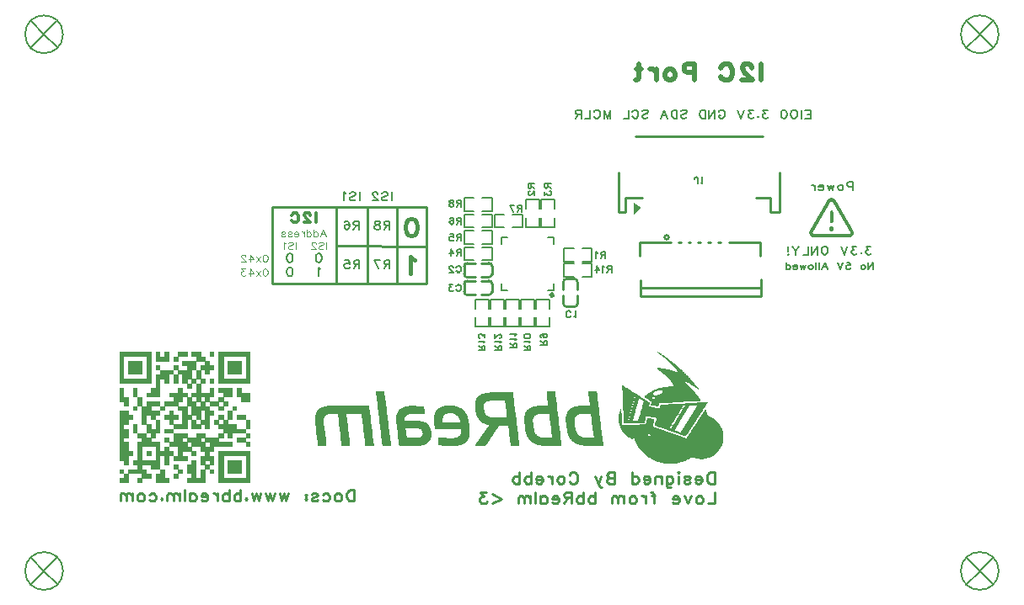
<source format=gbo>
G04 Layer: BottomSilkscreenLayer*
G04 EasyEDA Pro v2.2.36.5, 2025-02-22 11:45:42*
G04 Gerber Generator version 0.3*
G04 Scale: 100 percent, Rotated: No, Reflected: No*
G04 Dimensions in millimeters*
G04 Leading zeros omitted, absolute positions, 4 integers and 5 decimals*
%FSLAX45Y45*%
%MOMM*%
%ADD10C,0.4*%
%ADD11C,0.3*%
%ADD12C,0.12*%
%ADD13C,0.203*%
%ADD14C,0.15*%
%ADD15C,0.254*%
%ADD16C,0.5*%
%ADD17C,0.1551*%
%ADD18C,0.1524*%
%ADD19C,0.2*%
G75*


G04 Image Start*
G36*
G01X3613620Y1571568D02*
G01X3613620Y1561640D01*
G01X3527186Y1561640D01*
G01X3527186Y1575656D01*
G01X3523682Y1575656D01*
G01X3523682Y1603689D01*
G01X3520178Y1603689D01*
G01X3520178Y1631721D01*
G01X3516674Y1631721D01*
G01X3516674Y1663258D01*
G01X3513170Y1663258D01*
G01X3513170Y1691290D01*
G01X3509666Y1691290D01*
G01X3509666Y1719323D01*
G01X3506162Y1719323D01*
G01X3506162Y1750860D01*
G01X3502658Y1750860D01*
G01X3502658Y1778892D01*
G01X3499154Y1778892D01*
G01X3499154Y1806925D01*
G01X3495650Y1806925D01*
G01X3495650Y1838462D01*
G01X3492146Y1838462D01*
G01X3492146Y1866494D01*
G01X3488641Y1866494D01*
G01X3488641Y1877006D01*
G01X3336798Y1877006D01*
G01X3336798Y1872334D01*
G01X3340303Y1872334D01*
G01X3340303Y1844302D01*
G01X3343807Y1844302D01*
G01X3343807Y1816269D01*
G01X3347311Y1816269D01*
G01X3347311Y1788237D01*
G01X3350815Y1788237D01*
G01X3350815Y1756700D01*
G01X3354319Y1756700D01*
G01X3354319Y1728667D01*
G01X3357823Y1728667D01*
G01X3357823Y1700635D01*
G01X3361327Y1700635D01*
G01X3361327Y1672602D01*
G01X3364831Y1672602D01*
G01X3364831Y1644569D01*
G01X3368335Y1644569D01*
G01X3368335Y1613033D01*
G01X3371839Y1613033D01*
G01X3371839Y1585000D01*
G01X3375343Y1585000D01*
G01X3375343Y1561640D01*
G01X3288909Y1561640D01*
G01X3288909Y1579160D01*
G01X3285405Y1579160D01*
G01X3285405Y1610697D01*
G01X3281901Y1610697D01*
G01X3281901Y1638729D01*
G01X3278397Y1638729D01*
G01X3278397Y1666762D01*
G01X3274893Y1666762D01*
G01X3274893Y1698299D01*
G01X3271389Y1698299D01*
G01X3271389Y1726331D01*
G01X3267885Y1726331D01*
G01X3267885Y1754364D01*
G01X3264381Y1754364D01*
G01X3264381Y1785900D01*
G01X3260877Y1785900D01*
G01X3260877Y1813933D01*
G01X3257373Y1813933D01*
G01X3257373Y1841966D01*
G01X3253869Y1841966D01*
G01X3253869Y1873502D01*
G01X3250365Y1873502D01*
G01X3250365Y1877006D01*
G01X3154587Y1877006D01*
G01X3154587Y1873502D01*
G01X3144075Y1873502D01*
G01X3144075Y1869998D01*
G01X3137066Y1869998D01*
G01X3137066Y1866494D01*
G01X3133562Y1866494D01*
G01X3133562Y1862990D01*
G01X3130058Y1862990D01*
G01X3130058Y1859486D01*
G01X3126554Y1859486D01*
G01X3126554Y1855982D01*
G01X3123050Y1855982D01*
G01X3123050Y1852478D01*
G01X3119546Y1852478D01*
G01X3119546Y1845470D01*
G01X3116042Y1845470D01*
G01X3116042Y1838462D01*
G01X3112538Y1838462D01*
G01X3112538Y1824445D01*
G01X3109034Y1824445D01*
G01X3109034Y1791741D01*
G01X3112538Y1791741D01*
G01X3112538Y1763708D01*
G01X3116042Y1763708D01*
G01X3116042Y1735675D01*
G01X3119546Y1735675D01*
G01X3119546Y1707643D01*
G01X3123050Y1707643D01*
G01X3123050Y1679610D01*
G01X3126554Y1679610D01*
G01X3126554Y1648073D01*
G01X3130058Y1648073D01*
G01X3130058Y1620041D01*
G01X3133562Y1620041D01*
G01X3133562Y1592008D01*
G01X3137066Y1592008D01*
G01X3137066Y1561640D01*
G01X3050633Y1561640D01*
G01X3050633Y1586168D01*
G01X3047129Y1586168D01*
G01X3047129Y1614201D01*
G01X3043624Y1614201D01*
G01X3043624Y1642233D01*
G01X3040120Y1642233D01*
G01X3040120Y1670266D01*
G01X3036616Y1670266D01*
G01X3036616Y1698299D01*
G01X3033112Y1698299D01*
G01X3033112Y1729835D01*
G01X3029608Y1729835D01*
G01X3029608Y1757868D01*
G01X3026104Y1757868D01*
G01X3026104Y1785900D01*
G01X3022600Y1785900D01*
G01X3022600Y1854814D01*
G01X3026104Y1854814D01*
G01X3026104Y1872334D01*
G01X3029608Y1872334D01*
G01X3029608Y1882847D01*
G01X3033112Y1882847D01*
G01X3033112Y1893359D01*
G01X3036616Y1893359D01*
G01X3036616Y1900367D01*
G01X3040120Y1900367D01*
G01X3040120Y1903871D01*
G01X3043624Y1903871D01*
G01X3043624Y1910879D01*
G01X3047129Y1910879D01*
G01X3047129Y1914383D01*
G01X3050633Y1914383D01*
G01X3050633Y1917887D01*
G01X3054137Y1917887D01*
G01X3054137Y1921391D01*
G01X3057641Y1921391D01*
G01X3057641Y1924896D01*
G01X3061145Y1924896D01*
G01X3061145Y1928400D01*
G01X3064649Y1928400D01*
G01X3064649Y1931904D01*
G01X3068153Y1931904D01*
G01X3068153Y1935408D01*
G01X3075161Y1935408D01*
G01X3075161Y1938912D01*
G01X3078665Y1938912D01*
G01X3078665Y1942416D01*
G01X3085673Y1942416D01*
G01X3085673Y1945920D01*
G01X3096185Y1945920D01*
G01X3096185Y1949424D01*
G01X3106698Y1949424D01*
G01X3106698Y1952928D01*
G01X3120714Y1952928D01*
G01X3120714Y1956432D01*
G01X3145243Y1956432D01*
G01X3145243Y1959936D01*
G01X3564563Y1959936D01*
G01X3564563Y1952928D01*
G01X3568067Y1952928D01*
G01X3568067Y1924896D01*
G01X3571571Y1924896D01*
G01X3571571Y1896863D01*
G01X3575075Y1896863D01*
G01X3575075Y1868830D01*
G01X3578579Y1868830D01*
G01X3578579Y1837294D01*
G01X3582083Y1837294D01*
G01X3582083Y1809261D01*
G01X3585587Y1809261D01*
G01X3585587Y1781228D01*
G01X3589092Y1781228D01*
G01X3589092Y1753196D01*
G01X3592596Y1753196D01*
G01X3592596Y1725163D01*
G01X3596100Y1725163D01*
G01X3596100Y1693626D01*
G01X3599604Y1693626D01*
G01X3599604Y1665594D01*
G01X3603108Y1665594D01*
G01X3603108Y1637561D01*
G01X3606612Y1637561D01*
G01X3606612Y1609529D01*
G01X3610116Y1609529D01*
G01X3610116Y1581496D01*
G01X3613620Y1581496D01*
G01X3613620Y1571568D01*
G37*
G36*
G01X4090174Y1565144D02*
G01X4090174Y1561640D01*
G01X3867081Y1561640D01*
G01X3867081Y1568648D01*
G01X3863577Y1568648D01*
G01X3863577Y1600184D01*
G01X3860073Y1600184D01*
G01X3860073Y1628217D01*
G01X3856569Y1628217D01*
G01X3856569Y1656250D01*
G01X3853065Y1656250D01*
G01X3853065Y1687786D01*
G01X3849561Y1687786D01*
G01X3849561Y1715819D01*
G01X3846057Y1715819D01*
G01X3846057Y1733339D01*
G01X3932491Y1733339D01*
G01X3932491Y1718155D01*
G01X3935995Y1718155D01*
G01X3935995Y1686618D01*
G01X3939499Y1686618D01*
G01X3939499Y1658586D01*
G01X3943003Y1658586D01*
G01X3943003Y1649825D01*
G01X3943003Y1649825D01*
G01X3943003Y1641065D01*
G01X4073822Y1641065D01*
G01X4073822Y1644569D01*
G01X4084334Y1644569D01*
G01X4084334Y1648073D01*
G01X4091342Y1648073D01*
G01X4091342Y1651578D01*
G01X4094846Y1651578D01*
G01X4094846Y1655082D01*
G01X4098350Y1655082D01*
G01X4098350Y1662090D01*
G01X4101854Y1662090D01*
G01X4101854Y1672602D01*
G01X4105358Y1672602D01*
G01X4105358Y1687786D01*
G01X4101854Y1687786D01*
G01X4101854Y1701803D01*
G01X4098350Y1701803D01*
G01X4098350Y1708811D01*
G01X4094846Y1708811D01*
G01X4094846Y1715819D01*
G01X4091342Y1715819D01*
G01X4091342Y1719323D01*
G01X4087838Y1719323D01*
G01X4087838Y1722827D01*
G01X4084334Y1722827D01*
G01X4084334Y1726331D01*
G01X4077326Y1726331D01*
G01X4077326Y1729835D01*
G01X4066813Y1729835D01*
G01X4066813Y1733339D01*
G01X3932491Y1733339D01*
G01X3846057Y1733339D01*
G01X3846057Y1747356D01*
G01X3842553Y1747356D01*
G01X3842553Y1775388D01*
G01X3839049Y1775388D01*
G01X3839049Y1806925D01*
G01X3835545Y1806925D01*
G01X3835545Y1854814D01*
G01X3839049Y1854814D01*
G01X3839049Y1872334D01*
G01X3842553Y1872334D01*
G01X3842553Y1882847D01*
G01X3846057Y1882847D01*
G01X3846057Y1889855D01*
G01X3849561Y1889855D01*
G01X3849561Y1896863D01*
G01X3853065Y1896863D01*
G01X3853065Y1903871D01*
G01X3856569Y1903871D01*
G01X3856569Y1907375D01*
G01X3860073Y1907375D01*
G01X3860073Y1910879D01*
G01X3863577Y1910879D01*
G01X3863577Y1917887D01*
G01X3867081Y1917887D01*
G01X3867081Y1921391D01*
G01X3870585Y1921391D01*
G01X3870585Y1924896D01*
G01X3874089Y1924896D01*
G01X3874089Y1928400D01*
G01X3881098Y1928400D01*
G01X3881098Y1931904D01*
G01X3884602Y1931904D01*
G01X3884602Y1935408D01*
G01X3888106Y1935408D01*
G01X3888106Y1938912D01*
G01X3895114Y1938912D01*
G01X3895114Y1942416D01*
G01X3902122Y1942416D01*
G01X3902122Y1945920D01*
G01X3912634Y1945920D01*
G01X3912634Y1949424D01*
G01X3923146Y1949424D01*
G01X3923146Y1952928D01*
G01X3937163Y1952928D01*
G01X3937163Y1956432D01*
G01X3961691Y1956432D01*
G01X3961691Y1959936D01*
G01X4041117Y1959936D01*
G01X4041117Y1956432D01*
G01X4107694Y1956432D01*
G01X4107694Y1952928D01*
G01X4118206Y1952928D01*
G01X4118206Y1931904D01*
G01X4121710Y1931904D01*
G01X4121710Y1907375D01*
G01X4125215Y1907375D01*
G01X4125215Y1882847D01*
G01X4128719Y1882847D01*
G01X4128719Y1877006D01*
G01X4084334Y1877006D01*
G01X4084334Y1880511D01*
G01X3974540Y1880511D01*
G01X3974540Y1877006D01*
G01X3960523Y1877006D01*
G01X3960523Y1873502D01*
G01X3953515Y1873502D01*
G01X3953515Y1869998D01*
G01X3946507Y1869998D01*
G01X3946507Y1866494D01*
G01X3943003Y1866494D01*
G01X3943003Y1862990D01*
G01X3935995Y1862990D01*
G01X3935995Y1855982D01*
G01X3932491Y1855982D01*
G01X3932491Y1852478D01*
G01X3928987Y1852478D01*
G01X3928987Y1845470D01*
G01X3925482Y1845470D01*
G01X3925482Y1834957D01*
G01X3921978Y1834957D01*
G01X3921978Y1809261D01*
G01X4079662Y1809261D01*
G01X4079662Y1805757D01*
G01X4100686Y1805757D01*
G01X4100686Y1802253D01*
G01X4114702Y1802253D01*
G01X4114702Y1798749D01*
G01X4125215Y1798749D01*
G01X4125215Y1795245D01*
G01X4132223Y1795245D01*
G01X4132223Y1791741D01*
G01X4139231Y1791741D01*
G01X4139231Y1788237D01*
G01X4142735Y1788237D01*
G01X4142735Y1784732D01*
G01X4146239Y1784732D01*
G01X4146239Y1781228D01*
G01X4153247Y1781228D01*
G01X4153247Y1777724D01*
G01X4156751Y1777724D01*
G01X4156751Y1774220D01*
G01X4160255Y1774220D01*
G01X4160255Y1767212D01*
G01X4163759Y1767212D01*
G01X4163759Y1763708D01*
G01X4167263Y1763708D01*
G01X4167263Y1760204D01*
G01X4170768Y1760204D01*
G01X4170768Y1753196D01*
G01X4174272Y1753196D01*
G01X4174272Y1746188D01*
G01X4177776Y1746188D01*
G01X4177776Y1735675D01*
G01X4181280Y1735675D01*
G01X4181280Y1725163D01*
G01X4184784Y1725163D01*
G01X4184784Y1711147D01*
G01X4188288Y1711147D01*
G01X4188288Y1693626D01*
G01X4191792Y1693626D01*
G01X4191792Y1656250D01*
G01X4188288Y1656250D01*
G01X4188288Y1638729D01*
G01X4184784Y1638729D01*
G01X4184784Y1628217D01*
G01X4181280Y1628217D01*
G01X4181280Y1617705D01*
G01X4177776Y1617705D01*
G01X4177776Y1614201D01*
G01X4174272Y1614201D01*
G01X4174272Y1607193D01*
G01X4170768Y1607193D01*
G01X4170768Y1603689D01*
G01X4167263Y1603689D01*
G01X4167263Y1600184D01*
G01X4163759Y1600184D01*
G01X4163759Y1596680D01*
G01X4160255Y1596680D01*
G01X4160255Y1593176D01*
G01X4156751Y1593176D01*
G01X4156751Y1589672D01*
G01X4153247Y1589672D01*
G01X4153247Y1586168D01*
G01X4149743Y1586168D01*
G01X4149743Y1582664D01*
G01X4142735Y1582664D01*
G01X4142735Y1579160D01*
G01X4139231Y1579160D01*
G01X4139231Y1575656D01*
G01X4132223Y1575656D01*
G01X4132223Y1572152D01*
G01X4121710Y1572152D01*
G01X4121710Y1568648D01*
G01X4111198Y1568648D01*
G01X4111198Y1565144D01*
G01X4090174Y1565144D01*
G37*
G36*
G01X3785320Y1581496D02*
G01X3785320Y1561640D01*
G01X3698886Y1561640D01*
G01X3698886Y1575656D01*
G01X3695382Y1575656D01*
G01X3695382Y1603689D01*
G01X3691878Y1603689D01*
G01X3691878Y1631721D01*
G01X3688374Y1631721D01*
G01X3688374Y1659754D01*
G01X3684869Y1659754D01*
G01X3684869Y1687786D01*
G01X3681365Y1687786D01*
G01X3681365Y1719323D01*
G01X3677861Y1719323D01*
G01X3677861Y1747356D01*
G01X3674357Y1747356D01*
G01X3674357Y1775388D01*
G01X3670853Y1775388D01*
G01X3670853Y1803421D01*
G01X3667349Y1803421D01*
G01X3667349Y1831453D01*
G01X3663845Y1831453D01*
G01X3663845Y1862990D01*
G01X3660341Y1862990D01*
G01X3660341Y1891023D01*
G01X3656837Y1891023D01*
G01X3656837Y1919055D01*
G01X3653333Y1919055D01*
G01X3653333Y1947088D01*
G01X3649829Y1947088D01*
G01X3649829Y1978625D01*
G01X3646325Y1978625D01*
G01X3646325Y2006657D01*
G01X3642821Y2006657D01*
G01X3642821Y2034690D01*
G01X3639317Y2034690D01*
G01X3639317Y2062722D01*
G01X3635813Y2062722D01*
G01X3635813Y2090755D01*
G01X3632308Y2090755D01*
G01X3632308Y2110612D01*
G01X3718742Y2110612D01*
G01X3718742Y2096595D01*
G01X3722246Y2096595D01*
G01X3722246Y2068563D01*
G01X3725750Y2068563D01*
G01X3725750Y2040530D01*
G01X3729254Y2040530D01*
G01X3729254Y2012497D01*
G01X3732759Y2012497D01*
G01X3732759Y1984465D01*
G01X3736263Y1984465D01*
G01X3736263Y1952928D01*
G01X3739767Y1952928D01*
G01X3739767Y1924896D01*
G01X3743271Y1924896D01*
G01X3743271Y1896863D01*
G01X3746775Y1896863D01*
G01X3746775Y1868830D01*
G01X3750279Y1868830D01*
G01X3750279Y1837294D01*
G01X3753783Y1837294D01*
G01X3753783Y1809261D01*
G01X3757287Y1809261D01*
G01X3757287Y1781228D01*
G01X3760791Y1781228D01*
G01X3760791Y1753196D01*
G01X3764295Y1753196D01*
G01X3764295Y1725163D01*
G01X3767799Y1725163D01*
G01X3767799Y1693626D01*
G01X3771303Y1693626D01*
G01X3771303Y1665594D01*
G01X3774807Y1665594D01*
G01X3774807Y1637561D01*
G01X3778312Y1637561D01*
G01X3778312Y1609529D01*
G01X3781815Y1609529D01*
G01X3781815Y1581496D01*
G01X3785320Y1581496D01*
G37*
G36*
G01X4461605Y1563392D02*
G01X4461605Y1561640D01*
G01X4291074Y1561640D01*
G01X4291074Y1565144D01*
G01X4263041Y1565144D01*
G01X4263041Y1572152D01*
G01X4259537Y1572152D01*
G01X4259537Y1607193D01*
G01X4256033Y1607193D01*
G01X4256033Y1644569D01*
G01X4286402Y1644569D01*
G01X4286402Y1641065D01*
G01X4342467Y1641065D01*
G01X4342467Y1637561D01*
G01X4417221Y1637561D01*
G01X4417221Y1641065D01*
G01X4441749Y1641065D01*
G01X4441749Y1644569D01*
G01X4452261Y1644569D01*
G01X4452261Y1648073D01*
G01X4459269Y1648073D01*
G01X4459269Y1651578D01*
G01X4466278Y1651578D01*
G01X4466278Y1655082D01*
G01X4469782Y1655082D01*
G01X4469782Y1658586D01*
G01X4473286Y1658586D01*
G01X4473286Y1662090D01*
G01X4476790Y1662090D01*
G01X4476790Y1665594D01*
G01X4480294Y1665594D01*
G01X4480294Y1672602D01*
G01X4483798Y1672602D01*
G01X4483798Y1679610D01*
G01X4487302Y1679610D01*
G01X4487302Y1697131D01*
G01X4490806Y1697131D01*
G01X4490806Y1715819D01*
G01X4487302Y1715819D01*
G01X4487302Y1726331D01*
G01X4228001Y1726331D01*
G01X4228001Y1729835D01*
G01X4224497Y1729835D01*
G01X4224497Y1757868D01*
G01X4220993Y1757868D01*
G01X4220993Y1789405D01*
G01X4217488Y1789405D01*
G01X4217488Y1838462D01*
G01X4303922Y1838462D01*
G01X4303922Y1798749D01*
G01X4480294Y1798749D01*
G01X4480294Y1803421D01*
G01X4476790Y1803421D01*
G01X4476790Y1817437D01*
G01X4473286Y1817437D01*
G01X4473286Y1827949D01*
G01X4469782Y1827949D01*
G01X4469782Y1838462D01*
G01X4466278Y1838462D01*
G01X4466278Y1841966D01*
G01X4462773Y1841966D01*
G01X4462773Y1848974D01*
G01X4459269Y1848974D01*
G01X4459269Y1852478D01*
G01X4455765Y1852478D01*
G01X4455765Y1859486D01*
G01X4452261Y1859486D01*
G01X4452261Y1862990D01*
G01X4448757Y1862990D01*
G01X4448757Y1866494D01*
G01X4441749Y1866494D01*
G01X4441749Y1869998D01*
G01X4438245Y1869998D01*
G01X4438245Y1873502D01*
G01X4431237Y1873502D01*
G01X4431237Y1877006D01*
G01X4424229Y1877006D01*
G01X4424229Y1880511D01*
G01X4410212Y1880511D01*
G01X4410212Y1884015D01*
G01X4352979Y1884015D01*
G01X4352979Y1880511D01*
G01X4342467Y1880511D01*
G01X4342467Y1877006D01*
G01X4331955Y1877006D01*
G01X4331955Y1873502D01*
G01X4328451Y1873502D01*
G01X4328451Y1869998D01*
G01X4321443Y1869998D01*
G01X4321443Y1866494D01*
G01X4317938Y1866494D01*
G01X4317938Y1859486D01*
G01X4314434Y1859486D01*
G01X4314434Y1855982D01*
G01X4310930Y1855982D01*
G01X4310930Y1848974D01*
G01X4307426Y1848974D01*
G01X4307426Y1838462D01*
G01X4303922Y1838462D01*
G01X4303922Y1838462D01*
G01X4217488Y1838462D01*
G01X4217488Y1858318D01*
G01X4220993Y1858318D01*
G01X4220993Y1872334D01*
G01X4224497Y1872334D01*
G01X4224497Y1886351D01*
G01X4228001Y1886351D01*
G01X4228001Y1893359D01*
G01X4231505Y1893359D01*
G01X4231505Y1900367D01*
G01X4235009Y1900367D01*
G01X4235009Y1907375D01*
G01X4238513Y1907375D01*
G01X4238513Y1910879D01*
G01X4242017Y1910879D01*
G01X4242017Y1917887D01*
G01X4245521Y1917887D01*
G01X4245521Y1921391D01*
G01X4249025Y1921391D01*
G01X4249025Y1924896D01*
G01X4252529Y1924896D01*
G01X4252529Y1928400D01*
G01X4256033Y1928400D01*
G01X4256033Y1931904D01*
G01X4259537Y1931904D01*
G01X4259537Y1935408D01*
G01X4266545Y1935408D01*
G01X4266545Y1938912D01*
G01X4270050Y1938912D01*
G01X4270050Y1942416D01*
G01X4277058Y1942416D01*
G01X4277058Y1945920D01*
G01X4284066Y1945920D01*
G01X4284066Y1949424D01*
G01X4294578Y1949424D01*
G01X4294578Y1952928D01*
G01X4305090Y1952928D01*
G01X4305090Y1956432D01*
G01X4319107Y1956432D01*
G01X4319107Y1959936D01*
G01X4361155Y1959936D01*
G01X4361155Y1963440D01*
G01X4384516Y1963440D01*
G01X4384516Y1959936D01*
G01X4426565Y1959936D01*
G01X4426565Y1956432D01*
G01X4444085Y1956432D01*
G01X4444085Y1952928D01*
G01X4458101Y1952928D01*
G01X4458101Y1949424D01*
G01X4465110Y1949424D01*
G01X4465110Y1945920D01*
G01X4475622Y1945920D01*
G01X4475622Y1942416D01*
G01X4482630Y1942416D01*
G01X4482630Y1938912D01*
G01X4489638Y1938912D01*
G01X4489638Y1935408D01*
G01X4493142Y1935408D01*
G01X4493142Y1931904D01*
G01X4500150Y1931904D01*
G01X4500150Y1928400D01*
G01X4503654Y1928400D01*
G01X4503654Y1924896D01*
G01X4507158Y1924896D01*
G01X4507158Y1921391D01*
G01X4510662Y1921391D01*
G01X4510662Y1917887D01*
G01X4514166Y1917887D01*
G01X4514166Y1914383D01*
G01X4517671Y1914383D01*
G01X4517671Y1910879D01*
G01X4521175Y1910879D01*
G01X4521175Y1907375D01*
G01X4524679Y1907375D01*
G01X4524679Y1903871D01*
G01X4528183Y1903871D01*
G01X4528183Y1900367D01*
G01X4531687Y1900367D01*
G01X4531687Y1893359D01*
G01X4535191Y1893359D01*
G01X4535191Y1889855D01*
G01X4538695Y1889855D01*
G01X4538695Y1882847D01*
G01X4542199Y1882847D01*
G01X4542199Y1875838D01*
G01X4545703Y1875838D01*
G01X4545703Y1868830D01*
G01X4549207Y1868830D01*
G01X4549207Y1861822D01*
G01X4552711Y1861822D01*
G01X4552711Y1851310D01*
G01X4556215Y1851310D01*
G01X4556215Y1840798D01*
G01X4559719Y1840798D01*
G01X4559719Y1830285D01*
G01X4563224Y1830285D01*
G01X4563224Y1812765D01*
G01X4566728Y1812765D01*
G01X4566728Y1788237D01*
G01X4570232Y1788237D01*
G01X4570232Y1756700D01*
G01X4573736Y1756700D01*
G01X4573736Y1728667D01*
G01X4577240Y1728667D01*
G01X4577240Y1670266D01*
G01X4573736Y1670266D01*
G01X4573736Y1652746D01*
G01X4570232Y1652746D01*
G01X4570232Y1642233D01*
G01X4566728Y1642233D01*
G01X4566728Y1631721D01*
G01X4563224Y1631721D01*
G01X4563224Y1624713D01*
G01X4559719Y1624713D01*
G01X4559719Y1617705D01*
G01X4556215Y1617705D01*
G01X4556215Y1614201D01*
G01X4552711Y1614201D01*
G01X4552711Y1607193D01*
G01X4549207Y1607193D01*
G01X4549207Y1603689D01*
G01X4545703Y1603689D01*
G01X4545703Y1600184D01*
G01X4542199Y1600184D01*
G01X4542199Y1596680D01*
G01X4538695Y1596680D01*
G01X4538695Y1593176D01*
G01X4535191Y1593176D01*
G01X4535191Y1589672D01*
G01X4528183Y1589672D01*
G01X4528183Y1586168D01*
G01X4524679Y1586168D01*
G01X4524679Y1582664D01*
G01X4517671Y1582664D01*
G01X4517671Y1579160D01*
G01X4510662Y1579160D01*
G01X4510662Y1575656D01*
G01X4503654Y1575656D01*
G01X4503654Y1572152D01*
G01X4493142Y1572152D01*
G01X4493142Y1568648D01*
G01X4479126Y1568648D01*
G01X4479126Y1565144D01*
G01X4461605Y1565144D01*
G01X4461605Y1563392D01*
G37*
G36*
G01X4738427Y1565144D02*
G01X4738427Y1561640D01*
G01X4630969Y1561640D01*
G01X4630969Y1570984D01*
G01X4634473Y1570984D01*
G01X4634473Y1574488D01*
G01X4637977Y1574488D01*
G01X4637977Y1577992D01*
G01X4641481Y1577992D01*
G01X4641481Y1585000D01*
G01X4644985Y1585000D01*
G01X4644985Y1588504D01*
G01X4648489Y1588504D01*
G01X4648489Y1595512D01*
G01X4651993Y1595512D01*
G01X4651993Y1599016D01*
G01X4655497Y1599016D01*
G01X4655497Y1606025D01*
G01X4659002Y1606025D01*
G01X4659002Y1609529D01*
G01X4662506Y1609529D01*
G01X4662506Y1613033D01*
G01X4666010Y1613033D01*
G01X4666010Y1620041D01*
G01X4669514Y1620041D01*
G01X4669514Y1623545D01*
G01X4673018Y1623545D01*
G01X4673018Y1630553D01*
G01X4676522Y1630553D01*
G01X4676522Y1634057D01*
G01X4680026Y1634057D01*
G01X4680026Y1637561D01*
G01X4683530Y1637561D01*
G01X4683530Y1644569D01*
G01X4687034Y1644569D01*
G01X4687034Y1648073D01*
G01X4690538Y1648073D01*
G01X4690538Y1655082D01*
G01X4694042Y1655082D01*
G01X4694042Y1658586D01*
G01X4697546Y1658586D01*
G01X4697546Y1665594D01*
G01X4701050Y1665594D01*
G01X4701050Y1669098D01*
G01X4704554Y1669098D01*
G01X4704554Y1672602D01*
G01X4708059Y1672602D01*
G01X4708059Y1679610D01*
G01X4711563Y1679610D01*
G01X4711563Y1683114D01*
G01X4715067Y1683114D01*
G01X4715067Y1690122D01*
G01X4718571Y1690122D01*
G01X4718571Y1693626D01*
G01X4722075Y1693626D01*
G01X4722075Y1700635D01*
G01X4725579Y1700635D01*
G01X4725579Y1704139D01*
G01X4729083Y1704139D01*
G01X4729083Y1707643D01*
G01X4732587Y1707643D01*
G01X4732587Y1714651D01*
G01X4736091Y1714651D01*
G01X4736091Y1718155D01*
G01X4739595Y1718155D01*
G01X4739595Y1725163D01*
G01X4743099Y1725163D01*
G01X4743099Y1728667D01*
G01X4746603Y1728667D01*
G01X4746603Y1732171D01*
G01X4750107Y1732171D01*
G01X4750107Y1739179D01*
G01X4753611Y1739179D01*
G01X4753611Y1742683D01*
G01X4757116Y1742683D01*
G01X4757116Y1749692D01*
G01X4760620Y1749692D01*
G01X4760620Y1753196D01*
G01X4764124Y1753196D01*
G01X4764124Y1760204D01*
G01X4767628Y1760204D01*
G01X4767628Y1763708D01*
G01X4771132Y1763708D01*
G01X4771132Y1768380D01*
G01X4753611Y1768380D01*
G01X4753611Y1771884D01*
G01X4743099Y1771884D01*
G01X4743099Y1775388D01*
G01X4732587Y1775388D01*
G01X4732587Y1778892D01*
G01X4725579Y1778892D01*
G01X4725579Y1782396D01*
G01X4718571Y1782396D01*
G01X4718571Y1785900D01*
G01X4711563Y1785900D01*
G01X4711563Y1789405D01*
G01X4704554Y1789405D01*
G01X4704554Y1792909D01*
G01X4701050Y1792909D01*
G01X4701050Y1796413D01*
G01X4694042Y1796413D01*
G01X4694042Y1799917D01*
G01X4690538Y1799917D01*
G01X4690538Y1803421D01*
G01X4687034Y1803421D01*
G01X4687034Y1806925D01*
G01X4683530Y1806925D01*
G01X4683530Y1810429D01*
G01X4680026Y1810429D01*
G01X4680026Y1813933D01*
G01X4676522Y1813933D01*
G01X4676522Y1817437D01*
G01X4673018Y1817437D01*
G01X4673018Y1820941D01*
G01X4669514Y1820941D01*
G01X4669514Y1824445D01*
G01X4666010Y1824445D01*
G01X4666010Y1827949D01*
G01X4662506Y1827949D01*
G01X4662506Y1834957D01*
G01X4659002Y1834957D01*
G01X4659002Y1838462D01*
G01X4655497Y1838462D01*
G01X4655497Y1845470D01*
G01X4651993Y1845470D01*
G01X4651993Y1852478D01*
G01X4648489Y1852478D01*
G01X4648489Y1862990D01*
G01X4644985Y1862990D01*
G01X4644985Y1869998D01*
G01X4641481Y1869998D01*
G01X4641481Y1884015D01*
G01X4637977Y1884015D01*
G01X4637977Y1898031D01*
G01X4634473Y1898031D01*
G01X4634473Y1919055D01*
G01X4630969Y1919055D01*
G01X4630969Y1964608D01*
G01X4717403Y1964608D01*
G01X4717403Y1945920D01*
G01X4720907Y1945920D01*
G01X4720907Y1921391D01*
G01X4724411Y1921391D01*
G01X4724411Y1900367D01*
G01X4727915Y1900367D01*
G01X4727915Y1889855D01*
G01X4731419Y1889855D01*
G01X4731419Y1882847D01*
G01X4734923Y1882847D01*
G01X4734923Y1875838D01*
G01X4738427Y1875838D01*
G01X4738427Y1868830D01*
G01X4741931Y1868830D01*
G01X4741931Y1865326D01*
G01X4745435Y1865326D01*
G01X4745435Y1861822D01*
G01X4752443Y1861822D01*
G01X4752443Y1858318D01*
G01X4755947Y1858318D01*
G01X4755947Y1854814D01*
G01X4762956Y1854814D01*
G01X4762956Y1851310D01*
G01X4773468Y1851310D01*
G01X4773468Y1847806D01*
G01X4787484Y1847806D01*
G01X4787484Y1846054D01*
G01X4787484Y1846054D01*
G01X4787484Y1844302D01*
G01X4953344Y1844302D01*
G01X4953344Y1848974D01*
G01X4949839Y1848974D01*
G01X4949839Y1877006D01*
G01X4946335Y1877006D01*
G01X4946335Y1905039D01*
G01X4942831Y1905039D01*
G01X4942831Y1933072D01*
G01X4939327Y1933072D01*
G01X4939327Y1961104D01*
G01X4935823Y1961104D01*
G01X4935823Y1992641D01*
G01X4932319Y1992641D01*
G01X4932319Y2013665D01*
G01X4773468Y2013665D01*
G01X4773468Y2010161D01*
G01X4755947Y2010161D01*
G01X4755947Y2006657D01*
G01X4745435Y2006657D01*
G01X4745435Y2003153D01*
G01X4741931Y2003153D01*
G01X4741931Y1999649D01*
G01X4734923Y1999649D01*
G01X4734923Y1996145D01*
G01X4731419Y1996145D01*
G01X4731419Y1992641D01*
G01X4727915Y1992641D01*
G01X4727915Y1985633D01*
G01X4724411Y1985633D01*
G01X4724411Y1978625D01*
G01X4720907Y1978625D01*
G01X4720907Y1964608D01*
G01X4717403Y1964608D01*
G01X4630969Y1964608D01*
G01X4630969Y2001985D01*
G01X4634473Y2001985D01*
G01X4634473Y2016001D01*
G01X4637977Y2016001D01*
G01X4637977Y2023010D01*
G01X4641481Y2023010D01*
G01X4641481Y2030018D01*
G01X4644985Y2030018D01*
G01X4644985Y2037026D01*
G01X4648489Y2037026D01*
G01X4648489Y2044034D01*
G01X4651993Y2044034D01*
G01X4651993Y2047538D01*
G01X4655497Y2047538D01*
G01X4655497Y2051042D01*
G01X4659002Y2051042D01*
G01X4659002Y2054546D01*
G01X4662506Y2054546D01*
G01X4662506Y2058050D01*
G01X4666010Y2058050D01*
G01X4666010Y2061554D01*
G01X4669514Y2061554D01*
G01X4669514Y2065058D01*
G01X4673018Y2065058D01*
G01X4673018Y2068563D01*
G01X4680026Y2068563D01*
G01X4680026Y2072067D01*
G01X4687034Y2072067D01*
G01X4687034Y2075571D01*
G01X4690538Y2075571D01*
G01X4690538Y2079075D01*
G01X4701050Y2079075D01*
G01X4701050Y2082579D01*
G01X4708059Y2082579D01*
G01X4708059Y2086083D01*
G01X4722075Y2086083D01*
G01X4722075Y2089587D01*
G01X4736091Y2089587D01*
G01X4736091Y2093091D01*
G01X4774636Y2093091D01*
G01X4774636Y2096595D01*
G01X5011745Y2096595D01*
G01X5011745Y2072067D01*
G01X5015249Y2072067D01*
G01X5015249Y2044034D01*
G01X5018753Y2044034D01*
G01X5018753Y2016001D01*
G01X5022257Y2016001D01*
G01X5022257Y1987969D01*
G01X5025761Y1987969D01*
G01X5025761Y1956432D01*
G01X5029265Y1956432D01*
G01X5029265Y1928400D01*
G01X5032769Y1928400D01*
G01X5032769Y1900367D01*
G01X5036273Y1900367D01*
G01X5036273Y1872334D01*
G01X5039777Y1872334D01*
G01X5039777Y1844302D01*
G01X5043281Y1844302D01*
G01X5043281Y1816269D01*
G01X5046785Y1816269D01*
G01X5046785Y1784732D01*
G01X5050289Y1784732D01*
G01X5050289Y1756700D01*
G01X5053794Y1756700D01*
G01X5053794Y1728667D01*
G01X5057298Y1728667D01*
G01X5057298Y1700635D01*
G01X5060802Y1700635D01*
G01X5060802Y1672602D01*
G01X5064306Y1672602D01*
G01X5064306Y1644569D01*
G01X5067810Y1644569D01*
G01X5067810Y1613033D01*
G01X5071314Y1613033D01*
G01X5071314Y1585000D01*
G01X5074818Y1585000D01*
G01X5074818Y1561640D01*
G01X4984880Y1561640D01*
G01X4984880Y1589672D01*
G01X4981376Y1589672D01*
G01X4981376Y1621209D01*
G01X4977872Y1621209D01*
G01X4977872Y1649241D01*
G01X4974368Y1649241D01*
G01X4974368Y1677274D01*
G01X4970864Y1677274D01*
G01X4970864Y1705307D01*
G01X4967360Y1705307D01*
G01X4967360Y1733339D01*
G01X4963856Y1733339D01*
G01X4963856Y1761372D01*
G01X4871582Y1761372D01*
G01X4871582Y1757868D01*
G01X4868078Y1757868D01*
G01X4868078Y1754364D01*
G01X4864574Y1754364D01*
G01X4864574Y1747356D01*
G01X4861070Y1747356D01*
G01X4861070Y1743851D01*
G01X4857566Y1743851D01*
G01X4857566Y1736843D01*
G01X4854061Y1736843D01*
G01X4854061Y1733339D01*
G01X4850557Y1733339D01*
G01X4850557Y1726331D01*
G01X4847053Y1726331D01*
G01X4847053Y1722827D01*
G01X4843549Y1722827D01*
G01X4843549Y1715819D01*
G01X4840045Y1715819D01*
G01X4840045Y1712315D01*
G01X4836541Y1712315D01*
G01X4836541Y1705307D01*
G01X4833037Y1705307D01*
G01X4833037Y1701803D01*
G01X4829533Y1701803D01*
G01X4829533Y1694794D01*
G01X4826029Y1694794D01*
G01X4826029Y1691290D01*
G01X4822525Y1691290D01*
G01X4822525Y1684282D01*
G01X4819021Y1684282D01*
G01X4819021Y1680778D01*
G01X4815517Y1680778D01*
G01X4815517Y1673770D01*
G01X4812013Y1673770D01*
G01X4812013Y1670266D01*
G01X4808509Y1670266D01*
G01X4808509Y1663258D01*
G01X4805005Y1663258D01*
G01X4805005Y1659754D01*
G01X4801500Y1659754D01*
G01X4801500Y1652746D01*
G01X4797996Y1652746D01*
G01X4797996Y1649241D01*
G01X4794492Y1649241D01*
G01X4794492Y1642233D01*
G01X4790988Y1642233D01*
G01X4790988Y1638729D01*
G01X4787484Y1638729D01*
G01X4787484Y1631721D01*
G01X4783980Y1631721D01*
G01X4783980Y1628217D01*
G01X4780476Y1628217D01*
G01X4780476Y1621209D01*
G01X4776972Y1621209D01*
G01X4776972Y1617705D01*
G01X4773468Y1617705D01*
G01X4773468Y1610697D01*
G01X4769964Y1610697D01*
G01X4769964Y1607193D01*
G01X4766460Y1607193D01*
G01X4766460Y1600184D01*
G01X4762956Y1600184D01*
G01X4762956Y1596680D01*
G01X4759452Y1596680D01*
G01X4759452Y1589672D01*
G01X4755947Y1589672D01*
G01X4755947Y1586168D01*
G01X4752443Y1586168D01*
G01X4752443Y1579160D01*
G01X4748939Y1579160D01*
G01X4748939Y1575656D01*
G01X4745435Y1575656D01*
G01X4745435Y1568648D01*
G01X4741931Y1568648D01*
G01X4741931Y1565144D01*
G01X4738427Y1565144D01*
G37*
G36*
G01X5498811Y1576824D02*
G01X5498811Y1561640D01*
G01X5296743Y1561640D01*
G01X5296743Y1565144D01*
G01X5268710Y1565144D01*
G01X5268710Y1568648D01*
G01X5254694Y1568648D01*
G01X5254694Y1572152D01*
G01X5244181Y1572152D01*
G01X5244181Y1575656D01*
G01X5233669Y1575656D01*
G01X5233669Y1579160D01*
G01X5226661Y1579160D01*
G01X5226661Y1582664D01*
G01X5219653Y1582664D01*
G01X5219653Y1586168D01*
G01X5212645Y1586168D01*
G01X5212645Y1589672D01*
G01X5205637Y1589672D01*
G01X5205637Y1593176D01*
G01X5202133Y1593176D01*
G01X5202133Y1596680D01*
G01X5198629Y1596680D01*
G01X5198629Y1600184D01*
G01X5191620Y1600184D01*
G01X5191620Y1603689D01*
G01X5188116Y1603689D01*
G01X5188116Y1607193D01*
G01X5184612Y1607193D01*
G01X5184612Y1610697D01*
G01X5181108Y1610697D01*
G01X5181108Y1614201D01*
G01X5177604Y1614201D01*
G01X5177604Y1617705D01*
G01X5174100Y1617705D01*
G01X5174100Y1624713D01*
G01X5170596Y1624713D01*
G01X5170596Y1628217D01*
G01X5167092Y1628217D01*
G01X5167092Y1631721D01*
G01X5163588Y1631721D01*
G01X5163588Y1638729D01*
G01X5160084Y1638729D01*
G01X5160084Y1645737D01*
G01X5156580Y1645737D01*
G01X5156580Y1652746D01*
G01X5153076Y1652746D01*
G01X5153076Y1659754D01*
G01X5149572Y1659754D01*
G01X5149572Y1666762D01*
G01X5146067Y1666762D01*
G01X5146067Y1677274D01*
G01X5142563Y1677274D01*
G01X5142563Y1687786D01*
G01X5139059Y1687786D01*
G01X5139059Y1701803D01*
G01X5135555Y1701803D01*
G01X5135555Y1722827D01*
G01X5132051Y1722827D01*
G01X5132051Y1750860D01*
G01X5128547Y1750860D01*
G01X5128547Y1778892D01*
G01X5125043Y1778892D01*
G01X5125043Y1824445D01*
G01X5211477Y1824445D01*
G01X5211477Y1791741D01*
G01X5214981Y1791741D01*
G01X5214981Y1763708D01*
G01X5218485Y1763708D01*
G01X5218485Y1735675D01*
G01X5221989Y1735675D01*
G01X5221989Y1714651D01*
G01X5225493Y1714651D01*
G01X5225493Y1704139D01*
G01X5228997Y1704139D01*
G01X5228997Y1693626D01*
G01X5232501Y1693626D01*
G01X5232501Y1686618D01*
G01X5236005Y1686618D01*
G01X5236005Y1679610D01*
G01X5239509Y1679610D01*
G01X5239509Y1676106D01*
G01X5243013Y1676106D01*
G01X5243013Y1672602D01*
G01X5246518Y1672602D01*
G01X5246518Y1669098D01*
G01X5250022Y1669098D01*
G01X5250022Y1665594D01*
G01X5253526Y1665594D01*
G01X5253526Y1662090D01*
G01X5257030Y1662090D01*
G01X5257030Y1658586D01*
G01X5260534Y1658586D01*
G01X5260534Y1655082D01*
G01X5267542Y1655082D01*
G01X5267542Y1651578D01*
G01X5278054Y1651578D01*
G01X5278054Y1648073D01*
G01X5288566Y1648073D01*
G01X5288566Y1648073D01*
G01X5288566Y1644569D01*
G01X5401865Y1644569D01*
G01X5401865Y1673770D01*
G01X5398361Y1673770D01*
G01X5398361Y1701803D01*
G01X5394857Y1701803D01*
G01X5394857Y1729835D01*
G01X5391353Y1729835D01*
G01X5391353Y1757868D01*
G01X5387848Y1757868D01*
G01X5387848Y1785900D01*
G01X5384344Y1785900D01*
G01X5384344Y1813933D01*
G01X5380840Y1813933D01*
G01X5380840Y1845470D01*
G01X5377336Y1845470D01*
G01X5377336Y1873502D01*
G01X5373832Y1873502D01*
G01X5373832Y1877006D01*
G01X5257030Y1877006D01*
G01X5257030Y1873502D01*
G01X5246518Y1873502D01*
G01X5246518Y1869998D01*
G01X5239509Y1869998D01*
G01X5239509Y1866494D01*
G01X5236005Y1866494D01*
G01X5236005Y1862990D01*
G01X5232501Y1862990D01*
G01X5232501Y1859486D01*
G01X5228997Y1859486D01*
G01X5228997Y1855982D01*
G01X5225493Y1855982D01*
G01X5225493Y1852478D01*
G01X5221989Y1852478D01*
G01X5221989Y1845470D01*
G01X5218485Y1845470D01*
G01X5218485Y1838462D01*
G01X5214981Y1838462D01*
G01X5214981Y1824445D01*
G01X5211477Y1824445D01*
G01X5125043Y1824445D01*
G01X5125043Y1858318D01*
G01X5128547Y1858318D01*
G01X5128547Y1875838D01*
G01X5132051Y1875838D01*
G01X5132051Y1886351D01*
G01X5135555Y1886351D01*
G01X5135555Y1893359D01*
G01X5139059Y1893359D01*
G01X5139059Y1900367D01*
G01X5142563Y1900367D01*
G01X5142563Y1907375D01*
G01X5146067Y1907375D01*
G01X5146067Y1910879D01*
G01X5149572Y1910879D01*
G01X5149572Y1914383D01*
G01X5153076Y1914383D01*
G01X5153076Y1921391D01*
G01X5156580Y1921391D01*
G01X5156580Y1924896D01*
G01X5163588Y1924896D01*
G01X5163588Y1928400D01*
G01X5167092Y1928400D01*
G01X5167092Y1931904D01*
G01X5170596Y1931904D01*
G01X5170596Y1935408D01*
G01X5177604Y1935408D01*
G01X5177604Y1938912D01*
G01X5181108Y1938912D01*
G01X5181108Y1942416D01*
G01X5188116Y1942416D01*
G01X5188116Y1945920D01*
G01X5198629Y1945920D01*
G01X5198629Y1949424D01*
G01X5209141Y1949424D01*
G01X5209141Y1952928D01*
G01X5223157Y1952928D01*
G01X5223157Y1956432D01*
G01X5247686Y1956432D01*
G01X5247686Y1959936D01*
G01X5363320Y1959936D01*
G01X5363320Y1989137D01*
G01X5359816Y1989137D01*
G01X5359816Y2017170D01*
G01X5356312Y2017170D01*
G01X5356312Y2045202D01*
G01X5352808Y2045202D01*
G01X5352808Y2073235D01*
G01X5349304Y2073235D01*
G01X5349304Y2110612D01*
G01X5435737Y2110612D01*
G01X5435737Y2079075D01*
G01X5439242Y2079075D01*
G01X5439242Y2051042D01*
G01X5442746Y2051042D01*
G01X5442746Y2023010D01*
G01X5446250Y2023010D01*
G01X5446250Y1994977D01*
G01X5449754Y1994977D01*
G01X5449754Y1966944D01*
G01X5453258Y1966944D01*
G01X5453258Y1935408D01*
G01X5456762Y1935408D01*
G01X5456762Y1907375D01*
G01X5460266Y1907375D01*
G01X5460266Y1879342D01*
G01X5463770Y1879342D01*
G01X5463770Y1851310D01*
G01X5467274Y1851310D01*
G01X5467274Y1823277D01*
G01X5470778Y1823277D01*
G01X5470778Y1791741D01*
G01X5474282Y1791741D01*
G01X5474282Y1763708D01*
G01X5477786Y1763708D01*
G01X5477786Y1735675D01*
G01X5481290Y1735675D01*
G01X5481290Y1707643D01*
G01X5484794Y1707643D01*
G01X5484794Y1676106D01*
G01X5488298Y1676106D01*
G01X5488298Y1648073D01*
G01X5491803Y1648073D01*
G01X5491803Y1620041D01*
G01X5495307Y1620041D01*
G01X5495307Y1592008D01*
G01X5498811Y1592008D01*
G01X5498811Y1576824D01*
G37*
G36*
G01X5919299Y1568064D02*
G01X5919299Y1561640D01*
G01X5717231Y1561640D01*
G01X5717231Y1565144D01*
G01X5689199Y1565144D01*
G01X5689199Y1568648D01*
G01X5671678Y1568648D01*
G01X5671678Y1572152D01*
G01X5661166Y1572152D01*
G01X5661166Y1575656D01*
G01X5650654Y1575656D01*
G01X5650654Y1579160D01*
G01X5643646Y1579160D01*
G01X5643646Y1582664D01*
G01X5636638Y1582664D01*
G01X5636638Y1586168D01*
G01X5629629Y1586168D01*
G01X5629629Y1589672D01*
G01X5626125Y1589672D01*
G01X5626125Y1593176D01*
G01X5619117Y1593176D01*
G01X5619117Y1596680D01*
G01X5615613Y1596680D01*
G01X5615613Y1600184D01*
G01X5612109Y1600184D01*
G01X5612109Y1603689D01*
G01X5608605Y1603689D01*
G01X5608605Y1607193D01*
G01X5601597Y1607193D01*
G01X5601597Y1614201D01*
G01X5598093Y1614201D01*
G01X5598093Y1617705D01*
G01X5594589Y1617705D01*
G01X5594589Y1621209D01*
G01X5591085Y1621209D01*
G01X5591085Y1624713D01*
G01X5587581Y1624713D01*
G01X5587581Y1628217D01*
G01X5584076Y1628217D01*
G01X5584076Y1635225D01*
G01X5580572Y1635225D01*
G01X5580572Y1642233D01*
G01X5577068Y1642233D01*
G01X5577068Y1645737D01*
G01X5573564Y1645737D01*
G01X5573564Y1652746D01*
G01X5570060Y1652746D01*
G01X5570060Y1663258D01*
G01X5566556Y1663258D01*
G01X5566556Y1670266D01*
G01X5563052Y1670266D01*
G01X5563052Y1680778D01*
G01X5559548Y1680778D01*
G01X5559548Y1694794D01*
G01X5556044Y1694794D01*
G01X5556044Y1708811D01*
G01X5552540Y1708811D01*
G01X5552540Y1733339D01*
G01X5549036Y1733339D01*
G01X5549036Y1761372D01*
G01X5545532Y1761372D01*
G01X5545532Y1792909D01*
G01X5542028Y1792909D01*
G01X5542028Y1834957D01*
G01X5631965Y1834957D01*
G01X5631965Y1774220D01*
G01X5635470Y1774220D01*
G01X5635470Y1746188D01*
G01X5638974Y1746188D01*
G01X5638974Y1721659D01*
G01X5642478Y1721659D01*
G01X5642478Y1707643D01*
G01X5645982Y1707643D01*
G01X5645982Y1697131D01*
G01X5649486Y1697131D01*
G01X5649486Y1690122D01*
G01X5652990Y1690122D01*
G01X5652990Y1683114D01*
G01X5656494Y1683114D01*
G01X5656494Y1679610D01*
G01X5659998Y1679610D01*
G01X5659998Y1672602D01*
G01X5663502Y1672602D01*
G01X5663502Y1669098D01*
G01X5667006Y1669098D01*
G01X5667006Y1665594D01*
G01X5670510Y1665594D01*
G01X5670510Y1662090D01*
G01X5674014Y1662090D01*
G01X5674014Y1658586D01*
G01X5681022Y1658586D01*
G01X5681022Y1655082D01*
G01X5688031Y1655082D01*
G01X5688031Y1651578D01*
G01X5695039Y1651578D01*
G01X5695039Y1648073D01*
G01X5705551Y1648073D01*
G01X5705551Y1646321D01*
G01X5705551Y1646321D01*
G01X5705551Y1644569D01*
G01X5822353Y1644569D01*
G01X5822353Y1656250D01*
G01X5818849Y1656250D01*
G01X5818849Y1684282D01*
G01X5815345Y1684282D01*
G01X5815345Y1712315D01*
G01X5811841Y1712315D01*
G01X5811841Y1740347D01*
G01X5808337Y1740347D01*
G01X5808337Y1768380D01*
G01X5804833Y1768380D01*
G01X5804833Y1796413D01*
G01X5801329Y1796413D01*
G01X5801329Y1827949D01*
G01X5797825Y1827949D01*
G01X5797825Y1855982D01*
G01X5794321Y1855982D01*
G01X5794321Y1877006D01*
G01X5677518Y1877006D01*
G01X5677518Y1873502D01*
G01X5667006Y1873502D01*
G01X5667006Y1869998D01*
G01X5659998Y1869998D01*
G01X5659998Y1866494D01*
G01X5652990Y1866494D01*
G01X5652990Y1862990D01*
G01X5649486Y1862990D01*
G01X5649486Y1859486D01*
G01X5645982Y1859486D01*
G01X5645982Y1855982D01*
G01X5642478Y1855982D01*
G01X5642478Y1848974D01*
G01X5638974Y1848974D01*
G01X5638974Y1845470D01*
G01X5635470Y1845470D01*
G01X5635470Y1834957D01*
G01X5631965Y1834957D01*
G01X5542028Y1834957D01*
G01X5542028Y1851310D01*
G01X5545532Y1851310D01*
G01X5545532Y1868830D01*
G01X5549036Y1868830D01*
G01X5549036Y1882847D01*
G01X5552540Y1882847D01*
G01X5552540Y1889855D01*
G01X5556044Y1889855D01*
G01X5556044Y1896863D01*
G01X5559548Y1896863D01*
G01X5559548Y1903871D01*
G01X5563052Y1903871D01*
G01X5563052Y1910879D01*
G01X5566556Y1910879D01*
G01X5566556Y1914383D01*
G01X5570060Y1914383D01*
G01X5570060Y1917887D01*
G01X5573564Y1917887D01*
G01X5573564Y1921391D01*
G01X5577068Y1921391D01*
G01X5577068Y1924896D01*
G01X5580572Y1924896D01*
G01X5580572Y1928400D01*
G01X5584076Y1928400D01*
G01X5584076Y1931904D01*
G01X5587581Y1931904D01*
G01X5587581Y1935408D01*
G01X5594589Y1935408D01*
G01X5594589Y1938912D01*
G01X5601597Y1938912D01*
G01X5601597Y1942416D01*
G01X5608605Y1942416D01*
G01X5608605Y1945920D01*
G01X5615613Y1945920D01*
G01X5615613Y1949424D01*
G01X5626125Y1949424D01*
G01X5626125Y1952928D01*
G01X5640142Y1952928D01*
G01X5640142Y1956432D01*
G01X5668174Y1956432D01*
G01X5668174Y1959936D01*
G01X5783809Y1959936D01*
G01X5783809Y1971616D01*
G01X5780304Y1971616D01*
G01X5780304Y1999649D01*
G01X5776800Y1999649D01*
G01X5776800Y2027682D01*
G01X5773296Y2027682D01*
G01X5773296Y2055714D01*
G01X5769792Y2055714D01*
G01X5769792Y2087251D01*
G01X5766288Y2087251D01*
G01X5766288Y2110612D01*
G01X5852722Y2110612D01*
G01X5852722Y2093091D01*
G01X5856226Y2093091D01*
G01X5856226Y2061554D01*
G01X5859730Y2061554D01*
G01X5859730Y2033522D01*
G01X5863234Y2033522D01*
G01X5863234Y2005489D01*
G01X5866738Y2005489D01*
G01X5866738Y1977457D01*
G01X5870242Y1977457D01*
G01X5870242Y1949424D01*
G01X5873746Y1949424D01*
G01X5873746Y1917887D01*
G01X5877250Y1917887D01*
G01X5877250Y1889855D01*
G01X5880755Y1889855D01*
G01X5880755Y1861822D01*
G01X5884259Y1861822D01*
G01X5884259Y1833789D01*
G01X5887763Y1833789D01*
G01X5887763Y1805757D01*
G01X5891267Y1805757D01*
G01X5891267Y1774220D01*
G01X5894771Y1774220D01*
G01X5894771Y1746188D01*
G01X5898275Y1746188D01*
G01X5898275Y1718155D01*
G01X5901779Y1718155D01*
G01X5901779Y1690122D01*
G01X5905283Y1690122D01*
G01X5905283Y1662090D01*
G01X5908787Y1662090D01*
G01X5908787Y1630553D01*
G01X5912291Y1630553D01*
G01X5912291Y1602521D01*
G01X5915795Y1602521D01*
G01X5915795Y1574488D01*
G01X5919299Y1574488D01*
G01X5919299Y1568064D01*
G37*
G36*
G01X6641138Y1382932D02*
G01X6641138Y1380596D01*
G01X6540688Y1380596D01*
G01X6540688Y1382932D01*
G01X6519950Y1382932D01*
G01X6517042Y1386436D01*
G01X6502143Y1386436D01*
G01X6502143Y1389940D01*
G01X6488127Y1389940D01*
G01X6488127Y1393444D01*
G01X6477615Y1393444D01*
G01X6477615Y1396948D01*
G01X6463599Y1396948D01*
G01X6463599Y1400452D01*
G01X6456590Y1400452D01*
G01X6456590Y1403956D01*
G01X6446078Y1403956D01*
G01X6446078Y1407460D01*
G01X6436661Y1407460D01*
G01X6435988Y1409212D01*
G01X6435316Y1410964D01*
G01X6429652Y1410964D01*
G01X6428308Y1414468D01*
G01X6421550Y1414468D01*
G01X6421550Y1417972D01*
G01X6414541Y1417972D01*
G01X6414541Y1421476D01*
G01X6407533Y1421476D01*
G01X6407533Y1424981D01*
G01X6401620Y1424981D01*
G01X6400275Y1428485D01*
G01X6397021Y1428485D01*
G01X6397021Y1431989D01*
G01X6390013Y1431989D01*
G01X6390013Y1435493D01*
G01X6384100Y1435493D01*
G01X6382755Y1438997D01*
G01X6379501Y1438997D01*
G01X6379501Y1442501D01*
G01X6372493Y1442501D01*
G01X6372493Y1446005D01*
G01X6368989Y1446005D01*
G01X6368989Y1449509D01*
G01X6364603Y1449509D01*
G01X6361694Y1453013D01*
G01X6358476Y1453013D01*
G01X6358476Y1456517D01*
G01X6354972Y1456517D01*
G01X6354972Y1460021D01*
G01X6351468Y1460021D01*
G01X6351468Y1463525D01*
G01X6344460Y1463525D01*
G01X6344460Y1467030D01*
G01X6340956Y1467030D01*
G01X6340956Y1470534D01*
G01X6337452Y1470534D01*
G01X6337452Y1474038D01*
G01X6333948Y1474038D01*
G01X6333948Y1477542D01*
G01X6330444Y1477542D01*
G01X6330444Y1481046D01*
G01X6326940Y1481046D01*
G01X6326940Y1484550D01*
G01X6323436Y1484550D01*
G01X6323436Y1488054D01*
G01X6319932Y1488054D01*
G01X6319932Y1491558D01*
G01X6316427Y1491558D01*
G01X6316427Y1495062D01*
G01X6312923Y1495062D01*
G01X6312923Y1498566D01*
G01X6309419Y1498566D01*
G01X6309419Y1502070D01*
G01X6305915Y1502070D01*
G01X6305915Y1505574D01*
G01X6302411Y1505574D01*
G01X6302411Y1509078D01*
G01X6298907Y1509078D01*
G01X6298907Y1512582D01*
G01X6295403Y1512582D01*
G01X6295403Y1516087D01*
G01X6291899Y1516087D01*
G01X6291899Y1519591D01*
G01X6288395Y1519591D01*
G01X6288395Y1526599D01*
G01X6284891Y1526599D01*
G01X6284891Y1530103D01*
G01X6281387Y1530103D01*
G01X6281387Y1533607D01*
G01X6277883Y1533607D01*
G01X6277883Y1536861D01*
G01X6276131Y1537533D01*
G01X6274379Y1538206D01*
G01X6274379Y1544119D01*
G01X6270875Y1544119D01*
G01X6270875Y1547623D01*
G01X6267371Y1547623D01*
G01X6267371Y1554631D01*
G01X6263866Y1554631D01*
G01X6263866Y1561640D01*
G01X6260362Y1561640D01*
G01X6260362Y1565144D01*
G01X6256858Y1565144D01*
G01X6256858Y1572152D01*
G01X6253354Y1572152D01*
G01X6253354Y1575406D01*
G01X7051115Y1575406D01*
G01X7051366Y1553630D01*
G01X7051617Y1531855D01*
G01X7051987Y1545630D01*
G01X7052358Y1559406D01*
G01X7055787Y1560721D01*
G01X7055787Y1573393D01*
G01X7059291Y1574738D01*
G01X7059291Y1585000D01*
G01X7062795Y1585000D01*
G01X7062795Y1592008D01*
G01X7066299Y1592008D01*
G01X7066299Y1599016D01*
G01X7069803Y1599016D01*
G01X7069803Y1606025D01*
G01X7073307Y1606025D01*
G01X7073307Y1613033D01*
G01X7076811Y1613033D01*
G01X7076811Y1620041D01*
G01X7080315Y1620041D01*
G01X7080315Y1623545D01*
G01X7083819Y1623545D01*
G01X7083548Y1628801D01*
G01X7083014Y1626757D01*
G01X7082480Y1624713D01*
G01X7079147Y1624713D01*
G01X7079147Y1621209D01*
G01X7075643Y1621209D01*
G01X7075643Y1617705D01*
G01X7072139Y1617705D01*
G01X7072139Y1614201D01*
G01X7068635Y1614201D01*
G01X7068635Y1607193D01*
G01X7065131Y1607193D01*
G01X7065131Y1603689D01*
G01X7061627Y1603689D01*
G01X7061627Y1596680D01*
G01X7058123Y1596680D01*
G01X7058123Y1589672D01*
G01X7054619Y1589672D01*
G01X7054619Y1576751D01*
G01X7054619Y1576751D01*
G01X7051115Y1575406D01*
G01X6253354Y1575406D01*
G01X6253354Y1579160D01*
G01X6249850Y1579160D01*
G01X6249850Y1583546D01*
G01X6246346Y1586454D01*
G01X6246346Y1590554D01*
G01X6242842Y1593462D01*
G01X6242842Y1600184D01*
G01X6239338Y1600184D01*
G01X6239338Y1607193D01*
G01X6235834Y1607193D01*
G01X6235834Y1614201D01*
G01X6232330Y1614201D01*
G01X6232330Y1624713D01*
G01X6228826Y1624713D01*
G01X6228826Y1632603D01*
G01X6225322Y1635511D01*
G01X6225322Y1641983D01*
G01X6223570Y1642656D01*
G01X6221818Y1643328D01*
G01X6221818Y1652746D01*
G01X6218313Y1652746D01*
G01X6218313Y1663008D01*
G01X6364316Y1663008D01*
G01X6364316Y1658586D01*
G01X6379215Y1658586D01*
G01X6380669Y1656834D01*
G01X6382123Y1655082D01*
G01X6392349Y1655082D01*
G01X6392349Y1653330D01*
G01X6392349Y1653330D01*
G01X6392349Y1651578D01*
G01X6397605Y1651848D01*
G01X6395561Y1652383D01*
G01X6393517Y1652917D01*
G01X6393517Y1659754D01*
G01X6390013Y1659754D01*
G01X6390013Y1666762D01*
G01X6386509Y1666762D01*
G01X6386509Y1669980D01*
G01X6384757Y1671434D01*
G01X6383005Y1672888D01*
G01X6383005Y1677274D01*
G01X6379501Y1677274D01*
G01X6379501Y1684282D01*
G01X6375997Y1684282D01*
G01X6375997Y1691290D01*
G01X6372493Y1691290D01*
G01X6372035Y1698883D01*
G01X6371629Y1691099D01*
G01X6371222Y1683315D01*
G01X6369521Y1681904D01*
G01X6367821Y1680492D01*
G01X6367821Y1664352D01*
G01X6364316Y1663008D01*
G01X6218313Y1663008D01*
G01X6218313Y1666762D01*
G01X6214809Y1666762D01*
G01X6214809Y1680778D01*
G01X6211305Y1680778D01*
G01X6211305Y1698299D01*
G01X6207878Y1698299D01*
G01X6207505Y1711439D01*
G01X6207133Y1724579D01*
G01X6206883Y1710414D01*
G01X6206633Y1696249D01*
G01X6210137Y1693340D01*
G01X6210137Y1648323D01*
G01X6213641Y1646979D01*
G01X6213641Y1628217D01*
G01X6200793Y1628217D01*
G01X6200793Y1631721D01*
G01X6193785Y1631721D01*
G01X6193785Y1635225D01*
G01X6186777Y1635225D01*
G01X6186777Y1638729D01*
G01X6179769Y1638729D01*
G01X6179769Y1642233D01*
G01X6176265Y1642233D01*
G01X6176265Y1645737D01*
G01X6169257Y1645737D01*
G01X6169257Y1649241D01*
G01X6165752Y1649241D01*
G01X6165752Y1652746D01*
G01X6158744Y1652746D01*
G01X6158744Y1656250D01*
G01X6155240Y1656250D01*
G01X6155240Y1659754D01*
G01X6151736Y1659754D01*
G01X6151736Y1663258D01*
G01X6148232Y1663258D01*
G01X6148232Y1666762D01*
G01X6145014Y1666762D01*
G01X6142106Y1670266D01*
G01X6137720Y1670266D01*
G01X6137720Y1673770D01*
G01X6134216Y1673770D01*
G01X6134216Y1677274D01*
G01X6132007Y1677274D01*
G01X6130220Y1680486D01*
G01X6128434Y1683698D01*
G01X6127684Y1685742D01*
G01X6126935Y1687786D01*
G01X6123704Y1687786D01*
G01X6123704Y1691290D01*
G01X6120199Y1691290D01*
G01X6120199Y1694794D01*
G01X6116695Y1694794D01*
G01X6116695Y1698299D01*
G01X6113191Y1698299D01*
G01X6113191Y1705307D01*
G01X6109687Y1705307D01*
G01X6109687Y1708811D01*
G01X6106183Y1708811D01*
G01X6106183Y1715819D01*
G01X6102679Y1715819D01*
G01X6102679Y1719073D01*
G01X6099175Y1720418D01*
G01X6099175Y1726331D01*
G01X6095671Y1726331D01*
G01X6095671Y1733339D01*
G01X6092167Y1733339D01*
G01X6092167Y1740347D01*
G01X6088663Y1740347D01*
G01X6088663Y1750860D01*
G01X6085159Y1750860D01*
G01X6085159Y1757582D01*
G01X6081655Y1760490D01*
G01X6081655Y1769262D01*
G01X6078151Y1772170D01*
G01X6078151Y1785900D01*
G01X6074646Y1785900D01*
G01X6074646Y1803421D01*
G01X6071143Y1803421D01*
G01X6071143Y1860727D01*
G01X6072894Y1861400D01*
G01X6074646Y1862072D01*
G01X6074646Y1878248D01*
G01X6078151Y1879592D01*
G01X6078151Y1893359D01*
G01X6081655Y1893359D01*
G01X6081655Y1903871D01*
G01X6085159Y1903871D01*
G01X6085159Y1914383D01*
G01X6088663Y1914383D01*
G01X6088663Y1921391D01*
G01X6092167Y1921391D01*
G01X6092167Y1928400D01*
G01X6095671Y1928400D01*
G01X6095671Y1931904D01*
G01X6101511Y1931904D01*
G01X6101511Y1893626D01*
G01X6103256Y1890280D01*
G01X6105001Y1886935D01*
G01X6105008Y1828825D01*
G01X6105015Y1770716D01*
G01X6278584Y1770716D01*
G01X6281500Y1773636D01*
G01X6312980Y1774013D01*
G01X6344460Y1774390D01*
G01X6344460Y1783638D01*
G01X6347964Y1784982D01*
G01X6347964Y1797654D01*
G01X6349716Y1798326D01*
G01X6351468Y1798999D01*
G01X6351468Y1811670D01*
G01X6354972Y1813015D01*
G01X6354972Y1823277D01*
G01X6358476Y1823277D01*
G01X6358476Y1837294D01*
G01X6361980Y1837294D01*
G01X6361980Y1840798D01*
G01X6374829Y1840798D01*
G01X6374829Y1837294D01*
G01X6388845Y1837294D01*
G01X6388845Y1833789D01*
G01X6402861Y1833789D01*
G01X6402861Y1830285D01*
G01X6420382Y1830285D01*
G01X6420382Y1826781D01*
G01X6430532Y1826781D01*
G01X6434398Y1822509D01*
G01X6434398Y1818532D01*
G01X6430894Y1817187D01*
G01X6430894Y1806925D01*
G01X6427390Y1806925D01*
G01X6427390Y1792909D01*
G01X6423886Y1792909D01*
G01X6423886Y1782396D01*
G01X6420382Y1782396D01*
G01X6420382Y1769475D01*
G01X6416878Y1768130D01*
G01X6416878Y1758154D01*
G01X6413373Y1755246D01*
G01X6413373Y1753196D01*
G01X6420382Y1753196D01*
G01X6420382Y1749692D01*
G01X6430894Y1749692D01*
G01X6430894Y1746188D01*
G01X6441406Y1746188D01*
G01X6441406Y1742683D01*
G01X6450824Y1742683D01*
G01X6452168Y1739179D01*
G01X6461336Y1739179D01*
G01X6462008Y1737427D01*
G01X6462680Y1735675D01*
G01X6469439Y1735675D01*
G01X6469439Y1732171D01*
G01X6479951Y1732171D01*
G01X6479951Y1728667D01*
G01X6490463Y1728667D01*
G01X6490463Y1725163D01*
G01X6500975Y1725163D01*
G01X6500975Y1721659D01*
G01X6510393Y1721659D01*
G01X6511065Y1719907D01*
G01X6511737Y1718155D01*
G01X6518210Y1718155D01*
G01X6521118Y1714651D01*
G01X6529008Y1714651D01*
G01X6529008Y1711147D01*
G01X6539520Y1711147D01*
G01X6539520Y1707643D01*
G01X6550032Y1707643D01*
G01X6550032Y1704139D01*
G01X6560545Y1704139D01*
G01X6560545Y1700635D01*
G01X6571057Y1700635D01*
G01X6571057Y1697131D01*
G01X6580474Y1697131D01*
G01X6581819Y1693626D01*
G01X6588577Y1693626D01*
G01X6588577Y1690122D01*
G01X6599089Y1690122D01*
G01X6599089Y1686618D01*
G01X6609601Y1686618D01*
G01X6609601Y1683114D01*
G01X6620114Y1683114D01*
G01X6620114Y1679610D01*
G01X6630626Y1679610D01*
G01X6630626Y1676106D01*
G01X6640043Y1676106D01*
G01X6641388Y1672602D01*
G01X6648146Y1672602D01*
G01X6648146Y1669098D01*
G01X6658659Y1669098D01*
G01X6658659Y1665594D01*
G01X6669171Y1665594D01*
G01X6669171Y1662090D01*
G01X6679683Y1662090D01*
G01X6679683Y1658586D01*
G01X6690195Y1658586D01*
G01X6690195Y1655082D01*
G01X6698085Y1655082D01*
G01X6699539Y1653330D01*
G01X6700993Y1651578D01*
G01X6707715Y1651578D01*
G01X6707715Y1648073D01*
G01X6718228Y1648073D01*
G01X6718228Y1644569D01*
G01X6728740Y1644569D01*
G01X6728740Y1641065D01*
G01X6739252Y1641065D01*
G01X6739252Y1637561D01*
G01X6749764Y1637561D01*
G01X6749764Y1634057D01*
G01X6754436Y1634057D01*
G01X6754436Y1638443D01*
G01X6757941Y1641351D01*
G01X6757941Y1644569D01*
G01X6761445Y1644569D01*
G01X6761445Y1650483D01*
G01X6764949Y1651827D01*
G01X6764949Y1655082D01*
G01X6768453Y1655082D01*
G01X6768453Y1660995D01*
G01X6771957Y1662340D01*
G01X6771957Y1665594D01*
G01X6775461Y1665594D01*
G01X6775461Y1672602D01*
G01X6778965Y1672602D01*
G01X6778965Y1676106D01*
G01X6782469Y1676106D01*
G01X6782469Y1683114D01*
G01X6785973Y1683114D01*
G01X6785973Y1686618D01*
G01X6789477Y1686618D01*
G01X6789477Y1693626D01*
G01X6792981Y1693626D01*
G01X6792981Y1697131D01*
G01X6796485Y1697131D01*
G01X6796485Y1704139D01*
G01X6799989Y1704139D01*
G01X6799989Y1707643D01*
G01X6803493Y1707643D01*
G01X6803493Y1714651D01*
G01X6806997Y1714651D01*
G01X6806997Y1720564D01*
G01X6810502Y1721909D01*
G01X6810502Y1725163D01*
G01X6814006Y1725163D01*
G01X6814006Y1731077D01*
G01X6817510Y1732421D01*
G01X6817510Y1735675D01*
G01X6821014Y1735675D01*
G01X6821014Y1742683D01*
G01X6824518Y1742683D01*
G01X6824518Y1746188D01*
G01X6828022Y1746188D01*
G01X6828022Y1753196D01*
G01X6831526Y1753196D01*
G01X6831526Y1756700D01*
G01X6835030Y1756700D01*
G01X6835030Y1763708D01*
G01X6838534Y1763708D01*
G01X6838534Y1767212D01*
G01X6842038Y1767212D01*
G01X6842038Y1774220D01*
G01X6845542Y1774220D01*
G01X6845542Y1777724D01*
G01X6849046Y1777724D01*
G01X6849046Y1784732D01*
G01X6852550Y1784732D01*
G01X6852550Y1788237D01*
G01X6856055Y1788237D01*
G01X6856055Y1795245D01*
G01X6859559Y1795245D01*
G01X6859559Y1798463D01*
G01X6863063Y1801371D01*
G01X6863063Y1805757D01*
G01X6866567Y1805757D01*
G01X6866567Y1812765D01*
G01X6870071Y1812765D01*
G01X6870071Y1816269D01*
G01X6873575Y1816269D01*
G01X6873575Y1823277D01*
G01X6877079Y1823277D01*
G01X6877079Y1826781D01*
G01X6880583Y1826781D01*
G01X6880583Y1833789D01*
G01X6884087Y1833789D01*
G01X6884087Y1837294D01*
G01X6887591Y1837294D01*
G01X6887591Y1844302D01*
G01X6891095Y1844302D01*
G01X6891095Y1847520D01*
G01X6894599Y1850428D01*
G01X6894599Y1854814D01*
G01X6898103Y1854814D01*
G01X6898103Y1860727D01*
G01X6901608Y1862072D01*
G01X6901608Y1865326D01*
G01X6905112Y1865326D01*
G01X6905112Y1872334D01*
G01X6908616Y1872334D01*
G01X6908616Y1875838D01*
G01X6912120Y1875838D01*
G01X6912120Y1881752D01*
G01X6915624Y1883097D01*
G01X6915624Y1886351D01*
G01X6919128Y1886351D01*
G01X6919128Y1893359D01*
G01X6922632Y1893359D01*
G01X6922632Y1896863D01*
G01X6926136Y1896863D01*
G01X6926136Y1903871D01*
G01X6929640Y1903871D01*
G01X6929640Y1907375D01*
G01X6933144Y1907375D01*
G01X6933144Y1914383D01*
G01X6936648Y1914383D01*
G01X6936648Y1921391D01*
G01X6949496Y1921391D01*
G01X6949496Y1910879D01*
G01X6953001Y1910879D01*
G01X6953001Y1902989D01*
G01X6956505Y1900081D01*
G01X6956505Y1893609D01*
G01X6960009Y1892264D01*
G01X6960009Y1882847D01*
G01X6963513Y1882847D01*
G01X6963513Y1868830D01*
G01X6967017Y1868830D01*
G01X6967017Y1861822D01*
G01X6970521Y1861822D01*
G01X6970521Y1858318D01*
G01X6976434Y1858318D01*
G01X6977779Y1854814D01*
G01X6984537Y1854814D01*
G01X6984537Y1851310D01*
G01X6991545Y1851310D01*
G01X6991545Y1847806D01*
G01X7000963Y1847806D01*
G01X7002307Y1844302D01*
G01X7007971Y1844302D01*
G01X7009316Y1840798D01*
G01X7012284Y1840798D01*
G01X7013738Y1839046D01*
G01X7015192Y1837294D01*
G01X7019578Y1837294D01*
G01X7019578Y1833789D01*
G01X7026586Y1833789D01*
G01X7026586Y1830285D01*
G01X7030090Y1830285D01*
G01X7030090Y1826781D01*
G01X7036004Y1826781D01*
G01X7036676Y1825029D01*
G01X7037348Y1823277D01*
G01X7040602Y1823277D01*
G01X7040602Y1819773D01*
G01X7044106Y1819773D01*
G01X7044106Y1816269D01*
G01X7047610Y1816269D01*
G01X7047610Y1812765D01*
G01X7051115Y1812765D01*
G01X7051115Y1809533D01*
G01X7055203Y1808056D01*
G01X7057630Y1806607D01*
G01X7060056Y1805158D01*
G01X7062294Y1802920D01*
G01X7064532Y1800682D01*
G01X7065981Y1798256D01*
G01X7067430Y1795829D01*
G01X7068168Y1793785D01*
G01X7068907Y1791741D01*
G01X7072139Y1791741D01*
G01X7072139Y1788237D01*
G01X7075643Y1788237D01*
G01X7075643Y1784732D01*
G01X7079147Y1784732D01*
G01X7079147Y1781228D01*
G01X7082651Y1781228D01*
G01X7082651Y1774220D01*
G01X7086155Y1774220D01*
G01X7086155Y1770716D01*
G01X7089659Y1770716D01*
G01X7089659Y1763708D01*
G01X7093163Y1763708D01*
G01X7093163Y1760204D01*
G01X7096668Y1760204D01*
G01X7096668Y1753196D01*
G01X7100172Y1753196D01*
G01X7100172Y1746188D01*
G01X7103676Y1746188D01*
G01X7103676Y1739179D01*
G01X7107180Y1739179D01*
G01X7107180Y1732171D01*
G01X7110684Y1732171D01*
G01X7110684Y1721659D01*
G01X7114188Y1721659D01*
G01X7114188Y1711147D01*
G01X7117692Y1711147D01*
G01X7117692Y1697131D01*
G01X7121196Y1697131D01*
G01X7121196Y1679610D01*
G01X7124700Y1679610D01*
G01X7124700Y1614201D01*
G01X7121196Y1614201D01*
G01X7121196Y1596680D01*
G01X7117692Y1596680D01*
G01X7117692Y1582664D01*
G01X7114188Y1582664D01*
G01X7114188Y1572152D01*
G01X7110684Y1572152D01*
G01X7110684Y1562734D01*
G01X7107180Y1561390D01*
G01X7107180Y1554631D01*
G01X7103676Y1554631D01*
G01X7103676Y1547623D01*
G01X7100172Y1547623D01*
G01X7100172Y1540615D01*
G01X7096668Y1540615D01*
G01X7096668Y1533607D01*
G01X7093163Y1533607D01*
G01X7093163Y1530103D01*
G01X7089659Y1530103D01*
G01X7089659Y1523095D01*
G01X7086155Y1523095D01*
G01X7086155Y1519591D01*
G01X7082651Y1519591D01*
G01X7082651Y1512582D01*
G01X7079147Y1512582D01*
G01X7079147Y1509078D01*
G01X7075643Y1509078D01*
G01X7075643Y1505574D01*
G01X7072139Y1505574D01*
G01X7072139Y1502070D01*
G01X7068907Y1502070D01*
G01X7068168Y1500026D01*
G01X7067430Y1497982D01*
G01X7065981Y1495555D01*
G01X7064532Y1493128D01*
G01X7060056Y1488653D01*
G01X7055203Y1485755D01*
G01X7051115Y1484277D01*
G01X7051115Y1481046D01*
G01X7047610Y1481046D01*
G01X7047610Y1477542D01*
G01X7044106Y1477542D01*
G01X7044106Y1474038D01*
G01X7040602Y1474038D01*
G01X7040602Y1470534D01*
G01X7037384Y1470534D01*
G01X7034476Y1467030D01*
G01X7030090Y1467030D01*
G01X7030090Y1463525D01*
G01X7026586Y1463525D01*
G01X7026586Y1460021D01*
G01X7019578Y1460021D01*
G01X7019578Y1456517D01*
G01X7012570Y1456517D01*
G01X7012570Y1453013D01*
G01X7009066Y1453013D01*
G01X7009066Y1449509D01*
G01X7002058Y1449509D01*
G01X7002058Y1446005D01*
G01X6991545Y1446005D01*
G01X6991545Y1442501D01*
G01X6984537Y1442501D01*
G01X6984537Y1438997D01*
G01X6974025Y1438997D01*
G01X6974025Y1435493D01*
G01X6963513Y1435493D01*
G01X6963513Y1431989D01*
G01X6949496Y1431989D01*
G01X6949496Y1428485D01*
G01X6925218Y1428485D01*
G01X6923873Y1424981D01*
G01X6884087Y1424981D01*
G01X6884087Y1428485D01*
G01X6859559Y1428485D01*
G01X6859559Y1431989D01*
G01X6845542Y1431989D01*
G01X6845542Y1435493D01*
G01X6835030Y1435493D01*
G01X6835030Y1438997D01*
G01X6824518Y1438997D01*
G01X6824518Y1442501D01*
G01X6816628Y1442501D01*
G01X6813720Y1446005D01*
G01X6809334Y1446005D01*
G01X6809334Y1442501D01*
G01X6802325Y1442501D01*
G01X6802325Y1438997D01*
G01X6798821Y1438997D01*
G01X6798821Y1435493D01*
G01X6791813Y1435493D01*
G01X6791813Y1431989D01*
G01X6784805Y1431989D01*
G01X6784805Y1428485D01*
G01X6780419Y1428485D01*
G01X6777511Y1424981D01*
G01X6774293Y1424981D01*
G01X6774293Y1421476D01*
G01X6767285Y1421476D01*
G01X6767285Y1417972D01*
G01X6760277Y1417972D01*
G01X6760277Y1414468D01*
G01X6753268Y1414468D01*
G01X6753268Y1410964D01*
G01X6746546Y1410964D01*
G01X6745092Y1409212D01*
G01X6743638Y1407460D01*
G01X6735748Y1407460D01*
G01X6735748Y1403956D01*
G01X6725236Y1403956D01*
G01X6725236Y1400452D01*
G01X6718228Y1400452D01*
G01X6718228Y1396948D01*
G01X6704211Y1396948D01*
G01X6704211Y1393444D01*
G01X6693699Y1393444D01*
G01X6693699Y1389940D01*
G01X6679683Y1389940D01*
G01X6679683Y1386436D01*
G01X6664785Y1386436D01*
G01X6661877Y1382932D01*
G01X6641138Y1382932D01*
G37*
G36*
G01X6749764Y1658002D02*
G01X6749764Y1656250D01*
G01X6733412Y1656250D01*
G01X6733412Y1659754D01*
G01X6722900Y1659754D01*
G01X6722900Y1663258D01*
G01X6712388Y1663258D01*
G01X6712388Y1666762D01*
G01X6704497Y1666762D01*
G01X6703043Y1668514D01*
G01X6701589Y1670266D01*
G01X6695153Y1670266D01*
G01X6693699Y1672018D01*
G01X6692245Y1673770D01*
G01X6684355Y1673770D01*
G01X6684355Y1677274D01*
G01X6673843Y1677274D01*
G01X6673843Y1680778D01*
G01X6663331Y1680778D01*
G01X6663331Y1684282D01*
G01X6652818Y1684282D01*
G01X6652818Y1687786D01*
G01X6645810Y1687786D01*
G01X6645810Y1691290D01*
G01X6635584Y1691290D01*
G01X6632676Y1694794D01*
G01X6624786Y1694794D01*
G01X6624786Y1698299D01*
G01X6614274Y1698299D01*
G01X6614274Y1701803D01*
G01X6603761Y1701803D01*
G01X6603761Y1705307D01*
G01X6593249Y1705307D01*
G01X6593249Y1708811D01*
G01X6583832Y1708811D01*
G01X6582487Y1712315D01*
G01X6575729Y1712315D01*
G01X6575729Y1715819D01*
G01X6565217Y1715819D01*
G01X6565217Y1719323D01*
G01X6634130Y1719323D01*
G01X6634130Y1714651D01*
G01X6641138Y1714651D01*
G01X6641138Y1711147D01*
G01X6650556Y1711147D01*
G01X6651900Y1707643D01*
G01X6661068Y1707643D01*
G01X6662413Y1704139D01*
G01X6669171Y1704139D01*
G01X6669171Y1700635D01*
G01X6679683Y1700635D01*
G01X6679683Y1697131D01*
G01X6690195Y1697131D01*
G01X6690195Y1697131D01*
G01X6690195Y1693626D01*
G01X6698371Y1693626D01*
G01X6698371Y1700635D01*
G01X6701875Y1700635D01*
G01X6701875Y1707643D01*
G01X6705379Y1707643D01*
G01X6705379Y1711147D01*
G01X6708883Y1711147D01*
G01X6708883Y1718155D01*
G01X6712388Y1718155D01*
G01X6712388Y1721373D01*
G01X6714140Y1722827D01*
G01X6715892Y1724281D01*
G01X6715892Y1728667D01*
G01X6719396Y1728667D01*
G01X6719396Y1735675D01*
G01X6722900Y1735675D01*
G01X6722900Y1738893D01*
G01X6726404Y1741801D01*
G01X6726404Y1746188D01*
G01X6729908Y1746188D01*
G01X6729908Y1753196D01*
G01X6733412Y1753196D01*
G01X6733412Y1756700D01*
G01X6736916Y1756700D01*
G01X6736916Y1763708D01*
G01X6740420Y1763708D01*
G01X6740420Y1770716D01*
G01X6743924Y1770716D01*
G01X6743924Y1774220D01*
G01X6747428Y1774220D01*
G01X6747428Y1781228D01*
G01X6750932Y1781228D01*
G01X6750932Y1787142D01*
G01X6754436Y1788486D01*
G01X6754436Y1791741D01*
G01X6757941Y1791741D01*
G01X6757941Y1798749D01*
G01X6761445Y1798749D01*
G01X6761445Y1802253D01*
G01X6764949Y1802253D01*
G01X6764949Y1809261D01*
G01X6768453Y1809261D01*
G01X6768453Y1815174D01*
G01X6771957Y1816519D01*
G01X6771957Y1819773D01*
G01X6775461Y1819773D01*
G01X6775461Y1826781D01*
G01X6778965Y1826781D01*
G01X6778965Y1832695D01*
G01X6782469Y1834039D01*
G01X6782469Y1837294D01*
G01X6785973Y1837294D01*
G01X6785973Y1844302D01*
G01X6789477Y1844302D01*
G01X6789477Y1847520D01*
G01X6792981Y1850428D01*
G01X6792981Y1854814D01*
G01X6796485Y1854814D01*
G01X6796485Y1861822D01*
G01X6799989Y1861822D01*
G01X6799989Y1865326D01*
G01X6803493Y1865326D01*
G01X6803493Y1872334D01*
G01X6806997Y1872334D01*
G01X6806997Y1878248D01*
G01X6810502Y1879592D01*
G01X6810502Y1882847D01*
G01X6814006Y1882847D01*
G01X6814006Y1889855D01*
G01X6817510Y1889855D01*
G01X6817510Y1893073D01*
G01X6821014Y1895981D01*
G01X6821014Y1900367D01*
G01X6824518Y1900367D01*
G01X6824518Y1907375D01*
G01X6828022Y1907375D01*
G01X6828022Y1910879D01*
G01X6831526Y1910879D01*
G01X6831526Y1917887D01*
G01X6835030Y1917887D01*
G01X6835030Y1924896D01*
G01X6838534Y1924896D01*
G01X6838534Y1928400D01*
G01X6842038Y1928400D01*
G01X6842038Y1935408D01*
G01X6845542Y1935408D01*
G01X6845542Y1941321D01*
G01X6849046Y1942666D01*
G01X6849046Y1945920D01*
G01X6852550Y1945920D01*
G01X6852550Y1952928D01*
G01X6856055Y1952928D01*
G01X6856055Y1956432D01*
G01X6859559Y1956432D01*
G01X6859559Y1963440D01*
G01X6863063Y1963440D01*
G01X6863063Y1970277D01*
G01X6867151Y1971345D01*
G01X6851632Y1971616D01*
G01X6850288Y1968112D01*
G01X6799071Y1968112D01*
G01X6797727Y1964608D01*
G01X6781301Y1964608D01*
G01X6781301Y1957600D01*
G01X6777797Y1957600D01*
G01X6777797Y1950592D01*
G01X6774293Y1950592D01*
G01X6774293Y1947088D01*
G01X6770789Y1947088D01*
G01X6770789Y1940080D01*
G01X6767285Y1940080D01*
G01X6767285Y1933072D01*
G01X6763781Y1933072D01*
G01X6763781Y1929568D01*
G01X6760277Y1929568D01*
G01X6760277Y1922559D01*
G01X6756773Y1922559D01*
G01X6756773Y1915551D01*
G01X6753268Y1915551D01*
G01X6753268Y1912047D01*
G01X6749764Y1912047D01*
G01X6749764Y1905039D01*
G01X6746260Y1905039D01*
G01X6746260Y1898031D01*
G01X6742756Y1898031D01*
G01X6742756Y1894527D01*
G01X6739252Y1894527D01*
G01X6739252Y1887519D01*
G01X6735748Y1887519D01*
G01X6735748Y1880511D01*
G01X6732244Y1880511D01*
G01X6732244Y1876124D01*
G01X6728740Y1873216D01*
G01X6728740Y1869998D01*
G01X6725236Y1869998D01*
G01X6725236Y1862990D01*
G01X6721732Y1862990D01*
G01X6721732Y1859486D01*
G01X6718228Y1859486D01*
G01X6718228Y1852478D01*
G01X6714724Y1852478D01*
G01X6714724Y1845470D01*
G01X6711220Y1845470D01*
G01X6711220Y1841966D01*
G01X6707715Y1841966D01*
G01X6707715Y1834957D01*
G01X6704211Y1834957D01*
G01X6704211Y1827949D01*
G01X6700707Y1827949D01*
G01X6700707Y1824445D01*
G01X6697203Y1824445D01*
G01X6697203Y1817437D01*
G01X6693699Y1817437D01*
G01X6693699Y1810429D01*
G01X6690195Y1810429D01*
G01X6690195Y1807211D01*
G01X6686691Y1804303D01*
G01X6686691Y1799917D01*
G01X6683187Y1799917D01*
G01X6683187Y1792909D01*
G01X6679683Y1792909D01*
G01X6679683Y1789405D01*
G01X6676179Y1789405D01*
G01X6676179Y1782396D01*
G01X6672675Y1782396D01*
G01X6672675Y1775388D01*
G01X6669171Y1775388D01*
G01X6669171Y1772170D01*
G01X6665667Y1769262D01*
G01X6665667Y1764876D01*
G01X6662163Y1764876D01*
G01X6662163Y1757868D01*
G01X6658659Y1757868D01*
G01X6658659Y1754364D01*
G01X6655154Y1754364D01*
G01X6655154Y1747356D01*
G01X6651650Y1747356D01*
G01X6651650Y1740347D01*
G01X6648146Y1740347D01*
G01X6648146Y1736843D01*
G01X6644642Y1736843D01*
G01X6644642Y1729835D01*
G01X6641138Y1729835D01*
G01X6641138Y1722827D01*
G01X6637634Y1722827D01*
G01X6637634Y1719323D01*
G01X6634130Y1719323D01*
G01X6565217Y1719323D01*
G01X6554704Y1719323D01*
G01X6554704Y1722827D01*
G01X6544192Y1722827D01*
G01X6544192Y1726331D01*
G01X6533680Y1726331D01*
G01X6533680Y1729835D01*
G01X6526958Y1729835D01*
G01X6524960Y1732242D01*
G01X6580985Y1732242D01*
G01X6586533Y1732207D01*
G01X6592081Y1732171D01*
G01X6592081Y1730419D01*
G01X6592081Y1730419D01*
G01X6592081Y1728667D01*
G01X6596753Y1728667D01*
G01X6596753Y1732171D01*
G01X6600257Y1732171D01*
G01X6600257Y1735675D01*
G01X6603761Y1735675D01*
G01X6603761Y1742683D01*
G01X6607265Y1742683D01*
G01X6607265Y1749692D01*
G01X6610769Y1749692D01*
G01X6610769Y1753196D01*
G01X6614274Y1753196D01*
G01X6614274Y1760204D01*
G01X6617778Y1760204D01*
G01X6617778Y1767212D01*
G01X6621282Y1767212D01*
G01X6621282Y1770716D01*
G01X6624786Y1770716D01*
G01X6624786Y1777724D01*
G01X6628290Y1777724D01*
G01X6628290Y1784732D01*
G01X6631794Y1784732D01*
G01X6631794Y1788237D01*
G01X6635298Y1788237D01*
G01X6635298Y1795245D01*
G01X6638802Y1795245D01*
G01X6638802Y1802253D01*
G01X6642306Y1802253D01*
G01X6642306Y1805757D01*
G01X6645810Y1805757D01*
G01X6645810Y1812765D01*
G01X6649314Y1812765D01*
G01X6649314Y1819773D01*
G01X6652818Y1819773D01*
G01X6652818Y1823277D01*
G01X6656322Y1823277D01*
G01X6656322Y1830285D01*
G01X6659827Y1830285D01*
G01X6659827Y1837294D01*
G01X6663331Y1837294D01*
G01X6663331Y1840798D01*
G01X6666835Y1840798D01*
G01X6666835Y1847806D01*
G01X6670339Y1847806D01*
G01X6670339Y1854814D01*
G01X6673843Y1854814D01*
G01X6673843Y1858318D01*
G01X6677347Y1858318D01*
G01X6677347Y1865326D01*
G01X6680851Y1865326D01*
G01X6680851Y1872334D01*
G01X6684355Y1872334D01*
G01X6684355Y1875838D01*
G01X6687859Y1875838D01*
G01X6687859Y1882847D01*
G01X6691363Y1882847D01*
G01X6691363Y1889855D01*
G01X6694867Y1889855D01*
G01X6694867Y1893073D01*
G01X6696619Y1894527D01*
G01X6698371Y1895981D01*
G01X6698371Y1900367D01*
G01X6701875Y1900367D01*
G01X6701875Y1907375D01*
G01X6705379Y1907375D01*
G01X6705379Y1910879D01*
G01X6708883Y1910879D01*
G01X6708883Y1917887D01*
G01X6712388Y1917887D01*
G01X6712388Y1923801D01*
G01X6715892Y1925145D01*
G01X6715892Y1928114D01*
G01X6717644Y1929568D01*
G01X6719396Y1931022D01*
G01X6719396Y1935408D01*
G01X6722900Y1935408D01*
G01X6722900Y1942416D01*
G01X6726404Y1942416D01*
G01X6726404Y1945920D01*
G01X6729908Y1945920D01*
G01X6729908Y1952928D01*
G01X6733412Y1952928D01*
G01X6733412Y1959765D01*
G01X6737500Y1960833D01*
G01X6718228Y1961104D01*
G01X6718228Y1954096D01*
G01X6714724Y1954096D01*
G01X6714724Y1950592D01*
G01X6711220Y1950592D01*
G01X6711220Y1943584D01*
G01X6707715Y1943584D01*
G01X6707715Y1936576D01*
G01X6704211Y1936576D01*
G01X6704211Y1933072D01*
G01X6700707Y1933072D01*
G01X6700707Y1926064D01*
G01X6697203Y1926064D01*
G01X6697203Y1919055D01*
G01X6693699Y1919055D01*
G01X6693699Y1915551D01*
G01X6690195Y1915551D01*
G01X6690195Y1908543D01*
G01X6686691Y1908543D01*
G01X6686691Y1901535D01*
G01X6683187Y1901535D01*
G01X6683187Y1898031D01*
G01X6679683Y1898031D01*
G01X6679683Y1891023D01*
G01X6676179Y1891023D01*
G01X6676179Y1884015D01*
G01X6672675Y1884015D01*
G01X6672675Y1880511D01*
G01X6669171Y1880511D01*
G01X6669171Y1873502D01*
G01X6665667Y1873502D01*
G01X6665667Y1866494D01*
G01X6662163Y1866494D01*
G01X6662163Y1862990D01*
G01X6658659Y1862990D01*
G01X6658659Y1855982D01*
G01X6655154Y1855982D01*
G01X6655154Y1852764D01*
G01X6651650Y1849856D01*
G01X6651650Y1845470D01*
G01X6648146Y1845470D01*
G01X6648146Y1838462D01*
G01X6644642Y1838462D01*
G01X6644642Y1835244D01*
G01X6642890Y1833789D01*
G01X6641138Y1832335D01*
G01X6641138Y1827949D01*
G01X6637634Y1827949D01*
G01X6637634Y1820941D01*
G01X6634130Y1820941D01*
G01X6634130Y1815028D01*
G01X6630626Y1813683D01*
G01X6630626Y1810429D01*
G01X6627122Y1810429D01*
G01X6627122Y1803421D01*
G01X6623618Y1803421D01*
G01X6623618Y1800203D01*
G01X6620114Y1797295D01*
G01X6620114Y1792909D01*
G01X6616610Y1792909D01*
G01X6616610Y1785900D01*
G01X6613106Y1785900D01*
G01X6613106Y1782396D01*
G01X6609601Y1782396D01*
G01X6609601Y1775388D01*
G01X6606097Y1775388D01*
G01X6606097Y1768380D01*
G01X6602593Y1768380D01*
G01X6602593Y1764876D01*
G01X6599089Y1764876D01*
G01X6599089Y1757868D01*
G01X6595585Y1757868D01*
G01X6595585Y1750860D01*
G01X6592081Y1750860D01*
G01X6592081Y1747356D01*
G01X6588577Y1747356D01*
G01X6588577Y1740347D01*
G01X6585073Y1740347D01*
G01X6585073Y1734623D01*
G01X6583029Y1733433D01*
G01X6580985Y1732242D01*
G01X6524960Y1732242D01*
G01X6524050Y1733339D01*
G01X6516160Y1733339D01*
G01X6516160Y1736843D01*
G01X6505647Y1736843D01*
G01X6505647Y1740347D01*
G01X6495135Y1740347D01*
G01X6495135Y1743851D01*
G01X6484623Y1743851D01*
G01X6484623Y1747356D01*
G01X6474111Y1747356D01*
G01X6474111Y1750860D01*
G01X6464693Y1750860D01*
G01X6463349Y1754364D01*
G01X6456590Y1754364D01*
G01X6456590Y1757868D01*
G01X6446078Y1757868D01*
G01X6446078Y1761372D01*
G01X6435566Y1761372D01*
G01X6435566Y1777724D01*
G01X6439070Y1777724D01*
G01X6439070Y1790646D01*
G01X6442574Y1791991D01*
G01X6442574Y1802253D01*
G01X6446078Y1802253D01*
G01X6446078Y1813647D01*
G01X6447830Y1815101D01*
G01X6449582Y1816555D01*
G01X6449582Y1826781D01*
G01X6453086Y1826781D01*
G01X6453086Y1838462D01*
G01X6442574Y1838462D01*
G01X6442574Y1841966D01*
G01X6425054Y1841966D01*
G01X6425054Y1845470D01*
G01X6411323Y1845470D01*
G01X6408415Y1848974D01*
G01X6393517Y1848974D01*
G01X6393517Y1852478D01*
G01X6377091Y1852478D01*
G01X6375747Y1855982D01*
G01X6361980Y1855982D01*
G01X6361980Y1859486D01*
G01X6350300Y1859486D01*
G01X6350300Y1855982D01*
G01X6346796Y1855982D01*
G01X6346796Y1841966D01*
G01X6343292Y1841966D01*
G01X6343292Y1827949D01*
G01X6339788Y1827949D01*
G01X6339788Y1813933D01*
G01X6336284Y1813933D01*
G01X6336284Y1801011D01*
G01X6332780Y1799667D01*
G01X6332780Y1789405D01*
G01X6226957Y1789405D01*
G01X6225498Y1787945D01*
G01X6224039Y1786484D01*
G01X6173871Y1786124D01*
G01X6123704Y1785763D01*
G01X6123704Y1804303D01*
G01X6120199Y1807211D01*
G01X6120192Y1817437D01*
G01X6164584Y1817437D01*
G01X6164584Y1809261D01*
G01X6176265Y1809261D01*
G01X6176265Y1813224D01*
G01X6213641Y1813224D01*
G01X6213641Y1809261D01*
G01X6267371Y1809261D01*
G01X6267371Y1815174D01*
G01X6270875Y1816519D01*
G01X6270875Y1826781D01*
G01X6274379Y1826781D01*
G01X6274379Y1837294D01*
G01X6277883Y1837294D01*
G01X6277883Y1851310D01*
G01X6281387Y1851310D01*
G01X6281387Y1861822D01*
G01X6284891Y1861822D01*
G01X6284891Y1874744D01*
G01X6288395Y1876088D01*
G01X6288395Y1886351D01*
G01X6291899Y1886351D01*
G01X6291899Y1896863D01*
G01X6295403Y1896863D01*
G01X6295403Y1909784D01*
G01X6298907Y1911129D01*
G01X6298907Y1921391D01*
G01X6302411Y1921391D01*
G01X6302411Y1931618D01*
G01X6304163Y1933072D01*
G01X6305915Y1934526D01*
G01X6305915Y1945920D01*
G01X6309419Y1945920D01*
G01X6309419Y1958842D01*
G01X6312923Y1960186D01*
G01X6312923Y1970448D01*
G01X6316427Y1970448D01*
G01X6316427Y1980961D01*
G01X6319932Y1980961D01*
G01X6319932Y1994977D01*
G01X6323436Y1994977D01*
G01X6323436Y2005489D01*
G01X6325480Y2005563D01*
G01X6327524Y2005637D01*
G01X6325015Y2006649D01*
G01X6322507Y2007662D01*
G01X6321734Y2008911D01*
G01X6320962Y2010161D01*
G01X6316427Y2010161D01*
G01X6316427Y2013665D01*
G01X6310514Y2013665D01*
G01X6309842Y2015417D01*
G01X6309169Y2017170D01*
G01X6305915Y2017170D01*
G01X6305915Y2020674D01*
G01X6298907Y2020674D01*
G01X6298907Y2024178D01*
G01X6295403Y2024178D01*
G01X6295403Y2027682D01*
G01X6288395Y2027682D01*
G01X6288395Y2031186D01*
G01X6284891Y2031186D01*
G01X6284891Y2034690D01*
G01X6277883Y2034690D01*
G01X6277672Y2036734D01*
G01X6277462Y2038778D01*
G01X6277024Y2033230D01*
G01X6276587Y2027682D01*
G01X6273211Y2027682D01*
G01X6273211Y2014760D01*
G01X6269707Y2013415D01*
G01X6269707Y2003153D01*
G01X6266202Y2003153D01*
G01X6266202Y1990232D01*
G01X6262698Y1988887D01*
G01X6262698Y1978625D01*
G01X6259194Y1978625D01*
G01X6259194Y1968398D01*
G01X6255690Y1965490D01*
G01X6255690Y1954096D01*
G01X6252186Y1954096D01*
G01X6252186Y1941175D01*
G01X6248682Y1939830D01*
G01X6248682Y1929568D01*
G01X6245178Y1929568D01*
G01X6245178Y1915551D01*
G01X6241674Y1915551D01*
G01X6241674Y1905039D01*
G01X6238170Y1905039D01*
G01X6238170Y1892117D01*
G01X6234666Y1890773D01*
G01X6234666Y1880511D01*
G01X6231162Y1880511D01*
G01X6231162Y1866494D01*
G01X6227658Y1866494D01*
G01X6227658Y1855982D01*
G01X6224154Y1855982D01*
G01X6224154Y1841966D01*
G01X6220650Y1841966D01*
G01X6220650Y1831453D01*
G01X6217145Y1831453D01*
G01X6217145Y1818532D01*
G01X6213641Y1817187D01*
G01X6213641Y1813224D01*
G01X6213641Y1813224D01*
G01X6176265Y1813224D01*
G01X6176265Y1822183D01*
G01X6178017Y1822855D01*
G01X6179769Y1823527D01*
G01X6179769Y1833789D01*
G01X6183273Y1833789D01*
G01X6183273Y1844016D01*
G01X6186777Y1846924D01*
G01X6186777Y1858032D01*
G01X6190281Y1860940D01*
G01X6190281Y1872334D01*
G01X6193785Y1872334D01*
G01X6193785Y1883729D01*
G01X6197289Y1886637D01*
G01X6197289Y1896863D01*
G01X6200793Y1896863D01*
G01X6200793Y1910879D01*
G01X6204297Y1910879D01*
G01X6204297Y1923801D01*
G01X6207801Y1925145D01*
G01X6207801Y1935408D01*
G01X6211305Y1935408D01*
G01X6211305Y1949424D01*
G01X6214809Y1949424D01*
G01X6214809Y1959936D01*
G01X6218313Y1959936D01*
G01X6218313Y1973666D01*
G01X6221818Y1976575D01*
G01X6221818Y1987969D01*
G01X6225322Y1987969D01*
G01X6225322Y1998481D01*
G01X6228826Y1998481D01*
G01X6228826Y2012497D01*
G01X6232330Y2012497D01*
G01X6232330Y2026514D01*
G01X6235834Y2026514D01*
G01X6235834Y2037026D01*
G01X6239338Y2037026D01*
G01X6239338Y2051042D01*
G01X6242842Y2051042D01*
G01X6242842Y2059218D01*
G01X6239338Y2059218D01*
G01X6239338Y2062722D01*
G01X6235834Y2062722D01*
G01X6235441Y2066811D01*
G01X6234988Y2062519D01*
G01X6234535Y2058228D01*
G01X6232849Y2056828D01*
G01X6231162Y2055428D01*
G01X6231162Y2045202D01*
G01X6227658Y2045202D01*
G01X6227658Y2033808D01*
G01X6225906Y2032354D01*
G01X6224154Y2030900D01*
G01X6224154Y2019792D01*
G01X6220650Y2016883D01*
G01X6220650Y2006657D01*
G01X6217145Y2006657D01*
G01X6217145Y1995263D01*
G01X6213641Y1992355D01*
G01X6213641Y1982129D01*
G01X6210137Y1982129D01*
G01X6210137Y1969207D01*
G01X6206633Y1967862D01*
G01X6206633Y1956718D01*
G01X6203129Y1953810D01*
G01X6203129Y1943584D01*
G01X6199625Y1943584D01*
G01X6199625Y1933358D01*
G01X6197873Y1931904D01*
G01X6196121Y1930450D01*
G01X6196121Y1919055D01*
G01X6192617Y1919055D01*
G01X6192617Y1905039D01*
G01X6189113Y1905039D01*
G01X6189113Y1894527D01*
G01X6185609Y1894527D01*
G01X6185609Y1880797D01*
G01X6182105Y1877888D01*
G01X6182105Y1866494D01*
G01X6178601Y1866494D01*
G01X6178601Y1855982D01*
G01X6175097Y1855982D01*
G01X6175097Y1841966D01*
G01X6171593Y1841966D01*
G01X6171593Y1829044D01*
G01X6168088Y1827699D01*
G01X6168088Y1817437D01*
G01X6164584Y1817437D01*
G01X6164584Y1817437D01*
G01X6120192Y1817437D01*
G01X6120125Y1909127D01*
G01X6116695Y1913662D01*
G01X6116621Y2010745D01*
G01X6113191Y2015280D01*
G01X6113191Y2114998D01*
G01X6109687Y2117906D01*
G01X6109687Y2166677D01*
G01X6119031Y2166677D01*
G01X6119031Y2163173D01*
G01X6122536Y2163173D01*
G01X6122536Y2159669D01*
G01X6129544Y2159669D01*
G01X6129544Y2156164D01*
G01X6133048Y2156164D01*
G01X6133048Y2152660D01*
G01X6140056Y2152660D01*
G01X6140056Y2149156D01*
G01X6143274Y2149156D01*
G01X6146182Y2145652D01*
G01X6150568Y2145652D01*
G01X6150568Y2142148D01*
G01X6157576Y2142148D01*
G01X6157576Y2138644D01*
G01X6161080Y2138644D01*
G01X6161080Y2135140D01*
G01X6168088Y2135140D01*
G01X6168088Y2131636D01*
G01X6171593Y2131636D01*
G01X6171593Y2128132D01*
G01X6178601Y2128132D01*
G01X6178601Y2124628D01*
G01X6182105Y2124628D01*
G01X6182105Y2121124D01*
G01X6189113Y2121124D01*
G01X6189113Y2117620D01*
G01X6195026Y2117620D01*
G01X6196371Y2114116D01*
G01X6199625Y2114116D01*
G01X6199625Y2110612D01*
G01X6206633Y2110612D01*
G01X6206633Y2107107D01*
G01X6210137Y2107107D01*
G01X6210137Y2103603D01*
G01X6217145Y2103603D01*
G01X6217145Y2100099D01*
G01X6220650Y2100099D01*
G01X6220650Y2096595D01*
G01X6227658Y2096595D01*
G01X6227658Y2093091D01*
G01X6233571Y2093091D01*
G01X6234916Y2089587D01*
G01X6238170Y2089587D01*
G01X6238170Y2086083D01*
G01X6245178Y2086083D01*
G01X6245178Y2082579D01*
G01X6248682Y2082579D01*
G01X6248682Y2079075D01*
G01X6255690Y2079075D01*
G01X6255690Y2075571D01*
G01X6259194Y2075571D01*
G01X6259194Y2072067D01*
G01X6266202Y2072067D01*
G01X6266202Y2068563D01*
G01X6269707Y2068563D01*
G01X6269707Y2065058D01*
G01X6276715Y2065058D01*
G01X6276715Y2061554D01*
G01X6282628Y2061554D01*
G01X6283973Y2058050D01*
G01X6287227Y2058050D01*
G01X6287227Y2054546D01*
G01X6294235Y2054546D01*
G01X6294235Y2051042D01*
G01X6297739Y2051042D01*
G01X6297739Y2047538D01*
G01X6304747Y2047538D01*
G01X6304747Y2044034D01*
G01X6308251Y2044034D01*
G01X6308251Y2040530D01*
G01X6315259Y2040530D01*
G01X6315259Y2037026D01*
G01X6318764Y2037026D01*
G01X6318764Y2033522D01*
G01X6325772Y2033522D01*
G01X6325772Y2030018D01*
G01X6331685Y2030018D01*
G01X6333030Y2026514D01*
G01X6336284Y2026514D01*
G01X6336284Y2023010D01*
G01X6343292Y2023010D01*
G01X6343292Y2019506D01*
G01X6346796Y2019506D01*
G01X6346796Y2016001D01*
G01X6353804Y2016001D01*
G01X6353804Y2012497D01*
G01X6357308Y2012497D01*
G01X6357308Y2008993D01*
G01X6364316Y2008993D01*
G01X6364316Y2005489D01*
G01X6370230Y2005489D01*
G01X6371574Y2001985D01*
G01X6374829Y2001985D01*
G01X6374829Y1998481D01*
G01X6381837Y1998481D01*
G01X6381837Y1994977D01*
G01X6385341Y1994977D01*
G01X6385341Y1985633D01*
G01X6381837Y1985633D01*
G01X6381837Y1971616D01*
G01X6378333Y1971616D01*
G01X6378333Y1957771D01*
G01X6376289Y1957237D01*
G01X6374245Y1956703D01*
G01X6380997Y1956568D01*
G01X6387750Y1956432D01*
G01X6389095Y1952928D01*
G01X6402861Y1952928D01*
G01X6402861Y1949424D01*
G01X6420382Y1949424D01*
G01X6420382Y1945920D01*
G01X6434398Y1945920D01*
G01X6434398Y1942416D01*
G01X6451918Y1942416D01*
G01X6451918Y1938912D01*
G01X6465649Y1938912D01*
G01X6468557Y1935408D01*
G01X6481119Y1935408D01*
G01X6481119Y1938626D01*
G01X6482871Y1940080D01*
G01X6484623Y1941534D01*
G01X6484623Y1950306D01*
G01X6488127Y1953214D01*
G01X6488127Y1963440D01*
G01X6491631Y1963440D01*
G01X6491631Y1970448D01*
G01X6512655Y1970448D01*
G01X6512655Y1973953D01*
G01X6568471Y1973953D01*
G01X6569815Y1977457D01*
G01X6628040Y1977457D01*
G01X6629385Y1980961D01*
G01X6684939Y1981035D01*
G01X6689474Y1984465D01*
G01X6741302Y1984465D01*
G01X6744210Y1987969D01*
G01X6797367Y1987969D01*
G01X6798821Y1989721D01*
G01X6800275Y1991473D01*
G01X6859309Y1991473D01*
G01X6860653Y1994977D01*
G01X6915624Y1994977D01*
G01X6915624Y1998481D01*
G01X6967017Y1998481D01*
G01X6967017Y1989137D01*
G01X6963513Y1989137D01*
G01X6963513Y1985633D01*
G01X6960009Y1985633D01*
G01X6960009Y1978625D01*
G01X6956505Y1978625D01*
G01X6956505Y1972711D01*
G01X6953001Y1971367D01*
G01X6953001Y1968112D01*
G01X6949496Y1968112D01*
G01X6949496Y1962199D01*
G01X6945992Y1960854D01*
G01X6945992Y1957600D01*
G01X6942488Y1957600D01*
G01X6942488Y1950592D01*
G01X6938984Y1950592D01*
G01X6938984Y1947088D01*
G01X6935480Y1947088D01*
G01X6935480Y1940080D01*
G01X6931976Y1940080D01*
G01X6931976Y1936576D01*
G01X6928472Y1936576D01*
G01X6928472Y1929568D01*
G01X6924968Y1929568D01*
G01X6924968Y1926064D01*
G01X6921464Y1926064D01*
G01X6921464Y1919055D01*
G01X6917960Y1919055D01*
G01X6917960Y1914669D01*
G01X6914456Y1911761D01*
G01X6914456Y1908543D01*
G01X6910952Y1908543D01*
G01X6910952Y1904157D01*
G01X6907448Y1901249D01*
G01X6907448Y1898031D01*
G01X6903944Y1898031D01*
G01X6903944Y1892117D01*
G01X6900440Y1890773D01*
G01X6900440Y1887519D01*
G01X6896935Y1887519D01*
G01X6896935Y1880511D01*
G01X6893431Y1880511D01*
G01X6893431Y1877006D01*
G01X6889927Y1877006D01*
G01X6889927Y1869998D01*
G01X6886423Y1869998D01*
G01X6886423Y1866494D01*
G01X6882919Y1866494D01*
G01X6882919Y1859486D01*
G01X6879415Y1859486D01*
G01X6879415Y1855982D01*
G01X6875911Y1855982D01*
G01X6875911Y1848974D01*
G01X6872407Y1848974D01*
G01X6872407Y1845470D01*
G01X6868903Y1845470D01*
G01X6868903Y1838462D01*
G01X6865399Y1838462D01*
G01X6865399Y1834957D01*
G01X6861895Y1834957D01*
G01X6861895Y1827949D01*
G01X6858391Y1827949D01*
G01X6858391Y1820941D01*
G01X6854887Y1820941D01*
G01X6854887Y1817437D01*
G01X6851382Y1817437D01*
G01X6851382Y1810429D01*
G01X6847878Y1810429D01*
G01X6847878Y1806925D01*
G01X6844374Y1806925D01*
G01X6844374Y1799917D01*
G01X6840870Y1799917D01*
G01X6840870Y1796413D01*
G01X6837366Y1796413D01*
G01X6837366Y1789405D01*
G01X6833862Y1789405D01*
G01X6833862Y1785900D01*
G01X6830358Y1785900D01*
G01X6830358Y1778892D01*
G01X6826854Y1778892D01*
G01X6826854Y1774506D01*
G01X6823350Y1771598D01*
G01X6823350Y1768380D01*
G01X6819846Y1768380D01*
G01X6819846Y1762467D01*
G01X6816342Y1761122D01*
G01X6816342Y1757868D01*
G01X6812838Y1757868D01*
G01X6812838Y1750860D01*
G01X6809334Y1750860D01*
G01X6809334Y1747356D01*
G01X6805829Y1747356D01*
G01X6805829Y1740347D01*
G01X6802325Y1740347D01*
G01X6802325Y1736843D01*
G01X6798821Y1736843D01*
G01X6798821Y1729835D01*
G01X6795317Y1729835D01*
G01X6795317Y1726331D01*
G01X6791813Y1726331D01*
G01X6791813Y1719323D01*
G01X6788309Y1719323D01*
G01X6788309Y1715819D01*
G01X6784805Y1715819D01*
G01X6784805Y1708811D01*
G01X6781301Y1708811D01*
G01X6781301Y1705307D01*
G01X6777797Y1705307D01*
G01X6777797Y1698299D01*
G01X6774293Y1698299D01*
G01X6774293Y1692385D01*
G01X6770789Y1691040D01*
G01X6770789Y1687786D01*
G01X6767285Y1687786D01*
G01X6767285Y1680778D01*
G01X6763781Y1680778D01*
G01X6763781Y1677274D01*
G01X6760277Y1677274D01*
G01X6760277Y1670266D01*
G01X6756773Y1670266D01*
G01X6756773Y1666762D01*
G01X6753268Y1666762D01*
G01X6753268Y1659754D01*
G01X6749764Y1659754D01*
G01X6749764Y1658002D01*
G37*
G36*
G01X6469439Y1955848D02*
G01X6469439Y1954096D01*
G01X6456590Y1954096D01*
G01X6456590Y1957600D01*
G01X6442574Y1957600D01*
G01X6442574Y1961104D01*
G01X6425054Y1961104D01*
G01X6425054Y1964608D01*
G01X6407533Y1964608D01*
G01X6407533Y1968112D01*
G01X6397021Y1968112D01*
G01X6397021Y1980961D01*
G01X6400525Y1980961D01*
G01X6400525Y1994977D01*
G01X6404029Y1994977D01*
G01X6404029Y2003153D01*
G01X6397021Y2003153D01*
G01X6397021Y2006657D01*
G01X6392635Y2006657D01*
G01X6391181Y2008409D01*
G01X6389727Y2010161D01*
G01X6386509Y2010161D01*
G01X6386509Y2013665D01*
G01X6379501Y2013665D01*
G01X6379501Y2017170D01*
G01X6375997Y2017170D01*
G01X6375997Y2020674D01*
G01X6368989Y2020674D01*
G01X6368989Y2024178D01*
G01X6365485Y2024178D01*
G01X6365485Y2027682D01*
G01X6358476Y2027682D01*
G01X6358476Y2031186D01*
G01X6354972Y2031186D01*
G01X6354972Y2034690D01*
G01X6347964Y2034690D01*
G01X6347964Y2038194D01*
G01X6342051Y2038194D01*
G01X6340706Y2041698D01*
G01X6337452Y2041698D01*
G01X6337452Y2045202D01*
G01X6413373Y2045202D01*
G01X6413373Y2038194D01*
G01X6418046Y2033522D01*
G01X6418046Y2033522D01*
G01X6420782Y2033522D01*
G01X6422918Y2031589D01*
G01X6425054Y2029656D01*
G01X6425054Y2033522D01*
G01X6432062Y2033522D01*
G01X6432062Y2037026D01*
G01X6435566Y2037026D01*
G01X6435566Y2040530D01*
G01X6439070Y2040530D01*
G01X6439070Y2045202D01*
G01X6435566Y2045202D01*
G01X6435566Y2048706D01*
G01X6432348Y2048706D01*
G01X6429440Y2052210D01*
G01X6427676Y2052210D01*
G01X6424768Y2048706D01*
G01X6416878Y2048706D01*
G01X6416878Y2045202D01*
G01X6413373Y2045202D01*
G01X6337452Y2045202D01*
G01X6330444Y2045202D01*
G01X6330444Y2058050D01*
G01X6337452Y2058050D01*
G01X6337452Y2061554D01*
G01X6340956Y2061554D01*
G01X6340956Y2065058D01*
G01X6344460Y2065058D01*
G01X6344460Y2068563D01*
G01X6347964Y2068563D01*
G01X6347964Y2072067D01*
G01X6354972Y2072067D01*
G01X6354972Y2075571D01*
G01X6358476Y2075571D01*
G01X6358476Y2079075D01*
G01X6361980Y2079075D01*
G01X6361980Y2082579D01*
G01X6368989Y2082579D01*
G01X6368989Y2086083D01*
G01X6372493Y2086083D01*
G01X6372493Y2087251D01*
G01X6420382Y2087251D01*
G01X6420382Y2072067D01*
G01X6426106Y2072067D01*
G01X6427040Y2070442D01*
G01X6427974Y2068818D01*
G01X6435566Y2068517D01*
G01X6435566Y2068517D01*
G01X6443158Y2068217D01*
G01X6453378Y2068390D01*
G01X6463599Y2068563D01*
G01X6463599Y2072067D01*
G01X6474111Y2072067D01*
G01X6474111Y2075571D01*
G01X6484623Y2075571D01*
G01X6484623Y2079075D01*
G01X6491631Y2079075D01*
G01X6491631Y2082579D01*
G01X6495135Y2082579D01*
G01X6495135Y2086083D01*
G01X6498389Y2086083D01*
G01X6499734Y2089587D01*
G01X6505647Y2089587D01*
G01X6505647Y2093091D01*
G01X6509151Y2093091D01*
G01X6509151Y2099005D01*
G01X6512655Y2100349D01*
G01X6512655Y2106013D01*
G01X6514408Y2106685D01*
G01X6516160Y2107357D01*
G01X6516160Y2111780D01*
G01X6512655Y2111780D01*
G01X6512655Y2115284D01*
G01X6509151Y2115284D01*
G01X6509151Y2118788D01*
G01X6473193Y2118788D01*
G01X6471848Y2115284D01*
G01X6458926Y2115284D01*
G01X6458926Y2111780D01*
G01X6451918Y2111780D01*
G01X6451918Y2108275D01*
G01X6444910Y2108275D01*
G01X6444910Y2104771D01*
G01X6437902Y2104771D01*
G01X6437902Y2101267D01*
G01X6434398Y2101267D01*
G01X6434398Y2097763D01*
G01X6430894Y2097763D01*
G01X6430894Y2094259D01*
G01X6427390Y2094259D01*
G01X6427390Y2090755D01*
G01X6423886Y2090755D01*
G01X6423886Y2087251D01*
G01X6420382Y2087251D01*
G01X6372493Y2087251D01*
G01X6372493Y2089587D01*
G01X6379501Y2089587D01*
G01X6379501Y2093091D01*
G01X6383005Y2093091D01*
G01X6383005Y2096595D01*
G01X6390013Y2096595D01*
G01X6390013Y2100099D01*
G01X6393267Y2100099D01*
G01X6394612Y2103603D01*
G01X6400525Y2103603D01*
G01X6400525Y2107107D01*
G01X6407533Y2107107D01*
G01X6407533Y2110612D01*
G01X6414541Y2110612D01*
G01X6414541Y2114116D01*
G01X6421550Y2114116D01*
G01X6421550Y2117620D01*
G01X6428558Y2117620D01*
G01X6428558Y2121124D01*
G01X6435566Y2121124D01*
G01X6435566Y2124628D01*
G01X6446078Y2124628D01*
G01X6446078Y2128132D01*
G01X6453086Y2128132D01*
G01X6453086Y2131636D01*
G01X6463599Y2131636D01*
G01X6463599Y2135140D01*
G01X6474111Y2135140D01*
G01X6474111Y2138644D01*
G01X6484623Y2138644D01*
G01X6484623Y2142148D01*
G01X6498639Y2142148D01*
G01X6498639Y2145652D01*
G01X6516160Y2145652D01*
G01X6516160Y2149156D01*
G01X6533680Y2149156D01*
G01X6533680Y2152660D01*
G01X6571975Y2152660D01*
G01X6573319Y2156164D01*
G01X6614274Y2156164D01*
G01X6614274Y2159669D01*
G01X6621282Y2159669D01*
G01X6621282Y2174603D01*
G01X6617778Y2175948D01*
G01X6617778Y2182743D01*
G01X6614274Y2185651D01*
G01X6614274Y2188869D01*
G01X6610769Y2188869D01*
G01X6610769Y2195877D01*
G01X6607265Y2195877D01*
G01X6607265Y2199381D01*
G01X6603761Y2199381D01*
G01X6603761Y2202886D01*
G01X6600257Y2202886D01*
G01X6600257Y2209894D01*
G01X6596753Y2209894D01*
G01X6596753Y2213398D01*
G01X6593249Y2213398D01*
G01X6593249Y2216902D01*
G01X6589745Y2216902D01*
G01X6589745Y2220406D01*
G01X6586241Y2220406D01*
G01X6586241Y2223910D01*
G01X6582737Y2223910D01*
G01X6582737Y2227414D01*
G01X6579233Y2227414D01*
G01X6579233Y2230918D01*
G01X6575729Y2230918D01*
G01X6575729Y2234422D01*
G01X6572225Y2234422D01*
G01X6572225Y2237926D01*
G01X6568721Y2237926D01*
G01X6568721Y2241430D01*
G01X6565217Y2241430D01*
G01X6565217Y2244934D01*
G01X6561713Y2244934D01*
G01X6561713Y2248438D01*
G01X6558208Y2248438D01*
G01X6558208Y2251943D01*
G01X6554704Y2251943D01*
G01X6554704Y2255447D01*
G01X6551200Y2255447D01*
G01X6551200Y2258951D01*
G01X6547696Y2258951D01*
G01X6547696Y2262455D01*
G01X6544192Y2262455D01*
G01X6544192Y2265959D01*
G01X6540688Y2265959D01*
G01X6540688Y2269463D01*
G01X6537184Y2269463D01*
G01X6537184Y2272967D01*
G01X6533680Y2272967D01*
G01X6533680Y2276471D01*
G01X6527766Y2276471D01*
G01X6526422Y2279975D01*
G01X6523168Y2279975D01*
G01X6523168Y2283479D01*
G01X6519664Y2283479D01*
G01X6519664Y2286983D01*
G01X6516160Y2286983D01*
G01X6516160Y2290487D01*
G01X6512655Y2290487D01*
G01X6512655Y2293991D01*
G01X6509151Y2293991D01*
G01X6509151Y2297496D01*
G01X6504765Y2297496D01*
G01X6501857Y2301000D01*
G01X6498639Y2301000D01*
G01X6498639Y2304504D01*
G01X6495135Y2304504D01*
G01X6495135Y2308008D01*
G01X6491631Y2308008D01*
G01X6491631Y2311512D01*
G01X6488127Y2311512D01*
G01X6488127Y2315016D01*
G01X6482214Y2315016D01*
G01X6480869Y2318520D01*
G01X6477615Y2318520D01*
G01X6477615Y2322024D01*
G01X6474111Y2322024D01*
G01X6474111Y2325528D01*
G01X6470607Y2325528D01*
G01X6470607Y2329032D01*
G01X6463599Y2329032D01*
G01X6463599Y2332536D01*
G01X6460094Y2332536D01*
G01X6460094Y2341881D01*
G01X6497471Y2341881D01*
G01X6497471Y2338376D01*
G01X6525504Y2338376D01*
G01X6525504Y2334872D01*
G01X6546528Y2334872D01*
G01X6546528Y2331368D01*
G01X6564049Y2331368D01*
G01X6564049Y2327864D01*
G01X6578065Y2327864D01*
G01X6578065Y2324360D01*
G01X6592081Y2324360D01*
G01X6592081Y2320856D01*
G01X6602307Y2320856D01*
G01X6603761Y2319104D01*
G01X6605215Y2317352D01*
G01X6616610Y2317352D01*
G01X6616610Y2313848D01*
G01X6627122Y2313848D01*
G01X6627122Y2310344D01*
G01X6637634Y2310344D01*
G01X6637634Y2306840D01*
G01X6648146Y2306840D01*
G01X6648146Y2303336D01*
G01X6655154Y2303336D01*
G01X6655154Y2299832D01*
G01X6665667Y2299832D01*
G01X6665667Y2296328D01*
G01X6672675Y2296328D01*
G01X6672675Y2292823D01*
G01X6677931Y2293094D01*
G01X6673843Y2294163D01*
G01X6673843Y2298378D01*
G01X6670339Y2301286D01*
G01X6670339Y2304504D01*
G01X6666835Y2304504D01*
G01X6666835Y2308008D01*
G01X6663331Y2308008D01*
G01X6663331Y2311262D01*
G01X6659827Y2312607D01*
G01X6659827Y2318520D01*
G01X6656322Y2318520D01*
G01X6656322Y2322024D01*
G01X6652818Y2322024D01*
G01X6652818Y2325528D01*
G01X6649314Y2325528D01*
G01X6649314Y2329032D01*
G01X6645810Y2329032D01*
G01X6645810Y2336040D01*
G01X6642306Y2336040D01*
G01X6642306Y2339545D01*
G01X6638802Y2339545D01*
G01X6638802Y2343049D01*
G01X6635298Y2343049D01*
G01X6635298Y2346553D01*
G01X6631794Y2346553D01*
G01X6631794Y2350057D01*
G01X6628290Y2350057D01*
G01X6628290Y2353561D01*
G01X6624786Y2353561D01*
G01X6624786Y2357065D01*
G01X6621282Y2357065D01*
G01X6621282Y2360569D01*
G01X6617778Y2360569D01*
G01X6617778Y2364073D01*
G01X6614274Y2364073D01*
G01X6614274Y2367577D01*
G01X6610769Y2367577D01*
G01X6610769Y2370067D01*
G01X6603143Y2377582D01*
G01X6595516Y2385097D01*
G01X6593249Y2385097D01*
G01X6593249Y2388602D01*
G01X6589745Y2388602D01*
G01X6589745Y2392106D01*
G01X6586241Y2392106D01*
G01X6586241Y2395610D01*
G01X6582737Y2395610D01*
G01X6582737Y2399114D01*
G01X6579233Y2399114D01*
G01X6579233Y2402618D01*
G01X6575729Y2402618D01*
G01X6575729Y2406122D01*
G01X6572225Y2406122D01*
G01X6572225Y2409626D01*
G01X6568721Y2409626D01*
G01X6568721Y2413130D01*
G01X6565217Y2413130D01*
G01X6565217Y2416634D01*
G01X6561713Y2416634D01*
G01X6561713Y2420138D01*
G01X6558208Y2420138D01*
G01X6558208Y2423642D01*
G01X6554704Y2423642D01*
G01X6554704Y2427146D01*
G01X6548791Y2427146D01*
G01X6547446Y2430650D01*
G01X6544192Y2430650D01*
G01X6544192Y2434155D01*
G01X6540688Y2434155D01*
G01X6540688Y2437659D01*
G01X6537184Y2437659D01*
G01X6537184Y2441163D01*
G01X6533680Y2441163D01*
G01X6533680Y2444667D01*
G01X6530176Y2444667D01*
G01X6530176Y2448171D01*
G01X6523168Y2448171D01*
G01X6523168Y2451675D01*
G01X6519664Y2451675D01*
G01X6519664Y2455179D01*
G01X6516160Y2455179D01*
G01X6516160Y2458683D01*
G01X6512655Y2458683D01*
G01X6512655Y2462187D01*
G01X6505647Y2462187D01*
G01X6505647Y2465691D01*
G01X6502143Y2465691D01*
G01X6502143Y2469195D01*
G01X6498639Y2469195D01*
G01X6498639Y2472699D01*
G01X6495135Y2472699D01*
G01X6495135Y2476203D01*
G01X6488127Y2476203D01*
G01X6488127Y2479707D01*
G01X6484623Y2479707D01*
G01X6484623Y2483212D01*
G01X6477615Y2483212D01*
G01X6477615Y2486716D01*
G01X6474111Y2486716D01*
G01X6474111Y2490220D01*
G01X6471619Y2490220D01*
G01X6467609Y2493278D01*
G01X6463599Y2496337D01*
G01X6463599Y2501900D01*
G01X6472943Y2501900D01*
G01X6472943Y2499564D01*
G01X6479951Y2499564D01*
G01X6479951Y2496060D01*
G01X6483455Y2496060D01*
G01X6483455Y2492556D01*
G01X6490463Y2492556D01*
G01X6490463Y2489052D01*
G01X6493967Y2489052D01*
G01X6493967Y2485548D01*
G01X6500975Y2485548D01*
G01X6500975Y2482044D01*
G01X6504479Y2482044D01*
G01X6504479Y2478539D01*
G01X6507697Y2478539D01*
G01X6510605Y2475035D01*
G01X6514992Y2475035D01*
G01X6514992Y2471531D01*
G01X6518496Y2471531D01*
G01X6518496Y2468027D01*
G01X6525504Y2468027D01*
G01X6525504Y2464523D01*
G01X6529008Y2464523D01*
G01X6529008Y2461019D01*
G01X6536016Y2461019D01*
G01X6536016Y2457515D01*
G01X6539520Y2457515D01*
G01X6539520Y2454011D01*
G01X6545434Y2454011D01*
G01X6546778Y2450507D01*
G01X6550032Y2450507D01*
G01X6550032Y2447003D01*
G01X6553536Y2447003D01*
G01X6553536Y2443499D01*
G01X6560545Y2443499D01*
G01X6560545Y2439995D01*
G01X6564049Y2439995D01*
G01X6564049Y2436491D01*
G01X6567553Y2436491D01*
G01X6567553Y2432987D01*
G01X6574561Y2432987D01*
G01X6574561Y2429482D01*
G01X6578065Y2429482D01*
G01X6578065Y2425978D01*
G01X6581569Y2425978D01*
G01X6581569Y2422474D01*
G01X6588577Y2422474D01*
G01X6588577Y2418970D01*
G01X6592081Y2418970D01*
G01X6592081Y2415466D01*
G01X6595585Y2415466D01*
G01X6595585Y2411962D01*
G01X6601499Y2411962D01*
G01X6602843Y2408458D01*
G01X6606097Y2408458D01*
G01X6606097Y2404954D01*
G01X6609601Y2404954D01*
G01X6609601Y2401450D01*
G01X6613106Y2401450D01*
G01X6613106Y2397946D01*
G01X6620114Y2397946D01*
G01X6620114Y2394442D01*
G01X6623618Y2394442D01*
G01X6623618Y2390938D01*
G01X6627122Y2390938D01*
G01X6627122Y2387434D01*
G01X6630626Y2387434D01*
G01X6630626Y2383929D01*
G01X6636539Y2383929D01*
G01X6637884Y2380425D01*
G01X6641138Y2380425D01*
G01X6641138Y2376921D01*
G01X6644642Y2376921D01*
G01X6644642Y2373417D01*
G01X6648146Y2373417D01*
G01X6648146Y2369913D01*
G01X6651650Y2369913D01*
G01X6651650Y2366409D01*
G01X6655154Y2366409D01*
G01X6655154Y2362905D01*
G01X6662163Y2362905D01*
G01X6662163Y2359401D01*
G01X6665667Y2359401D01*
G01X6665667Y2355897D01*
G01X6669171Y2355897D01*
G01X6669171Y2352393D01*
G01X6672675Y2352393D01*
G01X6672675Y2348889D01*
G01X6676179Y2348889D01*
G01X6676179Y2345385D01*
G01X6679683Y2345385D01*
G01X6679683Y2341881D01*
G01X6683187Y2341881D01*
G01X6683187Y2338376D01*
G01X6689100Y2338376D01*
G01X6690445Y2334872D01*
G01X6693699Y2334872D01*
G01X6693699Y2331368D01*
G01X6697203Y2331368D01*
G01X6697203Y2327864D01*
G01X6700707Y2327864D01*
G01X6700707Y2324360D01*
G01X6704211Y2324360D01*
G01X6704211Y2320856D01*
G01X6707715Y2320856D01*
G01X6707715Y2317352D01*
G01X6711220Y2317352D01*
G01X6711220Y2313848D01*
G01X6714724Y2313848D01*
G01X6714724Y2310344D01*
G01X6718228Y2310344D01*
G01X6718228Y2306840D01*
G01X6721732Y2306840D01*
G01X6721732Y2303336D01*
G01X6725236Y2303336D01*
G01X6725236Y2299832D01*
G01X6728740Y2299832D01*
G01X6728740Y2296328D01*
G01X6732244Y2296328D01*
G01X6732244Y2292823D01*
G01X6735748Y2292823D01*
G01X6735748Y2289319D01*
G01X6739252Y2289319D01*
G01X6739252Y2285815D01*
G01X6742756Y2285815D01*
G01X6742756Y2282311D01*
G01X6746260Y2282311D01*
G01X6746260Y2278807D01*
G01X6749764Y2278807D01*
G01X6749764Y2275303D01*
G01X6753268Y2275303D01*
G01X6753268Y2271799D01*
G01X6756773Y2271799D01*
G01X6756773Y2268295D01*
G01X6760277Y2268295D01*
G01X6760277Y2264791D01*
G01X6763781Y2264791D01*
G01X6763781Y2261287D01*
G01X6767285Y2261287D01*
G01X6767285Y2257783D01*
G01X6770789Y2257783D01*
G01X6770789Y2254279D01*
G01X6774293Y2254279D01*
G01X6774293Y2250774D01*
G01X6777797Y2250774D01*
G01X6777797Y2247270D01*
G01X6781301Y2247270D01*
G01X6781301Y2243766D01*
G01X6784805Y2243766D01*
G01X6784805Y2240262D01*
G01X6788309Y2240262D01*
G01X6788309Y2236758D01*
G01X6791813Y2236758D01*
G01X6791813Y2233254D01*
G01X6795317Y2233254D01*
G01X6795317Y2231062D01*
G01X6798821Y2227226D01*
G01X6802325Y2223389D01*
G01X6802325Y2219238D01*
G01X6805829Y2219238D01*
G01X6805829Y2215734D01*
G01X6809334Y2215734D01*
G01X6809334Y2212230D01*
G01X6812838Y2212230D01*
G01X6812838Y2208726D01*
G01X6816342Y2208726D01*
G01X6816342Y2205222D01*
G01X6819846Y2205222D01*
G01X6819846Y2201717D01*
G01X6823350Y2201717D01*
G01X6823350Y2194709D01*
G01X6826854Y2194709D01*
G01X6826854Y2191205D01*
G01X6830358Y2191205D01*
G01X6830358Y2187701D01*
G01X6833862Y2187701D01*
G01X6833862Y2184197D01*
G01X6837366Y2184197D01*
G01X6837366Y2180943D01*
G01X6840870Y2179598D01*
G01X6840870Y2173685D01*
G01X6844374Y2173685D01*
G01X6844374Y2170181D01*
G01X6847878Y2170181D01*
G01X6847878Y2166677D01*
G01X6851382Y2166677D01*
G01X6851382Y2163173D01*
G01X6854887Y2163173D01*
G01X6854887Y2156164D01*
G01X6858391Y2156164D01*
G01X6858391Y2152660D01*
G01X6861895Y2152660D01*
G01X6861895Y2149156D01*
G01X6865399Y2149156D01*
G01X6865399Y2142148D01*
G01X6868903Y2142148D01*
G01X6868903Y2138644D01*
G01X6872407Y2138644D01*
G01X6872407Y2135140D01*
G01X6875911Y2135140D01*
G01X6875911Y2131636D01*
G01X6879415Y2131636D01*
G01X6879415Y2122292D01*
G01X6870071Y2122292D01*
G01X6870071Y2125796D01*
G01X6866567Y2125796D01*
G01X6866567Y2129300D01*
G01X6863063Y2129300D01*
G01X6863063Y2132804D01*
G01X6859559Y2132804D01*
G01X6859559Y2136308D01*
G01X6856055Y2136308D01*
G01X6856055Y2139812D01*
G01X6849046Y2139812D01*
G01X6849046Y2143316D01*
G01X6845542Y2143316D01*
G01X6845542Y2146820D01*
G01X6842038Y2146820D01*
G01X6842038Y2150324D01*
G01X6835030Y2150324D01*
G01X6835030Y2153828D01*
G01X6831526Y2153828D01*
G01X6831526Y2157332D01*
G01X6828022Y2157332D01*
G01X6828022Y2160837D01*
G01X6821014Y2160837D01*
G01X6821014Y2164341D01*
G01X6817510Y2164341D01*
G01X6817510Y2167845D01*
G01X6810502Y2167845D01*
G01X6810502Y2171349D01*
G01X6803493Y2171349D01*
G01X6803493Y2174853D01*
G01X6799989Y2174853D01*
G01X6799989Y2178357D01*
G01X6792981Y2178357D01*
G01X6792981Y2181861D01*
G01X6785973Y2181861D01*
G01X6785973Y2185365D01*
G01X6778965Y2185365D01*
G01X6778965Y2188869D01*
G01X6771957Y2188869D01*
G01X6771957Y2192373D01*
G01X6764949Y2192373D01*
G01X6764949Y2195877D01*
G01X6757941Y2195877D01*
G01X6757941Y2199381D01*
G01X6750932Y2199381D01*
G01X6750932Y2202886D01*
G01X6743924Y2202886D01*
G01X6743924Y2206390D01*
G01X6733412Y2206390D01*
G01X6733412Y2209894D01*
G01X6726404Y2209894D01*
G01X6726404Y2213398D01*
G01X6719396Y2213398D01*
G01X6719396Y2216902D01*
G01X6714140Y2216631D01*
G01X6716184Y2216097D01*
G01X6718228Y2215562D01*
G01X6718228Y2212230D01*
G01X6722614Y2212230D01*
G01X6725522Y2208726D01*
G01X6728740Y2208726D01*
G01X6728740Y2205222D01*
G01X6732244Y2205222D01*
G01X6732244Y2201717D01*
G01X6735748Y2201717D01*
G01X6735748Y2198213D01*
G01X6739252Y2198213D01*
G01X6739252Y2194709D01*
G01X6742756Y2194709D01*
G01X6742756Y2191205D01*
G01X6748670Y2191205D01*
G01X6750014Y2187701D01*
G01X6753268Y2187701D01*
G01X6753268Y2184197D01*
G01X6756773Y2184197D01*
G01X6756773Y2180693D01*
G01X6760277Y2180693D01*
G01X6760277Y2177189D01*
G01X6763781Y2177189D01*
G01X6763781Y2173685D01*
G01X6767285Y2173685D01*
G01X6767285Y2170181D01*
G01X6770789Y2170181D01*
G01X6770789Y2166677D01*
G01X6774293Y2166677D01*
G01X6774293Y2163173D01*
G01X6777797Y2163173D01*
G01X6777797Y2159669D01*
G01X6781301Y2159669D01*
G01X6781301Y2156164D01*
G01X6784805Y2156164D01*
G01X6784805Y2152660D01*
G01X6788309Y2152660D01*
G01X6788309Y2149156D01*
G01X6791813Y2149156D01*
G01X6791813Y2145652D01*
G01X6795317Y2145652D01*
G01X6795317Y2142148D01*
G01X6798821Y2142148D01*
G01X6798821Y2138644D01*
G01X6802325Y2138644D01*
G01X6802325Y2135140D01*
G01X6805829Y2135140D01*
G01X6805829Y2131636D01*
G01X6809334Y2131636D01*
G01X6809334Y2128132D01*
G01X6812838Y2128132D01*
G01X6812838Y2124628D01*
G01X6816342Y2124628D01*
G01X6816342Y2121374D01*
G01X6819846Y2120029D01*
G01X6819846Y2114116D01*
G01X6823350Y2114116D01*
G01X6823350Y2110612D01*
G01X6826854Y2110612D01*
G01X6826854Y2107107D01*
G01X6830358Y2107107D01*
G01X6830358Y2103603D01*
G01X6833862Y2103603D01*
G01X6833862Y2100099D01*
G01X6837366Y2100099D01*
G01X6837366Y2096845D01*
G01X6840870Y2095501D01*
G01X6840870Y2089587D01*
G01X6844374Y2089587D01*
G01X6844374Y2086083D01*
G01X6847878Y2086083D01*
G01X6847878Y2082579D01*
G01X6851382Y2082579D01*
G01X6851382Y2079361D01*
G01X6854887Y2076453D01*
G01X6854887Y2072067D01*
G01X6858391Y2072067D01*
G01X6858391Y2068563D01*
G01X6861895Y2068563D01*
G01X6861895Y2065308D01*
G01X6865399Y2063964D01*
G01X6865399Y2058050D01*
G01X6868903Y2058050D01*
G01X6868903Y2054546D01*
G01X6872407Y2054546D01*
G01X6872407Y2051042D01*
G01X6875911Y2051042D01*
G01X6875911Y2044034D01*
G01X6879415Y2044034D01*
G01X6879415Y2040530D01*
G01X6882919Y2040530D01*
G01X6882919Y2033522D01*
G01X6886423Y2033522D01*
G01X6886423Y2030018D01*
G01X6889927Y2030018D01*
G01X6889927Y2023010D01*
G01X6893431Y2023010D01*
G01X6893431Y2018805D01*
G01X6894701Y2017535D01*
G01X6895971Y2016265D01*
G01X6893431Y2014696D01*
G01X6893431Y2010161D01*
G01X6844624Y2010161D01*
G01X6843280Y2006657D01*
G01X6788559Y2006657D01*
G01X6787214Y2003153D01*
G01X6725486Y2003153D01*
G01X6724141Y1999649D01*
G01X6669421Y1999649D01*
G01X6668748Y1997897D01*
G01X6668076Y1996145D01*
G01X6612224Y1996145D01*
G01X6609315Y1992641D01*
G01X6550032Y1992641D01*
G01X6550032Y1989137D01*
G01X6493967Y1989137D01*
G01X6493967Y1985633D01*
G01X6479951Y1985633D01*
G01X6479951Y1982415D01*
G01X6476447Y1979507D01*
G01X6476447Y1968112D01*
G01X6472943Y1968112D01*
G01X6472943Y1957600D01*
G01X6469439Y1957600D01*
G01X6469439Y1955848D01*
G37*
G36*
G01X2011839Y2206211D02*
G01X2011839Y2180011D01*
G01X1963181Y2180011D01*
G01X1963181Y2232412D01*
G01X2011839Y2232412D01*
G01X2011839Y2206211D01*
G37*
G36*
G01X2011839Y2477571D02*
G01X2011839Y2453242D01*
G01X1963181Y2453242D01*
G01X1963181Y2501900D01*
G01X2011839Y2501900D01*
G01X2011839Y2477571D01*
G37*
G36*
G01X2374900Y2340955D02*
G01X2374900Y2180011D01*
G01X2053011Y2180011D01*
G01X2053011Y2453242D01*
G01X2105412Y2453242D01*
G01X2105412Y2232412D01*
G01X2326242Y2232412D01*
G01X2326242Y2453242D01*
G01X2105412Y2453242D01*
G01X2105412Y2453242D01*
G01X2053011Y2453242D01*
G01X2053011Y2501900D01*
G01X2374900Y2501900D01*
G01X2374900Y2340955D01*
G37*
G36*
G01X2285071Y2412071D02*
G01X2285071Y2273583D01*
G01X2146583Y2273583D01*
G01X2146583Y2412071D01*
G01X2285071Y2412071D01*
G37*
G36*
G01X1150972Y2002223D02*
G01X1150972Y1955437D01*
G01X1102315Y1955437D01*
G01X1102315Y2000352D01*
G01X1057400Y2000352D01*
G01X1057400Y2138839D01*
G01X1106058Y2138839D01*
G01X1106058Y2049009D01*
G01X1150972Y2049009D01*
G01X1150972Y2002223D01*
G37*
G36*
G01X1379289Y1480089D02*
G01X1379289Y1453889D01*
G01X1326889Y1453889D01*
G01X1326889Y1506289D01*
G01X1379289Y1506289D01*
G01X1379289Y1480089D01*
G37*
G36*
G01X1150972Y1408974D02*
G01X1150972Y1364059D01*
G01X1102315Y1364059D01*
G01X1102315Y1408974D01*
G01X1057400Y1408974D01*
G01X1057400Y1914265D01*
G01X1150972Y1914265D01*
G01X1150972Y1869350D01*
G01X1195887Y1869350D01*
G01X1195887Y1816950D01*
G01X1150972Y1816950D01*
G01X1150972Y1772035D01*
G01X1106058Y1772035D01*
G01X1106058Y1730863D01*
G01X1150972Y1730863D01*
G01X1150972Y1637291D01*
G01X1106058Y1637291D01*
G01X1106058Y1596119D01*
G01X1150972Y1596119D01*
G01X1150972Y1506289D01*
G01X1195887Y1506289D01*
G01X1195887Y1453889D01*
G01X1150972Y1453889D01*
G01X1150972Y1408974D01*
G37*
G36*
G01X1648778Y1251772D02*
G01X1648778Y1229315D01*
G01X1600120Y1229315D01*
G01X1600120Y1277972D01*
G01X1645035Y1277972D01*
G01X1645035Y1319144D01*
G01X1600120Y1319144D01*
G01X1600120Y1367802D01*
G01X1648778Y1367802D01*
G01X1648778Y1322887D01*
G01X1693693Y1322887D01*
G01X1693693Y1274230D01*
G01X1648778Y1274230D01*
G01X1648778Y1251772D01*
G37*
G36*
G01X2374900Y1345345D02*
G01X2374900Y1184400D01*
G01X2053011Y1184400D01*
G01X2053011Y1453889D01*
G01X2105412Y1453889D01*
G01X2105412Y1233058D01*
G01X2326242Y1233058D01*
G01X2326242Y1453889D01*
G01X2105412Y1453889D01*
G01X2105412Y1453889D01*
G01X2053011Y1453889D01*
G01X2053011Y1506289D01*
G01X2374900Y1506289D01*
G01X2374900Y1345345D01*
G37*
G36*
G01X2285071Y1412717D02*
G01X2285071Y1274230D01*
G01X2146583Y1274230D01*
G01X2146583Y1412717D01*
G01X2285071Y1412717D01*
G37*
G36*
G01X2374900Y2047138D02*
G01X2374900Y2000352D01*
G01X2281328Y2000352D01*
G01X2281328Y2045266D01*
G01X2236413Y2045266D01*
G01X2236413Y2138839D01*
G01X2285071Y2138839D01*
G01X2285071Y2093924D01*
G01X2374900Y2093924D01*
G01X2374900Y2047138D01*
G37*
G36*
G01X1379289Y2340955D02*
G01X1379289Y2180011D01*
G01X1057400Y2180011D01*
G01X1057400Y2453242D01*
G01X1106058Y2453242D01*
G01X1106058Y2232412D01*
G01X1326889Y2232412D01*
G01X1326889Y2453242D01*
G01X1106058Y2453242D01*
G01X1106058Y2453242D01*
G01X1057400Y2453242D01*
G01X1057400Y2501900D01*
G01X1379289Y2501900D01*
G01X1379289Y2340955D01*
G37*
G36*
G01X1285717Y2412071D02*
G01X1285717Y2273583D01*
G01X1147230Y2273583D01*
G01X1147230Y2412071D01*
G01X1285717Y2412071D01*
G37*
G36*
G01X1558949Y1233058D02*
G01X1558949Y1184400D01*
G01X1420461Y1184400D01*
G01X1420461Y1277972D01*
G01X1465376Y1277972D01*
G01X1465376Y1319144D01*
G01X1375546Y1319144D01*
G01X1375546Y1364059D01*
G01X1285717Y1364059D01*
G01X1285717Y1322887D01*
G01X1330631Y1322887D01*
G01X1330631Y1277972D01*
G01X1379289Y1277972D01*
G01X1379289Y1229315D01*
G01X1285717Y1229315D01*
G01X1285717Y1184400D01*
G01X1237059Y1184400D01*
G01X1237059Y1233058D01*
G01X1281974Y1233058D01*
G01X1281974Y1274230D01*
G01X1150972Y1274230D01*
G01X1150972Y1184400D01*
G01X1057400Y1184400D01*
G01X1057400Y1233058D01*
G01X1102315Y1233058D01*
G01X1102315Y1274230D01*
G01X1057400Y1274230D01*
G01X1057400Y1322887D01*
G01X1106058Y1322887D01*
G01X1106058Y1277972D01*
G01X1147230Y1277972D01*
G01X1147230Y1322887D01*
G01X1237059Y1322887D01*
G01X1237059Y1364059D01*
G01X1192144Y1364059D01*
G01X1192144Y1412717D01*
G01X1237059Y1412717D01*
G01X1237059Y1480089D01*
G01X1285717Y1480089D01*
G01X1285717Y1412717D01*
G01X1420461Y1412717D01*
G01X1420461Y1547461D01*
G01X1285717Y1547461D01*
G01X1285717Y1480089D01*
G01X1285717Y1480089D01*
G01X1237059Y1480089D01*
G01X1237059Y1596119D01*
G01X1281974Y1596119D01*
G01X1281974Y1637291D01*
G01X1379289Y1637291D01*
G01X1379289Y1596119D01*
G01X1469119Y1596119D01*
G01X1469119Y1551204D01*
G01X1469119Y1551204D01*
G01X1469119Y1506289D01*
G01X1510291Y1506289D01*
G01X1510291Y1547461D01*
G01X1558949Y1547461D01*
G01X1558949Y1506289D01*
G01X1603863Y1506289D01*
G01X1603863Y1481961D01*
G01X1603863Y1481961D01*
G01X1603863Y1457631D01*
G01X1645035Y1457631D01*
G01X1645035Y1547461D01*
G01X1558949Y1547461D01*
G01X1510291Y1547461D01*
G01X1510291Y1551204D01*
G01X1555206Y1551204D01*
G01X1555206Y1571790D01*
G01X1742350Y1571790D01*
G01X1742350Y1551204D01*
G01X1783522Y1551204D01*
G01X1783522Y1571790D01*
G01X1922009Y1571790D01*
G01X1922009Y1551204D01*
G01X1963181Y1551204D01*
G01X1963181Y1592376D01*
G01X1922009Y1592376D01*
G01X1922009Y1571790D01*
G01X1922009Y1571790D01*
G01X1783522Y1571790D01*
G01X1783522Y1592376D01*
G01X1742350Y1592376D01*
G01X1742350Y1571790D01*
G01X1742350Y1571790D01*
G01X1555206Y1571790D01*
G01X1555206Y1592376D01*
G01X1510291Y1592376D01*
G01X1510291Y1641034D01*
G01X1558949Y1641034D01*
G01X1558949Y1596119D01*
G01X1600120Y1596119D01*
G01X1600120Y1637291D01*
G01X1693693Y1637291D01*
G01X1693693Y1596119D01*
G01X1738607Y1596119D01*
G01X1738607Y1637291D01*
G01X1877094Y1637291D01*
G01X1877094Y1596119D01*
G01X1918266Y1596119D01*
G01X1918266Y1637291D01*
G01X1877094Y1637291D01*
G01X1877094Y1637291D01*
G01X1738607Y1637291D01*
G01X1693693Y1637291D01*
G01X1693693Y1637291D01*
G01X1600120Y1637291D01*
G01X1600120Y1682206D01*
G01X1510291Y1682206D01*
G01X1510291Y1730863D01*
G01X1600120Y1730863D01*
G01X1600120Y1772035D01*
G01X1555206Y1772035D01*
G01X1555206Y1816950D01*
G01X1510291Y1816950D01*
G01X1510291Y1869350D01*
G01X1555206Y1869350D01*
G01X1555206Y1914265D01*
G01X1603863Y1914265D01*
G01X1603863Y1869350D01*
G01X1648778Y1869350D01*
G01X1648778Y1816950D01*
G01X1603863Y1816950D01*
G01X1603863Y1775778D01*
G01X1689950Y1775778D01*
G01X1689950Y1865607D01*
G01X1787265Y1865607D01*
G01X1787265Y1820693D01*
G01X1828437Y1820693D01*
G01X1828437Y1865607D01*
G01X1787265Y1865607D01*
G01X1787265Y1865607D01*
G01X1689950Y1865607D01*
G01X1689950Y1910522D01*
G01X1645035Y1910522D01*
G01X1645035Y1955437D01*
G01X1742350Y1955437D01*
G01X1742350Y1869350D01*
G01X1783522Y1869350D01*
G01X1783522Y1910522D01*
G01X1877094Y1910522D01*
G01X1877094Y1820693D01*
G01X1918266Y1820693D01*
G01X1918266Y1910522D01*
G01X1877094Y1910522D01*
G01X1877094Y1910522D01*
G01X1783522Y1910522D01*
G01X1783522Y1955437D01*
G01X1742350Y1955437D01*
G01X1742350Y1955437D01*
G01X1645035Y1955437D01*
G01X1514034Y1955437D01*
G01X1514034Y1910522D01*
G01X1469119Y1910522D01*
G01X1469119Y1865607D01*
G01X1424204Y1865607D01*
G01X1424204Y1820693D01*
G01X1469119Y1820693D01*
G01X1469119Y1682206D01*
G01X1424204Y1682206D01*
G01X1424204Y1637291D01*
G01X1379289Y1637291D01*
G01X1281974Y1637291D01*
G01X1237059Y1637291D01*
G01X1237059Y1661619D01*
G01X1330631Y1661619D01*
G01X1330631Y1641034D01*
G01X1375546Y1641034D01*
G01X1375546Y1682206D01*
G01X1330631Y1682206D01*
G01X1330631Y1661619D01*
G01X1330631Y1661619D01*
G01X1237059Y1661619D01*
G01X1237059Y1682206D01*
G01X1192144Y1682206D01*
G01X1192144Y1775778D01*
G01X1240802Y1775778D01*
G01X1240802Y1685949D01*
G01X1326889Y1685949D01*
G01X1326889Y1772035D01*
G01X1281974Y1772035D01*
G01X1281974Y1865607D01*
G01X1330631Y1865607D01*
G01X1330631Y1775778D01*
G01X1379289Y1775778D01*
G01X1379289Y1753320D01*
G01X1379289Y1753320D01*
G01X1379289Y1730863D01*
G01X1420461Y1730863D01*
G01X1420461Y1816950D01*
G01X1375546Y1816950D01*
G01X1375546Y1865607D01*
G01X1330631Y1865607D01*
G01X1281974Y1865607D01*
G01X1281974Y1934851D01*
G01X1379289Y1934851D01*
G01X1379289Y1914265D01*
G01X1465376Y1914265D01*
G01X1465376Y1955437D01*
G01X1379289Y1955437D01*
G01X1379289Y1934851D01*
G01X1379289Y1934851D01*
G01X1281974Y1934851D01*
G01X1281974Y1955437D01*
G01X1240802Y1955437D01*
G01X1240802Y1910522D01*
G01X1192144Y1910522D01*
G01X1192144Y1959180D01*
G01X1237059Y1959180D01*
G01X1237059Y2045266D01*
G01X1192144Y2045266D01*
G01X1192144Y2138839D01*
G01X1240802Y2138839D01*
G01X1240802Y2049009D01*
G01X1285717Y2049009D01*
G01X1285717Y1959180D01*
G01X1326889Y1959180D01*
G01X1326889Y2004094D01*
G01X1469119Y2004094D01*
G01X1469119Y1959180D01*
G01X1510291Y1959180D01*
G01X1510291Y2000352D01*
G01X1648778Y2000352D01*
G01X1648778Y1959180D01*
G01X1738607Y1959180D01*
G01X1738607Y1979766D01*
G01X1832180Y1979766D01*
G01X1832180Y1959180D01*
G01X1873352Y1959180D01*
G01X1873352Y2000352D01*
G01X1922009Y2000352D01*
G01X1922009Y1959180D01*
G01X1963181Y1959180D01*
G01X1963181Y2000352D01*
G01X2056754Y2000352D01*
G01X2056754Y1959180D01*
G01X2101669Y1959180D01*
G01X2101669Y2000352D01*
G01X2056754Y2000352D01*
G01X2056754Y2000352D01*
G01X1963181Y2000352D01*
G01X1922009Y2000352D01*
G01X1922009Y2000352D01*
G01X1873352Y2000352D01*
G01X1832180Y2000352D01*
G01X1832180Y1979766D01*
G01X1832180Y1979766D01*
G01X1738607Y1979766D01*
G01X1738607Y2024681D01*
G01X1787265Y2024681D01*
G01X1787265Y2004094D01*
G01X1828437Y2004094D01*
G01X1828437Y2045266D01*
G01X1877094Y2045266D01*
G01X1877094Y2004094D01*
G01X1918266Y2004094D01*
G01X1918266Y2045266D01*
G01X1877094Y2045266D01*
G01X1877094Y2045266D01*
G01X1828437Y2045266D01*
G01X1787265Y2045266D01*
G01X1787265Y2024681D01*
G01X1787265Y2024681D01*
G01X1738607Y2024681D01*
G01X1738607Y2045266D01*
G01X1693693Y2045266D01*
G01X1693693Y2000352D01*
G01X1648778Y2000352D01*
G01X1648778Y2000352D01*
G01X1510291Y2000352D01*
G01X1510291Y2004094D01*
G01X1600120Y2004094D01*
G01X1600120Y2045266D01*
G01X1555206Y2045266D01*
G01X1555206Y2093924D01*
G01X1645035Y2093924D01*
G01X1645035Y2138839D01*
G01X1693693Y2138839D01*
G01X1693693Y2093924D01*
G01X1742350Y2093924D01*
G01X1742350Y2049009D01*
G01X1783522Y2049009D01*
G01X1783522Y2093924D01*
G01X1828437Y2093924D01*
G01X1828437Y2180011D01*
G01X1787265Y2180011D01*
G01X1787265Y2135096D01*
G01X1738607Y2135096D01*
G01X1738607Y2180011D01*
G01X1689950Y2180011D01*
G01X1689950Y2228669D01*
G01X1742350Y2228669D01*
G01X1742350Y2183754D01*
G01X1783522Y2183754D01*
G01X1783522Y2228669D01*
G01X1832180Y2228669D01*
G01X1832180Y2183754D01*
G01X1873352Y2183754D01*
G01X1873352Y2228669D01*
G01X1832180Y2228669D01*
G01X1832180Y2228669D01*
G01X1783522Y2228669D01*
G01X1742350Y2228669D01*
G01X1742350Y2228669D01*
G01X1689950Y2228669D01*
G01X1689950Y2273583D01*
G01X1648778Y2273583D01*
G01X1648778Y2180011D01*
G01X1600120Y2180011D01*
G01X1600120Y2273583D01*
G01X1558949Y2273583D01*
G01X1558949Y2180011D01*
G01X1510291Y2180011D01*
G01X1510291Y2228669D01*
G01X1469119Y2228669D01*
G01X1469119Y2045266D01*
G01X1326889Y2045266D01*
G01X1326889Y2093924D01*
G01X1375546Y2093924D01*
G01X1375546Y2138839D01*
G01X1420461Y2138839D01*
G01X1420461Y2275455D01*
G01X1787265Y2275455D01*
G01X1787265Y2232412D01*
G01X1828437Y2232412D01*
G01X1828437Y2318498D01*
G01X1787265Y2318498D01*
G01X1787265Y2275455D01*
G01X1787265Y2275455D01*
G01X1420461Y2275455D01*
G01X1420461Y2277326D01*
G01X1465376Y2277326D01*
G01X1465376Y2297912D01*
G01X1603863Y2297912D01*
G01X1603863Y2277326D01*
G01X1645035Y2277326D01*
G01X1645035Y2318498D01*
G01X1603863Y2318498D01*
G01X1603863Y2297912D01*
G01X1603863Y2297912D01*
G01X1465376Y2297912D01*
G01X1465376Y2318498D01*
G01X1420461Y2318498D01*
G01X1420461Y2367156D01*
G01X1469119Y2367156D01*
G01X1469119Y2322241D01*
G01X1600120Y2322241D01*
G01X1600120Y2367156D01*
G01X1648778Y2367156D01*
G01X1648778Y2322241D01*
G01X1738607Y2322241D01*
G01X1738607Y2363413D01*
G01X1689950Y2363413D01*
G01X1689950Y2365284D01*
G01X1832180Y2365284D01*
G01X1832180Y2322241D01*
G01X1873352Y2322241D01*
G01X1873352Y2367156D01*
G01X1918266Y2367156D01*
G01X1918266Y2408328D01*
G01X1832180Y2408328D01*
G01X1832180Y2365284D01*
G01X1832180Y2365284D01*
G01X1689950Y2365284D01*
G01X1689950Y2412071D01*
G01X1828437Y2412071D01*
G01X1828437Y2453242D01*
G01X1783522Y2453242D01*
G01X1783522Y2501900D01*
G01X1877094Y2501900D01*
G01X1877094Y2456985D01*
G01X1922009Y2456985D01*
G01X1922009Y2412071D01*
G01X1966924Y2412071D01*
G01X1966924Y2367156D01*
G01X2011839Y2367156D01*
G01X2011839Y2318498D01*
G01X1966924Y2318498D01*
G01X1966924Y2273583D01*
G01X1918266Y2273583D01*
G01X1918266Y2318498D01*
G01X1877094Y2318498D01*
G01X1877094Y2232412D01*
G01X1922009Y2232412D01*
G01X1922009Y2180011D01*
G01X1877094Y2180011D01*
G01X1877094Y2093924D01*
G01X1963181Y2093924D01*
G01X1963181Y2138839D01*
G01X2011839Y2138839D01*
G01X2011839Y2045266D01*
G01X1966924Y2045266D01*
G01X1966924Y2004094D01*
G01X2053011Y2004094D01*
G01X2053011Y2049009D01*
G01X2101669Y2049009D01*
G01X2101669Y2090181D01*
G01X2053011Y2090181D01*
G01X2053011Y2138839D01*
G01X2195241Y2138839D01*
G01X2195241Y2045266D01*
G01X2105412Y2045266D01*
G01X2105412Y2004094D01*
G01X2150326Y2004094D01*
G01X2150326Y1955437D01*
G01X2105412Y1955437D01*
G01X2105412Y1910522D01*
G01X2053011Y1910522D01*
G01X2053011Y1955437D01*
G01X1966924Y1955437D01*
G01X1966924Y1914265D01*
G01X2011839Y1914265D01*
G01X2011839Y1865607D01*
G01X1966924Y1865607D01*
G01X1966924Y1727120D01*
G01X1918266Y1727120D01*
G01X1918266Y1772035D01*
G01X1877094Y1772035D01*
G01X1877094Y1727120D01*
G01X1783522Y1727120D01*
G01X1783522Y1796364D01*
G01X1832180Y1796364D01*
G01X1832180Y1775778D01*
G01X1873352Y1775778D01*
G01X1873352Y1816950D01*
G01X1832180Y1816950D01*
G01X1832180Y1796364D01*
G01X1832180Y1796364D01*
G01X1783522Y1796364D01*
G01X1783522Y1816950D01*
G01X1742350Y1816950D01*
G01X1742350Y1727120D01*
G01X1603863Y1727120D01*
G01X1603863Y1685949D01*
G01X1742350Y1685949D01*
G01X1742350Y1641034D01*
G01X1828437Y1641034D01*
G01X1828437Y1685949D01*
G01X1922009Y1685949D01*
G01X1922009Y1641034D01*
G01X2053011Y1641034D01*
G01X2053011Y1685949D01*
G01X2101669Y1685949D01*
G01X2101669Y1727120D01*
G01X2053011Y1727120D01*
G01X2053011Y1772035D01*
G01X2008096Y1772035D01*
G01X2008096Y1816950D01*
G01X2056754Y1816950D01*
G01X2056754Y1775778D01*
G01X2101669Y1775778D01*
G01X2101669Y1816950D01*
G01X2056754Y1816950D01*
G01X2056754Y1816950D01*
G01X2008096Y1816950D01*
G01X2008096Y1820693D01*
G01X2053011Y1820693D01*
G01X2053011Y1869350D01*
G01X2105412Y1869350D01*
G01X2105412Y1820693D01*
G01X2146583Y1820693D01*
G01X2146583Y1914265D01*
G01X2191498Y1914265D01*
G01X2191498Y1959180D01*
G01X2240156Y1959180D01*
G01X2240156Y1910522D01*
G01X2195241Y1910522D01*
G01X2195241Y1816950D01*
G01X2150326Y1816950D01*
G01X2150326Y1775778D01*
G01X2240156Y1775778D01*
G01X2240156Y1730863D01*
G01X2326242Y1730863D01*
G01X2326242Y1816950D01*
G01X2236413Y1816950D01*
G01X2236413Y1869350D01*
G01X2329985Y1869350D01*
G01X2329985Y1820693D01*
G01X2374900Y1820693D01*
G01X2374900Y1727120D01*
G01X2329985Y1727120D01*
G01X2329985Y1685949D01*
G01X2374900Y1685949D01*
G01X2374900Y1637291D01*
G01X2329985Y1637291D01*
G01X2329985Y1596119D01*
G01X2374900Y1596119D01*
G01X2374900Y1547461D01*
G01X2326242Y1547461D01*
G01X2326242Y1592376D01*
G01X2236413Y1592376D01*
G01X2236413Y1641034D01*
G01X2326242Y1641034D01*
G01X2326242Y1682206D01*
G01X2195241Y1682206D01*
G01X2195241Y1637291D01*
G01X2146583Y1637291D01*
G01X2146583Y1682206D01*
G01X2105412Y1682206D01*
G01X2105412Y1637291D01*
G01X2056754Y1637291D01*
G01X2056754Y1596119D01*
G01X2195241Y1596119D01*
G01X2195241Y1547461D01*
G01X2011839Y1547461D01*
G01X2011839Y1502546D01*
G01X1966924Y1502546D01*
G01X1966924Y1457631D01*
G01X2011839Y1457631D01*
G01X2011839Y1364059D01*
G01X1966924Y1364059D01*
G01X1966924Y1322887D01*
G01X2011839Y1322887D01*
G01X2011839Y1274230D01*
G01X1963181Y1274230D01*
G01X1963181Y1319144D01*
G01X1922009Y1319144D01*
G01X1922009Y1184400D01*
G01X1738607Y1184400D01*
G01X1738607Y1233058D01*
G01X1783522Y1233058D01*
G01X1783522Y1274230D01*
G01X1738607Y1274230D01*
G01X1738607Y1367802D01*
G01X1783522Y1367802D01*
G01X1783522Y1412717D01*
G01X1832180Y1412717D01*
G01X1832180Y1233058D01*
G01X1873352Y1233058D01*
G01X1873352Y1322887D01*
G01X1918266Y1322887D01*
G01X1918266Y1364059D01*
G01X1873352Y1364059D01*
G01X1873352Y1388388D01*
G01X1922009Y1388388D01*
G01X1922009Y1367802D01*
G01X1963181Y1367802D01*
G01X1963181Y1408974D01*
G01X1922009Y1408974D01*
G01X1922009Y1388388D01*
G01X1922009Y1388388D01*
G01X1873352Y1388388D01*
G01X1873352Y1457631D01*
G01X1918266Y1457631D01*
G01X1918266Y1502546D01*
G01X1873352Y1502546D01*
G01X1873352Y1547461D01*
G01X1787265Y1547461D01*
G01X1787265Y1506289D01*
G01X1832180Y1506289D01*
G01X1832180Y1453889D01*
G01X1783522Y1453889D01*
G01X1783522Y1502546D01*
G01X1693693Y1502546D01*
G01X1693693Y1457631D01*
G01X1742350Y1457631D01*
G01X1742350Y1408974D01*
G01X1600120Y1408974D01*
G01X1600120Y1453889D01*
G01X1558949Y1453889D01*
G01X1558949Y1364059D01*
G01X1510291Y1364059D01*
G01X1510291Y1453889D01*
G01X1469119Y1453889D01*
G01X1469119Y1322887D01*
G01X1514034Y1322887D01*
G01X1514034Y1233058D01*
G01X1558949Y1233058D01*
G37*
G36*
G01X1558949Y2455114D02*
G01X1558949Y2408328D01*
G01X1420461Y2408328D01*
G01X1420461Y2501900D01*
G01X1469119Y2501900D01*
G01X1469119Y2456985D01*
G01X1510291Y2456985D01*
G01X1510291Y2501900D01*
G01X1558949Y2501900D01*
G01X1558949Y2455114D01*
G37*
G36*
G01X1648778Y2453242D02*
G01X1648778Y2408328D01*
G01X1600120Y2408328D01*
G01X1600120Y2456985D01*
G01X1645035Y2456985D01*
G01X1645035Y2501900D01*
G01X1742350Y2501900D01*
G01X1742350Y2453242D01*
G01X1648778Y2453242D01*
G37*
G36*
G01X8221274Y4051244D02*
G01X8221403Y4050750D01*
G01X8223250Y4050750D01*
G01X8225098Y4050750D01*
G01X8225227Y4050256D01*
G01X8225356Y4049762D01*
G01X8226709Y4049762D01*
G01X8228062Y4049762D01*
G01X8228191Y4049268D01*
G01X8228320Y4048774D01*
G01X8229251Y4048774D01*
G01X8230181Y4048774D01*
G01X8230310Y4048279D01*
G01X8230439Y4047786D01*
G01X8231453Y4047786D01*
G01X8232467Y4047786D01*
G01X8232890Y4047291D01*
G01X8233313Y4046798D01*
G01X8233714Y4046798D01*
G01X8234114Y4046798D01*
G01X8234562Y4046303D01*
G01X8235009Y4045809D01*
G01X8235588Y4045809D01*
G01X8236167Y4045809D01*
G01X8236167Y4045315D01*
G01X8236167Y4044821D01*
G01X8237055Y4044821D01*
G01X8237943Y4044821D01*
G01X8238072Y4044327D01*
G01X8238201Y4043833D01*
G01X8238667Y4043833D01*
G01X8239132Y4043833D01*
G01X8239132Y4043339D01*
G01X8239132Y4042845D01*
G01X8239859Y4042845D01*
G01X8240586Y4042845D01*
G01X8240909Y4042396D01*
G01X8241231Y4041948D01*
G01X8241664Y4041786D01*
G01X8242096Y4041625D01*
G01X8242096Y4041247D01*
G01X8242096Y4040869D01*
G01X8242590Y4040869D01*
G01X8243084Y4040869D01*
G01X8243084Y4040375D01*
G01X8243084Y4039880D01*
G01X8243578Y4039880D01*
G01X8244072Y4039880D01*
G01X8244072Y4039387D01*
G01X8244072Y4038892D01*
G01X8244566Y4038892D01*
G01X8245060Y4038892D01*
G01X8245060Y4038398D01*
G01X8245060Y4037904D01*
G01X8245554Y4037904D01*
G01X8246048Y4037904D01*
G01X8246048Y4037410D01*
G01X8246048Y4036916D01*
G01X8246543Y4036916D01*
G01X8247036Y4036916D01*
G01X8247036Y4036422D01*
G01X8247036Y4035928D01*
G01X8247531Y4035928D01*
G01X8248024Y4035928D01*
G01X8248024Y4035434D01*
G01X8248024Y4034940D01*
G01X8248403Y4034940D01*
G01X8248781Y4034940D01*
G01X8248942Y4034508D01*
G01X8249104Y4034075D01*
G01X8249552Y4033752D01*
G01X8250001Y4033430D01*
G01X8250001Y4032703D01*
G01X8250001Y4031976D01*
G01X8250495Y4031976D01*
G01X8250989Y4031976D01*
G01X8250989Y4031510D01*
G01X8250989Y4031045D01*
G01X8251483Y4030916D01*
G01X8251977Y4030787D01*
G01X8251977Y4029899D01*
G01X8251977Y4029011D01*
G01X8252471Y4029011D01*
G01X8252965Y4029011D01*
G01X8252965Y4028394D01*
G01X8252965Y4027776D01*
G01X8253324Y4027776D01*
G01X8253684Y4027776D01*
G01X8253842Y4026934D01*
G01X8254000Y4026092D01*
G01X8254470Y4025969D01*
G01X8254941Y4025846D01*
G01X8254941Y4024958D01*
G01X8254941Y4024071D01*
G01X8255435Y4024071D01*
G01X8255929Y4024071D01*
G01X8255929Y4023083D01*
G01X8255929Y4022094D01*
G01X8256424Y4022094D01*
G01X8256917Y4022094D01*
G01X8256917Y4021660D01*
G01X8256917Y4021225D01*
G01X8257412Y4020917D01*
G01X8257905Y4020608D01*
G01X8257905Y4019898D01*
G01X8257905Y4019187D01*
G01X8258400Y4019058D01*
G01X8258894Y4018929D01*
G01X8258894Y4018041D01*
G01X8258894Y4017153D01*
G01X8259388Y4017153D01*
G01X8259882Y4017153D01*
G01X8259882Y4016574D01*
G01X8259882Y4015995D01*
G01X8260376Y4015548D01*
G01X8260870Y4015101D01*
G01X8260870Y4014674D01*
G01X8260870Y4014247D01*
G01X8261364Y4014118D01*
G01X8261858Y4013989D01*
G01X8261858Y4013130D01*
G01X8261858Y4012271D01*
G01X8262352Y4012142D01*
G01X8262846Y4012012D01*
G01X8262846Y4011125D01*
G01X8262846Y4010237D01*
G01X8263340Y4010237D01*
G01X8263834Y4010237D01*
G01X8263834Y4009619D01*
G01X8263834Y4009002D01*
G01X8264193Y4009002D01*
G01X8264553Y4009002D01*
G01X8264711Y4008160D01*
G01X8264869Y4007318D01*
G01X8265339Y4007195D01*
G01X8265810Y4007072D01*
G01X8265810Y4006184D01*
G01X8265810Y4005296D01*
G01X8266305Y4005296D01*
G01X8266798Y4005296D01*
G01X8266798Y4004308D01*
G01X8266798Y4003320D01*
G01X8267293Y4003320D01*
G01X8267787Y4003320D01*
G01X8267787Y4002885D01*
G01X8267787Y4002451D01*
G01X8268281Y4002142D01*
G01X8268775Y4001834D01*
G01X8268775Y4001123D01*
G01X8268775Y4000413D01*
G01X8269269Y4000284D01*
G01X8269763Y4000155D01*
G01X8269763Y3999267D01*
G01X8269763Y3998379D01*
G01X8270257Y3998379D01*
G01X8270751Y3998379D01*
G01X8270751Y3997800D01*
G01X8270751Y3997221D01*
G01X8271245Y3996774D01*
G01X8271739Y3996326D01*
G01X8271739Y3995900D01*
G01X8271739Y3995472D01*
G01X8272233Y3995343D01*
G01X8272727Y3995214D01*
G01X8272727Y3994355D01*
G01X8272727Y3993496D01*
G01X8273221Y3993367D01*
G01X8273715Y3993238D01*
G01X8273715Y3992350D01*
G01X8273715Y3991462D01*
G01X8274209Y3991462D01*
G01X8274703Y3991462D01*
G01X8274703Y3990845D01*
G01X8274703Y3990227D01*
G01X8275063Y3990227D01*
G01X8275422Y3990227D01*
G01X8275580Y3989385D01*
G01X8275738Y3988543D01*
G01X8276209Y3988420D01*
G01X8276679Y3988297D01*
G01X8276679Y3987410D01*
G01X8276679Y3986522D01*
G01X8277174Y3986522D01*
G01X8277668Y3986522D01*
G01X8277668Y3985534D01*
G01X8277668Y3984546D01*
G01X8278162Y3984546D01*
G01X8278656Y3984546D01*
G01X8278656Y3984111D01*
G01X8278656Y3983676D01*
G01X8279150Y3983368D01*
G01X8279644Y3983059D01*
G01X8279644Y3982349D01*
G01X8279644Y3981639D01*
G01X8280138Y3981510D01*
G01X8280632Y3981380D01*
G01X8280632Y3980493D01*
G01X8280632Y3979605D01*
G01X8281126Y3979605D01*
G01X8281620Y3979605D01*
G01X8281620Y3979025D01*
G01X8281620Y3978446D01*
G01X8282114Y3977999D01*
G01X8282608Y3977552D01*
G01X8282608Y3977125D01*
G01X8282608Y3976698D01*
G01X8283102Y3976569D01*
G01X8283596Y3976440D01*
G01X8283596Y3975581D01*
G01X8283596Y3974722D01*
G01X8284090Y3974593D01*
G01X8284584Y3974463D01*
G01X8284584Y3973576D01*
G01X8284584Y3972688D01*
G01X8285079Y3972688D01*
G01X8285572Y3972688D01*
G01X8285572Y3972070D01*
G01X8285572Y3971453D01*
G01X8285932Y3971453D01*
G01X8286291Y3971453D01*
G01X8286449Y3970611D01*
G01X8286607Y3969769D01*
G01X8287078Y3969646D01*
G01X8287549Y3969523D01*
G01X8287549Y3968635D01*
G01X8287549Y3967747D01*
G01X8288043Y3967747D01*
G01X8288537Y3967747D01*
G01X8288537Y3966759D01*
G01X8288537Y3965771D01*
G01X8289031Y3965771D01*
G01X8289525Y3965771D01*
G01X8289525Y3965337D01*
G01X8289525Y3964902D01*
G01X8290019Y3964593D01*
G01X8290513Y3964285D01*
G01X8290513Y3963575D01*
G01X8290513Y3962864D01*
G01X8291007Y3962735D01*
G01X8291501Y3962606D01*
G01X8291501Y3961718D01*
G01X8291501Y3960831D01*
G01X8291995Y3960831D01*
G01X8292489Y3960831D01*
G01X8292489Y3960251D01*
G01X8292489Y3959672D01*
G01X8292983Y3959225D01*
G01X8293477Y3958778D01*
G01X8293477Y3958351D01*
G01X8293477Y3957924D01*
G01X8293972Y3957795D01*
G01X8294465Y3957665D01*
G01X8294465Y3956806D01*
G01X8294465Y3955948D01*
G01X8294960Y3955818D01*
G01X8295453Y3955689D01*
G01X8295453Y3954801D01*
G01X8295453Y3953914D01*
G01X8295948Y3953914D01*
G01X8296442Y3953914D01*
G01X8296442Y3953296D01*
G01X8296442Y3952679D01*
G01X8296801Y3952679D01*
G01X8297160Y3952679D01*
G01X8297318Y3951837D01*
G01X8297476Y3950995D01*
G01X8297947Y3950872D01*
G01X8298418Y3950748D01*
G01X8298418Y3949861D01*
G01X8298418Y3948973D01*
G01X8298912Y3948973D01*
G01X8299406Y3948973D01*
G01X8299406Y3947985D01*
G01X8299406Y3946997D01*
G01X8299900Y3946997D01*
G01X8300394Y3946997D01*
G01X8300394Y3946558D01*
G01X8300394Y3946119D01*
G01X8300888Y3945696D01*
G01X8301382Y3945272D01*
G01X8301382Y3944681D01*
G01X8301382Y3944090D01*
G01X8301876Y3943961D01*
G01X8302370Y3943832D01*
G01X8302370Y3942944D01*
G01X8302370Y3942056D01*
G01X8302864Y3942056D01*
G01X8303358Y3942056D01*
G01X8303358Y3941477D01*
G01X8303358Y3940897D01*
G01X8303853Y3940451D01*
G01X8304346Y3940003D01*
G01X8304346Y3939576D01*
G01X8304346Y3939150D01*
G01X8304841Y3939020D01*
G01X8305334Y3938891D01*
G01X8305334Y3938032D01*
G01X8305334Y3937173D01*
G01X8305829Y3937044D01*
G01X8306323Y3936915D01*
G01X8306323Y3936027D01*
G01X8306323Y3935139D01*
G01X8306817Y3935139D01*
G01X8307311Y3935139D01*
G01X8307311Y3934522D01*
G01X8307311Y3933904D01*
G01X8307670Y3933904D01*
G01X8308029Y3933904D01*
G01X8308187Y3933062D01*
G01X8308345Y3932221D01*
G01X8308816Y3932097D01*
G01X8309287Y3931974D01*
G01X8309287Y3931086D01*
G01X8309287Y3930199D01*
G01X8309781Y3930199D01*
G01X8310275Y3930199D01*
G01X8310275Y3929211D01*
G01X8310275Y3928222D01*
G01X8310769Y3928222D01*
G01X8311263Y3928222D01*
G01X8311263Y3927783D01*
G01X8311263Y3927344D01*
G01X8311757Y3926921D01*
G01X8312251Y3926498D01*
G01X8312251Y3925907D01*
G01X8312251Y3925316D01*
G01X8312745Y3925186D01*
G01X8313239Y3925057D01*
G01X8313239Y3924170D01*
G01X8313239Y3923282D01*
G01X8313734Y3923282D01*
G01X8314227Y3923282D01*
G01X8314227Y3922394D01*
G01X8314227Y3921506D01*
G01X8314722Y3921377D01*
G01X8315215Y3921248D01*
G01X8315215Y3920812D01*
G01X8315215Y3920375D01*
G01X8315710Y3920246D01*
G01X8316204Y3920117D01*
G01X8316204Y3919258D01*
G01X8316204Y3918399D01*
G01X8316698Y3918270D01*
G01X8317192Y3918141D01*
G01X8317192Y3917253D01*
G01X8317192Y3916365D01*
G01X8317686Y3916365D01*
G01X8318180Y3916365D01*
G01X8318180Y3915871D01*
G01X8318180Y3915377D01*
G01X8318674Y3914883D01*
G01X8319168Y3914389D01*
G01X8319168Y3913923D01*
G01X8319168Y3913458D01*
G01X8319662Y3913329D01*
G01X8320156Y3913200D01*
G01X8320156Y3912312D01*
G01X8320156Y3911424D01*
G01X8320650Y3911424D01*
G01X8321144Y3911424D01*
G01X8321144Y3910436D01*
G01X8321144Y3909448D01*
G01X8321638Y3909448D01*
G01X8322132Y3909448D01*
G01X8322132Y3909009D01*
G01X8322132Y3908570D01*
G01X8322627Y3908147D01*
G01X8323120Y3907724D01*
G01X8323120Y3907133D01*
G01X8323120Y3906541D01*
G01X8323615Y3906412D01*
G01X8324108Y3906283D01*
G01X8324108Y3905395D01*
G01X8324108Y3904507D01*
G01X8324603Y3904507D01*
G01X8325097Y3904507D01*
G01X8325097Y3903620D01*
G01X8325097Y3902732D01*
G01X8325591Y3902603D01*
G01X8326085Y3902473D01*
G01X8326085Y3902037D01*
G01X8326085Y3901601D01*
G01X8326579Y3901471D01*
G01X8327073Y3901342D01*
G01X8327073Y3900483D01*
G01X8327073Y3899624D01*
G01X8327567Y3899495D01*
G01X8328061Y3899366D01*
G01X8328061Y3898478D01*
G01X8328061Y3897591D01*
G01X8328555Y3897591D01*
G01X8329049Y3897591D01*
G01X8329049Y3897097D01*
G01X8329049Y3896602D01*
G01X8329543Y3896108D01*
G01X8330037Y3895614D01*
G01X8330037Y3895149D01*
G01X8330037Y3894684D01*
G01X8330531Y3894555D01*
G01X8331025Y3894425D01*
G01X8331025Y3893538D01*
G01X8331025Y3892650D01*
G01X8331519Y3892650D01*
G01X8332013Y3892650D01*
G01X8332013Y3891662D01*
G01X8332013Y3890674D01*
G01X8332508Y3890674D01*
G01X8333001Y3890674D01*
G01X8333001Y3890234D01*
G01X8333001Y3889795D01*
G01X8333496Y3889372D01*
G01X8333989Y3888949D01*
G01X8333989Y3888358D01*
G01X8333989Y3887767D01*
G01X8334484Y3887638D01*
G01X8334978Y3887508D01*
G01X8334978Y3886621D01*
G01X8334978Y3885733D01*
G01X8335472Y3885733D01*
G01X8335966Y3885733D01*
G01X8335966Y3884845D01*
G01X8335966Y3883958D01*
G01X8336460Y3883829D01*
G01X8336954Y3883699D01*
G01X8336954Y3883263D01*
G01X8336954Y3882826D01*
G01X8337448Y3882697D01*
G01X8337942Y3882568D01*
G01X8337942Y3881709D01*
G01X8337942Y3880850D01*
G01X8338436Y3880721D01*
G01X8338930Y3880592D01*
G01X8338930Y3879704D01*
G01X8338930Y3878816D01*
G01X8339424Y3878816D01*
G01X8339918Y3878816D01*
G01X8339918Y3878322D01*
G01X8339918Y3877828D01*
G01X8340412Y3877334D01*
G01X8340906Y3876840D01*
G01X8340906Y3876375D01*
G01X8340906Y3875909D01*
G01X8341400Y3875780D01*
G01X8341894Y3875651D01*
G01X8341894Y3874763D01*
G01X8341894Y3873876D01*
G01X8342389Y3873876D01*
G01X8342882Y3873876D01*
G01X8342882Y3872887D01*
G01X8342882Y3871899D01*
G01X8343377Y3871899D01*
G01X8343870Y3871899D01*
G01X8343870Y3871460D01*
G01X8343870Y3871021D01*
G01X8344365Y3870598D01*
G01X8344859Y3870175D01*
G01X8344859Y3869584D01*
G01X8344859Y3868993D01*
G01X8345353Y3868863D01*
G01X8345847Y3868734D01*
G01X8345847Y3867846D01*
G01X8345847Y3866959D01*
G01X8346341Y3866959D01*
G01X8346835Y3866959D01*
G01X8346835Y3866071D01*
G01X8346835Y3865183D01*
G01X8347329Y3865054D01*
G01X8347823Y3864925D01*
G01X8347823Y3864488D01*
G01X8347823Y3864052D01*
G01X8348317Y3863923D01*
G01X8348811Y3863793D01*
G01X8348811Y3862934D01*
G01X8348811Y3862076D01*
G01X8349305Y3861946D01*
G01X8349799Y3861817D01*
G01X8349799Y3860929D01*
G01X8349799Y3860042D01*
G01X8350293Y3860042D01*
G01X8350787Y3860042D01*
G01X8350787Y3859548D01*
G01X8350787Y3859054D01*
G01X8351281Y3858560D01*
G01X8351775Y3858065D01*
G01X8351775Y3857600D01*
G01X8351775Y3857135D01*
G01X8352270Y3857006D01*
G01X8352763Y3856877D01*
G01X8352763Y3855989D01*
G01X8352763Y3855101D01*
G01X8353258Y3855101D01*
G01X8353752Y3855101D01*
G01X8353752Y3854113D01*
G01X8353752Y3853125D01*
G01X8354246Y3853125D01*
G01X8354740Y3853125D01*
G01X8354740Y3852686D01*
G01X8354740Y3852246D01*
G01X8355234Y3851824D01*
G01X8355728Y3851401D01*
G01X8355728Y3850809D01*
G01X8355728Y3850218D01*
G01X8356222Y3850089D01*
G01X8356716Y3849960D01*
G01X8356716Y3849072D01*
G01X8356716Y3848184D01*
G01X8357210Y3848184D01*
G01X8357704Y3848184D01*
G01X8357704Y3847297D01*
G01X8357704Y3846409D01*
G01X8358198Y3846280D01*
G01X8358692Y3846150D01*
G01X8358692Y3845714D01*
G01X8358692Y3845278D01*
G01X8359186Y3845148D01*
G01X8359680Y3845019D01*
G01X8359680Y3844160D01*
G01X8359680Y3843301D01*
G01X8360174Y3843172D01*
G01X8360668Y3843043D01*
G01X8360668Y3842155D01*
G01X8360668Y3841268D01*
G01X8361163Y3841268D01*
G01X8361656Y3841268D01*
G01X8361656Y3840773D01*
G01X8361656Y3840279D01*
G01X8362151Y3839785D01*
G01X8362644Y3839291D01*
G01X8362644Y3838826D01*
G01X8362644Y3838361D01*
G01X8363139Y3838231D01*
G01X8363633Y3838102D01*
G01X8363633Y3837214D01*
G01X8363633Y3836327D01*
G01X8364127Y3836327D01*
G01X8364621Y3836327D01*
G01X8364621Y3835339D01*
G01X8364621Y3834350D01*
G01X8365115Y3834350D01*
G01X8365609Y3834350D01*
G01X8365609Y3833911D01*
G01X8365609Y3833472D01*
G01X8366103Y3833049D01*
G01X8366597Y3832626D01*
G01X8366597Y3832035D01*
G01X8366597Y3831444D01*
G01X8367091Y3831315D01*
G01X8367585Y3831186D01*
G01X8367585Y3830298D01*
G01X8367585Y3829410D01*
G01X8368079Y3829410D01*
G01X8368573Y3829410D01*
G01X8368573Y3828522D01*
G01X8368573Y3827634D01*
G01X8369067Y3827505D01*
G01X8369561Y3827376D01*
G01X8369561Y3826970D01*
G01X8369561Y3826565D01*
G01X8370055Y3826256D01*
G01X8370549Y3825947D01*
G01X8370549Y3825237D01*
G01X8370549Y3824527D01*
G01X8371044Y3824398D01*
G01X8371537Y3824268D01*
G01X8371537Y3823381D01*
G01X8371537Y3822493D01*
G01X8372032Y3822493D01*
G01X8372526Y3822493D01*
G01X8372526Y3821999D01*
G01X8372526Y3821505D01*
G01X8373020Y3821011D01*
G01X8373514Y3820517D01*
G01X8373514Y3820052D01*
G01X8373514Y3819586D01*
G01X8374008Y3819457D01*
G01X8374502Y3819328D01*
G01X8374502Y3818440D01*
G01X8374502Y3817552D01*
G01X8374996Y3817552D01*
G01X8375490Y3817552D01*
G01X8375490Y3816564D01*
G01X8375490Y3815576D01*
G01X8375984Y3815576D01*
G01X8376478Y3815576D01*
G01X8376478Y3815137D01*
G01X8376478Y3814698D01*
G01X8376972Y3814275D01*
G01X8377466Y3813852D01*
G01X8377466Y3813261D01*
G01X8377466Y3812669D01*
G01X8377960Y3812540D01*
G01X8378454Y3812411D01*
G01X8378454Y3811523D01*
G01X8378454Y3810635D01*
G01X8378948Y3810635D01*
G01X8379442Y3810635D01*
G01X8379442Y3809748D01*
G01X8379442Y3808860D01*
G01X8379936Y3808731D01*
G01X8380430Y3808602D01*
G01X8380430Y3808196D01*
G01X8380430Y3807790D01*
G01X8380925Y3807481D01*
G01X8381418Y3807173D01*
G01X8381418Y3806463D01*
G01X8381418Y3805753D01*
G01X8381913Y3805623D01*
G01X8382407Y3805494D01*
G01X8382407Y3804607D01*
G01X8382407Y3803719D01*
G01X8382901Y3803719D01*
G01X8383395Y3803719D01*
G01X8383395Y3803224D01*
G01X8383395Y3802731D01*
G01X8383889Y3802236D01*
G01X8384383Y3801743D01*
G01X8384383Y3801277D01*
G01X8384383Y3800812D01*
G01X8384877Y3800683D01*
G01X8385371Y3800553D01*
G01X8385371Y3799666D01*
G01X8385371Y3798778D01*
G01X8385865Y3798778D01*
G01X8386359Y3798778D01*
G01X8386359Y3797790D01*
G01X8386359Y3796802D01*
G01X8386853Y3796802D01*
G01X8387347Y3796802D01*
G01X8387347Y3796363D01*
G01X8387347Y3795924D01*
G01X8387841Y3795500D01*
G01X8388335Y3795077D01*
G01X8388335Y3794486D01*
G01X8388335Y3793895D01*
G01X8388829Y3793766D01*
G01X8389323Y3793637D01*
G01X8389323Y3792749D01*
G01X8389323Y3791861D01*
G01X8389818Y3791861D01*
G01X8390311Y3791861D01*
G01X8390311Y3790973D01*
G01X8390311Y3790086D01*
G01X8390806Y3789957D01*
G01X8391300Y3789827D01*
G01X8391300Y3789421D01*
G01X8391300Y3789016D01*
G01X8391794Y3788707D01*
G01X8392288Y3788398D01*
G01X8392288Y3787688D01*
G01X8392288Y3786978D01*
G01X8392782Y3786849D01*
G01X8393276Y3786720D01*
G01X8393276Y3785832D01*
G01X8393276Y3784944D01*
G01X8393770Y3784944D01*
G01X8394264Y3784944D01*
G01X8394264Y3784450D01*
G01X8394264Y3783956D01*
G01X8394758Y3783462D01*
G01X8395252Y3782968D01*
G01X8395252Y3782503D01*
G01X8395252Y3782038D01*
G01X8395746Y3781908D01*
G01X8396240Y3781779D01*
G01X8396240Y3780892D01*
G01X8396240Y3780004D01*
G01X8396734Y3780004D01*
G01X8397228Y3780004D01*
G01X8397228Y3779016D01*
G01X8397228Y3778028D01*
G01X8397722Y3778028D01*
G01X8398216Y3778028D01*
G01X8398216Y3777588D01*
G01X8398216Y3777149D01*
G01X8398710Y3776726D01*
G01X8399204Y3776303D01*
G01X8399204Y3775712D01*
G01X8399204Y3775121D01*
G01X8399699Y3774991D01*
G01X8400193Y3774862D01*
G01X8400193Y3773974D01*
G01X8400193Y3773087D01*
G01X8400687Y3773087D01*
G01X8401181Y3773087D01*
G01X8401181Y3772199D01*
G01X8401181Y3771311D01*
G01X8401675Y3771182D01*
G01X8402169Y3771053D01*
G01X8402169Y3770647D01*
G01X8402169Y3770241D01*
G01X8402663Y3769933D01*
G01X8403157Y3769624D01*
G01X8403157Y3768914D01*
G01X8403157Y3768204D01*
G01X8403651Y3768075D01*
G01X8404145Y3767945D01*
G01X8404145Y3767058D01*
G01X8404145Y3766170D01*
G01X8404639Y3766170D01*
G01X8405133Y3766170D01*
G01X8405133Y3765676D01*
G01X8405133Y3765182D01*
G01X8405627Y3764688D01*
G01X8406121Y3764194D01*
G01X8406121Y3763729D01*
G01X8406121Y3763263D01*
G01X8406615Y3763134D01*
G01X8407109Y3763005D01*
G01X8407109Y3762117D01*
G01X8407109Y3761229D01*
G01X8407603Y3761229D01*
G01X8408097Y3761229D01*
G01X8408097Y3760241D01*
G01X8408097Y3759253D01*
G01X8408591Y3759253D01*
G01X8409085Y3759253D01*
G01X8409085Y3758814D01*
G01X8409085Y3758375D01*
G01X8409580Y3757952D01*
G01X8410074Y3757529D01*
G01X8410074Y3756937D01*
G01X8410074Y3756346D01*
G01X8410568Y3756217D01*
G01X8411062Y3756088D01*
G01X8411062Y3755200D01*
G01X8411062Y3754313D01*
G01X8411556Y3754313D01*
G01X8412050Y3754313D01*
G01X8412050Y3753425D01*
G01X8412050Y3752537D01*
G01X8412544Y3752408D01*
G01X8413038Y3752279D01*
G01X8413038Y3751873D01*
G01X8413038Y3751467D01*
G01X8413532Y3751158D01*
G01X8414026Y3750850D01*
G01X8414026Y3750140D01*
G01X8414026Y3749429D01*
G01X8414520Y3749300D01*
G01X8415014Y3749171D01*
G01X8415014Y3748283D01*
G01X8415014Y3747395D01*
G01X8415508Y3747395D01*
G01X8416002Y3747395D01*
G01X8416002Y3746902D01*
G01X8416002Y3746407D01*
G01X8416496Y3745913D01*
G01X8416990Y3745419D01*
G01X8416990Y3744954D01*
G01X8416990Y3744489D01*
G01X8417484Y3744360D01*
G01X8417978Y3744230D01*
G01X8417978Y3743343D01*
G01X8417978Y3742455D01*
G01X8418473Y3742455D01*
G01X8418967Y3742455D01*
G01X8418967Y3741467D01*
G01X8418967Y3740479D01*
G01X8419461Y3740479D01*
G01X8419955Y3740479D01*
G01X8419955Y3740040D01*
G01X8419955Y3739600D01*
G01X8420449Y3739177D01*
G01X8420943Y3738754D01*
G01X8420943Y3738163D01*
G01X8420943Y3737572D01*
G01X8421437Y3737443D01*
G01X8421931Y3737314D01*
G01X8421931Y3736426D01*
G01X8421931Y3735538D01*
G01X8422425Y3735538D01*
G01X8422919Y3735538D01*
G01X8422919Y3734650D01*
G01X8422919Y3733762D01*
G01X8423413Y3733633D01*
G01X8423907Y3733504D01*
G01X8423907Y3733098D01*
G01X8423907Y3732693D01*
G01X8424401Y3732384D01*
G01X8424895Y3732076D01*
G01X8424895Y3731365D01*
G01X8424895Y3730655D01*
G01X8425389Y3730526D01*
G01X8425883Y3730396D01*
G01X8425883Y3729509D01*
G01X8425883Y3728621D01*
G01X8426377Y3728621D01*
G01X8426871Y3728621D01*
G01X8426871Y3727734D01*
G01X8426871Y3726846D01*
G01X8427365Y3726717D01*
G01X8427859Y3726587D01*
G01X8427859Y3725998D01*
G01X8427859Y3725410D01*
G01X8428201Y3725410D01*
G01X8428543Y3725410D01*
G01X8428692Y3724854D01*
G01X8428841Y3724298D01*
G01X8428844Y3723495D01*
G01X8428848Y3722692D01*
G01X8429342Y3722692D01*
G01X8429836Y3722692D01*
G01X8429836Y3721733D01*
G01X8429836Y3720774D01*
G01X8430330Y3720645D01*
G01X8430824Y3720515D01*
G01X8430824Y3719193D01*
G01X8430824Y3717871D01*
G01X8431318Y3717562D01*
G01X8431812Y3717254D01*
G01X8431812Y3715586D01*
G01X8431812Y3713918D01*
G01X8432306Y3713609D01*
G01X8432800Y3713301D01*
G01X8432800Y3703543D01*
G01X8432800Y3693785D01*
G01X8432306Y3693362D01*
G01X8431812Y3692939D01*
G01X8431812Y3691267D01*
G01X8431812Y3689594D01*
G01X8431318Y3689286D01*
G01X8430824Y3688977D01*
G01X8430824Y3687804D01*
G01X8430824Y3686630D01*
G01X8430330Y3686321D01*
G01X8429836Y3686013D01*
G01X8429836Y3685084D01*
G01X8429836Y3684156D01*
G01X8429342Y3684156D01*
G01X8428848Y3684156D01*
G01X8428848Y3683168D01*
G01X8428848Y3682179D01*
G01X8428354Y3681685D01*
G01X8427859Y3681191D01*
G01X8427859Y3680726D01*
G01X8427859Y3680260D01*
G01X8427365Y3680131D01*
G01X8426871Y3680002D01*
G01X8426871Y3679114D01*
G01X8426871Y3678227D01*
G01X8426377Y3678227D01*
G01X8425883Y3678227D01*
G01X8425883Y3677339D01*
G01X8425883Y3676451D01*
G01X8425389Y3676322D01*
G01X8424895Y3676193D01*
G01X8424895Y3675728D01*
G01X8424895Y3675262D01*
G01X8424401Y3675262D01*
G01X8423907Y3675262D01*
G01X8423907Y3674655D01*
G01X8423907Y3674046D01*
G01X8423453Y3673604D01*
G01X8422998Y3673163D01*
G01X8422843Y3672730D01*
G01X8422688Y3672298D01*
G01X8422309Y3672298D01*
G01X8421931Y3672298D01*
G01X8421931Y3671804D01*
G01X8421931Y3671310D01*
G01X8421437Y3671310D01*
G01X8420943Y3671310D01*
G01X8420943Y3670816D01*
G01X8420943Y3670322D01*
G01X8420449Y3670322D01*
G01X8419955Y3670322D01*
G01X8419955Y3669828D01*
G01X8419955Y3669334D01*
G01X8419461Y3669334D01*
G01X8418967Y3669334D01*
G01X8418967Y3668840D01*
G01X8418967Y3668346D01*
G01X8418473Y3668346D01*
G01X8417978Y3668346D01*
G01X8417978Y3667851D01*
G01X8417978Y3667357D01*
G01X8417484Y3667357D01*
G01X8416990Y3667357D01*
G01X8416990Y3666863D01*
G01X8416990Y3666369D01*
G01X8416496Y3666369D01*
G01X8416002Y3666369D01*
G01X8416002Y3665991D01*
G01X8416002Y3665613D01*
G01X8415570Y3665457D01*
G01X8415137Y3665302D01*
G01X8414696Y3664847D01*
G01X8414254Y3664393D01*
G01X8413646Y3664393D01*
G01X8413038Y3664393D01*
G01X8413038Y3663899D01*
G01X8413038Y3663405D01*
G01X8412573Y3663405D01*
G01X8412107Y3663405D01*
G01X8411978Y3662911D01*
G01X8411849Y3662417D01*
G01X8410961Y3662417D01*
G01X8410074Y3662417D01*
G01X8410074Y3661923D01*
G01X8410074Y3661429D01*
G01X8409085Y3661429D01*
G01X8408097Y3661429D01*
G01X8408097Y3660935D01*
G01X8408097Y3660441D01*
G01X8407603Y3660441D01*
G01X8407109Y3660441D01*
G01X8406615Y3659946D01*
G01X8406121Y3659452D01*
G01X8405133Y3659452D01*
G01X8404145Y3659452D01*
G01X8404145Y3658958D01*
G01X8404145Y3658464D01*
G01X8403186Y3658464D01*
G01X8402226Y3658464D01*
G01X8402097Y3657970D01*
G01X8401968Y3657476D01*
G01X8400646Y3657476D01*
G01X8399323Y3657476D01*
G01X8399015Y3656982D01*
G01X8398706Y3656488D01*
G01X8397039Y3656488D01*
G01X8395371Y3656488D01*
G01X8395062Y3655994D01*
G01X8394754Y3655500D01*
G01X8210822Y3655500D01*
G01X8026890Y3655500D01*
G01X8026761Y3655994D01*
G01X8026632Y3656488D01*
G01X8024785Y3656488D01*
G01X8022938Y3656488D01*
G01X8022808Y3656982D01*
G01X8022679Y3657476D01*
G01X8021326Y3657476D01*
G01X8019973Y3657476D01*
G01X8019844Y3657970D01*
G01X8019715Y3658464D01*
G01X8018794Y3658464D01*
G01X8017873Y3658464D01*
G01X8017426Y3658958D01*
G01X8016979Y3659452D01*
G01X8016155Y3659452D01*
G01X8015330Y3659452D01*
G01X8015022Y3659946D01*
G01X8014713Y3660441D01*
G01X8014153Y3660441D01*
G01X8013592Y3660441D01*
G01X8013169Y3660935D01*
G01X8012746Y3661429D01*
G01X8012307Y3661429D01*
G01X8011868Y3661429D01*
G01X8011868Y3661923D01*
G01X8011868Y3662417D01*
G01X8010980Y3662417D01*
G01X8010092Y3662417D01*
G01X8009963Y3662911D01*
G01X8009834Y3663405D01*
G01X8009368Y3663405D01*
G01X8008904Y3663405D01*
G01X8008904Y3663899D01*
G01X8008904Y3664393D01*
G01X8008016Y3664393D01*
G01X8007128Y3664393D01*
G01X8007005Y3664864D01*
G01X8006882Y3665336D01*
G01X8006410Y3665459D01*
G01X8005939Y3665582D01*
G01X8005939Y3665976D01*
G01X8005939Y3666369D01*
G01X8005445Y3666369D01*
G01X8004951Y3666369D01*
G01X8004951Y3666863D01*
G01X8004951Y3667357D01*
G01X8004457Y3667357D01*
G01X8003963Y3667357D01*
G01X8003963Y3667851D01*
G01X8003963Y3668346D01*
G01X8003469Y3668346D01*
G01X8002975Y3668346D01*
G01X8002975Y3668840D01*
G01X8002975Y3669334D01*
G01X8002481Y3669334D01*
G01X8001987Y3669334D01*
G01X8001987Y3669828D01*
G01X8001987Y3670322D01*
G01X8001492Y3670322D01*
G01X8000999Y3670322D01*
G01X8000999Y3670816D01*
G01X8000999Y3671310D01*
G01X8000504Y3671310D01*
G01X8000011Y3671310D01*
G01X8000011Y3671804D01*
G01X8000011Y3672298D01*
G01X7999632Y3672298D01*
G01X7999254Y3672298D01*
G01X7999093Y3672730D01*
G01X7998932Y3673163D01*
G01X7998483Y3673486D01*
G01X7998034Y3673808D01*
G01X7998034Y3674535D01*
G01X7998034Y3675262D01*
G01X7997540Y3675262D01*
G01X7997046Y3675262D01*
G01X7997046Y3675728D01*
G01X7997046Y3676193D01*
G01X7996552Y3676322D01*
G01X7996058Y3676451D01*
G01X7996058Y3677339D01*
G01X7996058Y3678227D01*
G01X7995564Y3678227D01*
G01X7995070Y3678227D01*
G01X7995070Y3679114D01*
G01X7995070Y3680002D01*
G01X7994576Y3680131D01*
G01X7994082Y3680260D01*
G01X7994082Y3680850D01*
G01X7994082Y3681438D01*
G01X7993740Y3681438D01*
G01X7993398Y3681438D01*
G01X7993250Y3681994D01*
G01X7993100Y3682550D01*
G01X7993097Y3683353D01*
G01X7993094Y3684156D01*
G01X7992600Y3684156D01*
G01X7992106Y3684156D01*
G01X7992106Y3685115D01*
G01X7992106Y3686074D01*
G01X7991611Y3686203D01*
G01X7991118Y3686333D01*
G01X7991118Y3687686D01*
G01X7991118Y3689039D01*
G01X7990623Y3689168D01*
G01X7990130Y3689297D01*
G01X7990130Y3691144D01*
G01X7990130Y3692991D01*
G01X7989635Y3693120D01*
G01X7989141Y3693249D01*
G01X7989141Y3697689D01*
G01X7989141Y3702128D01*
G01X7988771Y3702436D01*
G01X7988400Y3702743D01*
G01X7988400Y3703585D01*
G01X7988400Y3704428D01*
G01X7988771Y3704570D01*
G01X7989141Y3704712D01*
G01X7989141Y3707813D01*
G01X8022737Y3707813D01*
G01X8022737Y3703424D01*
G01X8022737Y3699035D01*
G01X8023231Y3698906D01*
G01X8023725Y3698777D01*
G01X8023725Y3697948D01*
G01X8023725Y3697120D01*
G01X8024219Y3696812D01*
G01X8024713Y3696503D01*
G01X8024713Y3695764D01*
G01X8024713Y3695025D01*
G01X8025207Y3695025D01*
G01X8025701Y3695025D01*
G01X8025701Y3694531D01*
G01X8025701Y3694037D01*
G01X8026095Y3694037D01*
G01X8026488Y3694037D01*
G01X8026618Y3693543D01*
G01X8026747Y3693049D01*
G01X8027112Y3693049D01*
G01X8027477Y3693049D01*
G01X8027606Y3692555D01*
G01X8027735Y3692061D01*
G01X8028200Y3692061D01*
G01X8028666Y3692061D01*
G01X8028666Y3691566D01*
G01X8028666Y3691072D01*
G01X8029405Y3691072D01*
G01X8030144Y3691072D01*
G01X8030452Y3690578D01*
G01X8030761Y3690084D01*
G01X8031589Y3690084D01*
G01X8032417Y3690084D01*
G01X8032546Y3689590D01*
G01X8032676Y3689096D01*
G01X8035017Y3689096D01*
G01X8037358Y3689096D01*
G01X8037487Y3688602D01*
G01X8037616Y3688108D01*
G01X8210971Y3688108D01*
G01X8384325Y3688108D01*
G01X8384455Y3688602D01*
G01X8384584Y3689096D01*
G01X8386925Y3689096D01*
G01X8389266Y3689096D01*
G01X8389395Y3689590D01*
G01X8389524Y3690084D01*
G01X8390352Y3690084D01*
G01X8391181Y3690084D01*
G01X8391489Y3690578D01*
G01X8391798Y3691072D01*
G01X8392537Y3691072D01*
G01X8393276Y3691072D01*
G01X8393276Y3691566D01*
G01X8393276Y3692061D01*
G01X8393741Y3692061D01*
G01X8394206Y3692061D01*
G01X8394336Y3692555D01*
G01X8394465Y3693049D01*
G01X8394858Y3693049D01*
G01X8395252Y3693049D01*
G01X8395252Y3693543D01*
G01X8395252Y3694037D01*
G01X8395746Y3694037D01*
G01X8396240Y3694037D01*
G01X8396240Y3694531D01*
G01X8396240Y3695025D01*
G01X8396734Y3695025D01*
G01X8397228Y3695025D01*
G01X8397228Y3695913D01*
G01X8397228Y3696800D01*
G01X8397722Y3696930D01*
G01X8398216Y3697059D01*
G01X8398216Y3697918D01*
G01X8398216Y3698777D01*
G01X8398710Y3698906D01*
G01X8399204Y3699035D01*
G01X8399204Y3703424D01*
G01X8399204Y3707813D01*
G01X8398710Y3707942D01*
G01X8398216Y3708071D01*
G01X8398216Y3708900D01*
G01X8398216Y3709728D01*
G01X8397722Y3710036D01*
G01X8397228Y3710345D01*
G01X8397228Y3711055D01*
G01X8397228Y3711765D01*
G01X8396734Y3711895D01*
G01X8396240Y3712024D01*
G01X8396240Y3712912D01*
G01X8396240Y3713799D01*
G01X8395746Y3713799D01*
G01X8395252Y3713799D01*
G01X8395252Y3714687D01*
G01X8395252Y3715575D01*
G01X8394758Y3715704D01*
G01X8394264Y3715833D01*
G01X8394264Y3716270D01*
G01X8394264Y3716706D01*
G01X8393770Y3716835D01*
G01X8393276Y3716964D01*
G01X8393276Y3717823D01*
G01X8393276Y3718682D01*
G01X8392782Y3718811D01*
G01X8392288Y3718941D01*
G01X8392288Y3719828D01*
G01X8392288Y3720716D01*
G01X8391794Y3720716D01*
G01X8391300Y3720716D01*
G01X8391300Y3721334D01*
G01X8391300Y3721951D01*
G01X8390940Y3721951D01*
G01X8390581Y3721951D01*
G01X8390423Y3722793D01*
G01X8390265Y3723635D01*
G01X8389794Y3723758D01*
G01X8389323Y3723881D01*
G01X8389323Y3724769D01*
G01X8389323Y3725657D01*
G01X8388829Y3725657D01*
G01X8388335Y3725657D01*
G01X8388335Y3726645D01*
G01X8388335Y3727633D01*
G01X8387841Y3727633D01*
G01X8387347Y3727633D01*
G01X8387347Y3728072D01*
G01X8387347Y3728511D01*
G01X8386853Y3728934D01*
G01X8386359Y3729357D01*
G01X8386359Y3729948D01*
G01X8386359Y3730540D01*
G01X8385865Y3730669D01*
G01X8385371Y3730798D01*
G01X8385371Y3731686D01*
G01X8385371Y3732574D01*
G01X8384877Y3732574D01*
G01X8384383Y3732574D01*
G01X8384383Y3733462D01*
G01X8384383Y3734349D01*
G01X8383889Y3734478D01*
G01X8383395Y3734608D01*
G01X8383395Y3735044D01*
G01X8383395Y3735480D01*
G01X8382901Y3735610D01*
G01X8382407Y3735739D01*
G01X8382407Y3736598D01*
G01X8382407Y3737457D01*
G01X8381913Y3737586D01*
G01X8381418Y3737715D01*
G01X8381418Y3738603D01*
G01X8381418Y3739491D01*
G01X8380925Y3739491D01*
G01X8380430Y3739491D01*
G01X8380430Y3739985D01*
G01X8380430Y3740479D01*
G01X8379936Y3740973D01*
G01X8379442Y3741467D01*
G01X8379442Y3741932D01*
G01X8379442Y3742397D01*
G01X8378948Y3742526D01*
G01X8378454Y3742656D01*
G01X8378454Y3743543D01*
G01X8378454Y3744431D01*
G01X8377960Y3744431D01*
G01X8377466Y3744431D01*
G01X8377466Y3745419D01*
G01X8377466Y3746407D01*
G01X8376972Y3746407D01*
G01X8376478Y3746407D01*
G01X8376478Y3746847D01*
G01X8376478Y3747286D01*
G01X8375984Y3747709D01*
G01X8375490Y3748132D01*
G01X8375490Y3748723D01*
G01X8375490Y3749314D01*
G01X8374996Y3749443D01*
G01X8374502Y3749573D01*
G01X8374502Y3750460D01*
G01X8374502Y3751348D01*
G01X8374008Y3751348D01*
G01X8373514Y3751348D01*
G01X8373514Y3752236D01*
G01X8373514Y3753123D01*
G01X8373020Y3753253D01*
G01X8372526Y3753382D01*
G01X8372526Y3753788D01*
G01X8372526Y3754194D01*
G01X8372032Y3754502D01*
G01X8371537Y3754811D01*
G01X8371537Y3755521D01*
G01X8371537Y3756231D01*
G01X8371044Y3756360D01*
G01X8370549Y3756489D01*
G01X8370549Y3757377D01*
G01X8370549Y3758265D01*
G01X8370055Y3758265D01*
G01X8369561Y3758265D01*
G01X8369561Y3758759D01*
G01X8369561Y3759253D01*
G01X8369067Y3759747D01*
G01X8368573Y3760241D01*
G01X8368573Y3760707D01*
G01X8368573Y3761172D01*
G01X8368079Y3761301D01*
G01X8367585Y3761430D01*
G01X8367585Y3762318D01*
G01X8367585Y3763205D01*
G01X8367091Y3763205D01*
G01X8366597Y3763205D01*
G01X8366597Y3764194D01*
G01X8366597Y3765182D01*
G01X8366103Y3765182D01*
G01X8365609Y3765182D01*
G01X8365609Y3765621D01*
G01X8365609Y3766060D01*
G01X8365115Y3766483D01*
G01X8364621Y3766906D01*
G01X8364621Y3767497D01*
G01X8364621Y3768088D01*
G01X8364127Y3768218D01*
G01X8363633Y3768347D01*
G01X8363633Y3769235D01*
G01X8363633Y3770122D01*
G01X8363139Y3770122D01*
G01X8362644Y3770122D01*
G01X8362644Y3771010D01*
G01X8362644Y3771898D01*
G01X8362151Y3772027D01*
G01X8361656Y3772156D01*
G01X8361656Y3772562D01*
G01X8361656Y3772968D01*
G01X8361163Y3773276D01*
G01X8360668Y3773585D01*
G01X8360668Y3774295D01*
G01X8360668Y3775006D01*
G01X8360174Y3775135D01*
G01X8359680Y3775264D01*
G01X8359680Y3776152D01*
G01X8359680Y3777039D01*
G01X8359186Y3777039D01*
G01X8358692Y3777039D01*
G01X8358692Y3777657D01*
G01X8358692Y3778275D01*
G01X8358333Y3778275D01*
G01X8357973Y3778275D01*
G01X8357815Y3779116D01*
G01X8357658Y3779958D01*
G01X8357187Y3780081D01*
G01X8356716Y3780204D01*
G01X8356716Y3781092D01*
G01X8356716Y3781980D01*
G01X8356222Y3781980D01*
G01X8355728Y3781980D01*
G01X8355728Y3782968D01*
G01X8355728Y3783956D01*
G01X8355234Y3783956D01*
G01X8354740Y3783956D01*
G01X8354740Y3784395D01*
G01X8354740Y3784835D01*
G01X8354246Y3785258D01*
G01X8353752Y3785680D01*
G01X8353752Y3786272D01*
G01X8353752Y3786863D01*
G01X8353258Y3786992D01*
G01X8352763Y3787121D01*
G01X8352763Y3788009D01*
G01X8352763Y3788897D01*
G01X8352270Y3788897D01*
G01X8351775Y3788897D01*
G01X8351775Y3789784D01*
G01X8351775Y3790672D01*
G01X8351281Y3790801D01*
G01X8350787Y3790931D01*
G01X8350787Y3791336D01*
G01X8350787Y3791742D01*
G01X8350293Y3792051D01*
G01X8349799Y3792359D01*
G01X8349799Y3793070D01*
G01X8349799Y3793780D01*
G01X8349305Y3793909D01*
G01X8348811Y3794038D01*
G01X8348811Y3794926D01*
G01X8348811Y3795814D01*
G01X8348317Y3795814D01*
G01X8347823Y3795814D01*
G01X8347823Y3796308D01*
G01X8347823Y3796802D01*
G01X8347329Y3797296D01*
G01X8346835Y3797790D01*
G01X8346835Y3798255D01*
G01X8346835Y3798721D01*
G01X8346341Y3798850D01*
G01X8345847Y3798979D01*
G01X8345847Y3799867D01*
G01X8345847Y3800754D01*
G01X8345353Y3800754D01*
G01X8344859Y3800754D01*
G01X8344859Y3801743D01*
G01X8344859Y3802731D01*
G01X8344365Y3802731D01*
G01X8343870Y3802731D01*
G01X8343870Y3803170D01*
G01X8343870Y3803609D01*
G01X8343377Y3804032D01*
G01X8342882Y3804455D01*
G01X8342882Y3805046D01*
G01X8342882Y3805637D01*
G01X8342389Y3805766D01*
G01X8341894Y3805896D01*
G01X8341894Y3806783D01*
G01X8341894Y3807671D01*
G01X8341400Y3807671D01*
G01X8340906Y3807671D01*
G01X8340906Y3808559D01*
G01X8340906Y3809447D01*
G01X8340412Y3809576D01*
G01X8339918Y3809705D01*
G01X8339918Y3810111D01*
G01X8339918Y3810517D01*
G01X8339424Y3810825D01*
G01X8338930Y3811134D01*
G01X8338930Y3811844D01*
G01X8338930Y3812554D01*
G01X8338436Y3812683D01*
G01X8337942Y3812813D01*
G01X8337942Y3813700D01*
G01X8337942Y3814588D01*
G01X8337448Y3814588D01*
G01X8336954Y3814588D01*
G01X8336954Y3815082D01*
G01X8336954Y3815576D01*
G01X8336460Y3816070D01*
G01X8335966Y3816564D01*
G01X8335966Y3817030D01*
G01X8335966Y3817495D01*
G01X8335472Y3817624D01*
G01X8334978Y3817753D01*
G01X8334978Y3818641D01*
G01X8334978Y3819529D01*
G01X8334484Y3819529D01*
G01X8333989Y3819529D01*
G01X8333989Y3820517D01*
G01X8333989Y3821505D01*
G01X8333496Y3821505D01*
G01X8333001Y3821505D01*
G01X8333001Y3821944D01*
G01X8333001Y3822383D01*
G01X8332508Y3822806D01*
G01X8332013Y3823229D01*
G01X8332013Y3823820D01*
G01X8332013Y3824412D01*
G01X8331519Y3824541D01*
G01X8331025Y3824670D01*
G01X8331025Y3825558D01*
G01X8331025Y3826446D01*
G01X8330531Y3826446D01*
G01X8330037Y3826446D01*
G01X8330037Y3827333D01*
G01X8330037Y3828221D01*
G01X8329543Y3828350D01*
G01X8329049Y3828479D01*
G01X8329049Y3828885D01*
G01X8329049Y3829291D01*
G01X8328555Y3829600D01*
G01X8328061Y3829908D01*
G01X8328061Y3830618D01*
G01X8328061Y3831328D01*
G01X8327567Y3831458D01*
G01X8327073Y3831587D01*
G01X8327073Y3832475D01*
G01X8327073Y3833362D01*
G01X8326579Y3833362D01*
G01X8326085Y3833362D01*
G01X8326085Y3833857D01*
G01X8326085Y3834350D01*
G01X8325591Y3834845D01*
G01X8325097Y3835339D01*
G01X8325097Y3835804D01*
G01X8325097Y3836269D01*
G01X8324603Y3836398D01*
G01X8324108Y3836528D01*
G01X8324108Y3837415D01*
G01X8324108Y3838303D01*
G01X8323615Y3838303D01*
G01X8323120Y3838303D01*
G01X8323120Y3839291D01*
G01X8323120Y3840279D01*
G01X8322627Y3840279D01*
G01X8322132Y3840279D01*
G01X8322132Y3840719D01*
G01X8322132Y3841157D01*
G01X8321638Y3841581D01*
G01X8321144Y3842004D01*
G01X8321144Y3842595D01*
G01X8321144Y3843186D01*
G01X8320650Y3843315D01*
G01X8320156Y3843444D01*
G01X8320156Y3844332D01*
G01X8320156Y3845220D01*
G01X8319662Y3845220D01*
G01X8319168Y3845220D01*
G01X8319168Y3846108D01*
G01X8319168Y3846995D01*
G01X8318674Y3847125D01*
G01X8318180Y3847254D01*
G01X8318180Y3847660D01*
G01X8318180Y3848065D01*
G01X8317686Y3848374D01*
G01X8317192Y3848683D01*
G01X8317192Y3849393D01*
G01X8317192Y3850103D01*
G01X8316698Y3850232D01*
G01X8316204Y3850361D01*
G01X8316204Y3851249D01*
G01X8316204Y3852137D01*
G01X8315710Y3852137D01*
G01X8315215Y3852137D01*
G01X8315215Y3852631D01*
G01X8315215Y3853125D01*
G01X8314722Y3853619D01*
G01X8314227Y3854113D01*
G01X8314227Y3854578D01*
G01X8314227Y3855043D01*
G01X8313734Y3855173D01*
G01X8313239Y3855302D01*
G01X8313239Y3856190D01*
G01X8313239Y3857077D01*
G01X8312745Y3857077D01*
G01X8312251Y3857077D01*
G01X8312251Y3858065D01*
G01X8312251Y3859054D01*
G01X8311757Y3859054D01*
G01X8311263Y3859054D01*
G01X8311263Y3859493D01*
G01X8311263Y3859932D01*
G01X8310769Y3860355D01*
G01X8310275Y3860778D01*
G01X8310275Y3861369D01*
G01X8310275Y3861961D01*
G01X8309781Y3862090D01*
G01X8309287Y3862219D01*
G01X8309287Y3863107D01*
G01X8309287Y3863994D01*
G01X8308793Y3863994D01*
G01X8308299Y3863994D01*
G01X8308299Y3864882D01*
G01X8308299Y3865770D01*
G01X8307805Y3865899D01*
G01X8307311Y3866028D01*
G01X8307311Y3866434D01*
G01X8307311Y3866840D01*
G01X8306817Y3867148D01*
G01X8306323Y3867457D01*
G01X8306323Y3868167D01*
G01X8306323Y3868877D01*
G01X8305829Y3869006D01*
G01X8305334Y3869136D01*
G01X8305334Y3870023D01*
G01X8305334Y3870911D01*
G01X8304841Y3870911D01*
G01X8304346Y3870911D01*
G01X8304346Y3871405D01*
G01X8304346Y3871899D01*
G01X8303853Y3872393D01*
G01X8303358Y3872887D01*
G01X8303358Y3873353D01*
G01X8303358Y3873818D01*
G01X8302864Y3873947D01*
G01X8302370Y3874076D01*
G01X8302370Y3874964D01*
G01X8302370Y3875852D01*
G01X8301876Y3875852D01*
G01X8301382Y3875852D01*
G01X8301382Y3876840D01*
G01X8301382Y3877828D01*
G01X8300888Y3877828D01*
G01X8300394Y3877828D01*
G01X8300394Y3878267D01*
G01X8300394Y3878706D01*
G01X8299900Y3879130D01*
G01X8299406Y3879552D01*
G01X8299406Y3880144D01*
G01X8299406Y3880735D01*
G01X8298912Y3880864D01*
G01X8298418Y3880993D01*
G01X8298418Y3881881D01*
G01X8298418Y3882769D01*
G01X8297924Y3882769D01*
G01X8297430Y3882769D01*
G01X8297430Y3883656D01*
G01X8297430Y3884544D01*
G01X8296936Y3884673D01*
G01X8296442Y3884802D01*
G01X8296442Y3885208D01*
G01X8296442Y3885614D01*
G01X8295948Y3885923D01*
G01X8295453Y3886231D01*
G01X8295453Y3886942D01*
G01X8295453Y3887652D01*
G01X8294960Y3887781D01*
G01X8294465Y3887910D01*
G01X8294465Y3888798D01*
G01X8294465Y3889686D01*
G01X8293972Y3889686D01*
G01X8293477Y3889686D01*
G01X8293477Y3890179D01*
G01X8293477Y3890674D01*
G01X8292983Y3891168D01*
G01X8292489Y3891662D01*
G01X8292489Y3892127D01*
G01X8292489Y3892592D01*
G01X8291995Y3892721D01*
G01X8291501Y3892851D01*
G01X8291501Y3893738D01*
G01X8291501Y3894626D01*
G01X8291007Y3894626D01*
G01X8290513Y3894626D01*
G01X8290513Y3895614D01*
G01X8290513Y3896602D01*
G01X8290019Y3896602D01*
G01X8289525Y3896602D01*
G01X8289525Y3897041D01*
G01X8289525Y3897481D01*
G01X8289031Y3897904D01*
G01X8288537Y3898327D01*
G01X8288537Y3898918D01*
G01X8288537Y3899509D01*
G01X8288043Y3899638D01*
G01X8287549Y3899768D01*
G01X8287549Y3900655D01*
G01X8287549Y3901543D01*
G01X8287055Y3901543D01*
G01X8286560Y3901543D01*
G01X8286560Y3902431D01*
G01X8286560Y3903319D01*
G01X8286067Y3903448D01*
G01X8285572Y3903577D01*
G01X8285572Y3903983D01*
G01X8285572Y3904389D01*
G01X8285079Y3904697D01*
G01X8284584Y3905006D01*
G01X8284584Y3905716D01*
G01X8284584Y3906426D01*
G01X8284090Y3906555D01*
G01X8283596Y3906685D01*
G01X8283596Y3907572D01*
G01X8283596Y3908460D01*
G01X8283102Y3908460D01*
G01X8282608Y3908460D01*
G01X8282608Y3909039D01*
G01X8282608Y3909618D01*
G01X8282114Y3910066D01*
G01X8281620Y3910513D01*
G01X8281620Y3910940D01*
G01X8281620Y3911367D01*
G01X8281126Y3911496D01*
G01X8280632Y3911625D01*
G01X8280632Y3912513D01*
G01X8280632Y3913401D01*
G01X8280138Y3913401D01*
G01X8279644Y3913401D01*
G01X8279644Y3914389D01*
G01X8279644Y3915377D01*
G01X8279150Y3915377D01*
G01X8278656Y3915377D01*
G01X8278656Y3915994D01*
G01X8278656Y3916612D01*
G01X8278296Y3916612D01*
G01X8277937Y3916612D01*
G01X8277779Y3917454D01*
G01X8277621Y3918296D01*
G01X8277150Y3918419D01*
G01X8276679Y3918542D01*
G01X8276679Y3919430D01*
G01X8276679Y3920317D01*
G01X8276186Y3920317D01*
G01X8275691Y3920317D01*
G01X8275691Y3921205D01*
G01X8275691Y3922093D01*
G01X8275198Y3922222D01*
G01X8274703Y3922351D01*
G01X8274703Y3922757D01*
G01X8274703Y3923163D01*
G01X8274209Y3923472D01*
G01X8273715Y3923780D01*
G01X8273715Y3924490D01*
G01X8273715Y3925200D01*
G01X8273221Y3925330D01*
G01X8272727Y3925459D01*
G01X8272727Y3926347D01*
G01X8272727Y3927234D01*
G01X8272233Y3927234D01*
G01X8271739Y3927234D01*
G01X8271739Y3927814D01*
G01X8271739Y3928393D01*
G01X8271245Y3928840D01*
G01X8270751Y3929287D01*
G01X8270751Y3929714D01*
G01X8270751Y3930141D01*
G01X8270257Y3930270D01*
G01X8269763Y3930400D01*
G01X8269763Y3931287D01*
G01X8269763Y3932175D01*
G01X8269269Y3932175D01*
G01X8268775Y3932175D01*
G01X8268775Y3933163D01*
G01X8268775Y3934151D01*
G01X8268281Y3934151D01*
G01X8267787Y3934151D01*
G01X8267787Y3934769D01*
G01X8267787Y3935386D01*
G01X8267427Y3935386D01*
G01X8267068Y3935386D01*
G01X8266910Y3936228D01*
G01X8266752Y3937070D01*
G01X8266281Y3937193D01*
G01X8265810Y3937316D01*
G01X8265810Y3938204D01*
G01X8265810Y3939092D01*
G01X8265317Y3939092D01*
G01X8264822Y3939092D01*
G01X8264822Y3939980D01*
G01X8264822Y3940867D01*
G01X8264328Y3940997D01*
G01X8263834Y3941126D01*
G01X8263834Y3941531D01*
G01X8263834Y3941937D01*
G01X8263340Y3942246D01*
G01X8262846Y3942554D01*
G01X8262846Y3943265D01*
G01X8262846Y3943975D01*
G01X8262352Y3944104D01*
G01X8261858Y3944233D01*
G01X8261858Y3945121D01*
G01X8261858Y3946009D01*
G01X8261364Y3946009D01*
G01X8260870Y3946009D01*
G01X8260870Y3946588D01*
G01X8260870Y3947167D01*
G01X8260376Y3947615D01*
G01X8259882Y3948061D01*
G01X8259882Y3948489D01*
G01X8259882Y3948915D01*
G01X8259388Y3949045D01*
G01X8258894Y3949174D01*
G01X8258894Y3950062D01*
G01X8258894Y3950949D01*
G01X8258400Y3950949D01*
G01X8257905Y3950949D01*
G01X8257905Y3951937D01*
G01X8257905Y3952926D01*
G01X8257412Y3952926D01*
G01X8256917Y3952926D01*
G01X8256917Y3953543D01*
G01X8256917Y3954161D01*
G01X8256558Y3954161D01*
G01X8256199Y3954161D01*
G01X8256041Y3955003D01*
G01X8255883Y3955845D01*
G01X8255412Y3955968D01*
G01X8254941Y3956091D01*
G01X8254941Y3956978D01*
G01X8254941Y3957866D01*
G01X8254447Y3957866D01*
G01X8253953Y3957866D01*
G01X8253953Y3958754D01*
G01X8253953Y3959642D01*
G01X8253459Y3959771D01*
G01X8252965Y3959900D01*
G01X8252965Y3960306D01*
G01X8252965Y3960712D01*
G01X8252471Y3961020D01*
G01X8251977Y3961329D01*
G01X8251977Y3962039D01*
G01X8251977Y3962749D01*
G01X8251483Y3962878D01*
G01X8250989Y3963007D01*
G01X8250989Y3963895D01*
G01X8250989Y3964783D01*
G01X8250495Y3964783D01*
G01X8250001Y3964783D01*
G01X8250001Y3965362D01*
G01X8250001Y3965942D01*
G01X8249507Y3966389D01*
G01X8249013Y3966836D01*
G01X8249013Y3967263D01*
G01X8249013Y3967690D01*
G01X8248519Y3967819D01*
G01X8248024Y3967948D01*
G01X8248024Y3968836D01*
G01X8248024Y3969724D01*
G01X8247531Y3969724D01*
G01X8247036Y3969724D01*
G01X8247036Y3970712D01*
G01X8247036Y3971700D01*
G01X8246543Y3971700D01*
G01X8246048Y3971700D01*
G01X8246048Y3972318D01*
G01X8246048Y3972935D01*
G01X8245689Y3972935D01*
G01X8245330Y3972935D01*
G01X8245172Y3973777D01*
G01X8245014Y3974619D01*
G01X8244543Y3974742D01*
G01X8244072Y3974865D01*
G01X8244072Y3975753D01*
G01X8244072Y3976641D01*
G01X8243578Y3976641D01*
G01X8243084Y3976641D01*
G01X8243084Y3977528D01*
G01X8243084Y3978416D01*
G01X8242590Y3978545D01*
G01X8242096Y3978674D01*
G01X8242096Y3979080D01*
G01X8242096Y3979486D01*
G01X8241602Y3979794D01*
G01X8241108Y3980103D01*
G01X8241108Y3980813D01*
G01X8241108Y3981524D01*
G01X8240614Y3981653D01*
G01X8240120Y3981782D01*
G01X8240120Y3982670D01*
G01X8240120Y3983557D01*
G01X8239626Y3983557D01*
G01X8239132Y3983557D01*
G01X8239132Y3984137D01*
G01X8239132Y3984716D01*
G01X8238638Y3985163D01*
G01X8238143Y3985610D01*
G01X8238143Y3986037D01*
G01X8238143Y3986464D01*
G01X8237650Y3986593D01*
G01X8237155Y3986722D01*
G01X8237155Y3987610D01*
G01X8237155Y3988498D01*
G01X8236662Y3988498D01*
G01X8236167Y3988498D01*
G01X8236167Y3989486D01*
G01X8236167Y3990474D01*
G01X8235673Y3990474D01*
G01X8235179Y3990474D01*
G01X8235179Y3991092D01*
G01X8235179Y3991709D01*
G01X8234820Y3991709D01*
G01X8234460Y3991709D01*
G01X8234303Y3992551D01*
G01X8234145Y3993393D01*
G01X8233674Y3993516D01*
G01X8233203Y3993640D01*
G01X8233203Y3994527D01*
G01X8233203Y3995415D01*
G01X8232709Y3995415D01*
G01X8232215Y3995415D01*
G01X8232215Y3996403D01*
G01X8232215Y3997391D01*
G01X8231721Y3997391D01*
G01X8231227Y3997391D01*
G01X8231227Y3997826D01*
G01X8231227Y3998261D01*
G01X8230733Y3998569D01*
G01X8230239Y3998878D01*
G01X8230239Y3999588D01*
G01X8230239Y4000298D01*
G01X8229745Y4000427D01*
G01X8229251Y4000556D01*
G01X8229251Y4001444D01*
G01X8229251Y4002332D01*
G01X8228757Y4002332D01*
G01X8228262Y4002332D01*
G01X8228262Y4002911D01*
G01X8228262Y4003490D01*
G01X8227769Y4003937D01*
G01X8227274Y4004385D01*
G01X8227274Y4004811D01*
G01X8227274Y4005239D01*
G01X8226780Y4005368D01*
G01X8226286Y4005497D01*
G01X8226286Y4006385D01*
G01X8226286Y4007272D01*
G01X8225792Y4007272D01*
G01X8225298Y4007272D01*
G01X8225298Y4008261D01*
G01X8225298Y4009249D01*
G01X8224804Y4009249D01*
G01X8224310Y4009249D01*
G01X8224310Y4009866D01*
G01X8224310Y4010484D01*
G01X8223951Y4010484D01*
G01X8223591Y4010484D01*
G01X8223429Y4011348D01*
G01X8223267Y4012213D01*
G01X8222801Y4012213D01*
G01X8222334Y4012213D01*
G01X8222334Y4012707D01*
G01X8222334Y4013201D01*
G01X8221940Y4013201D01*
G01X8221547Y4013201D01*
G01X8221423Y4013673D01*
G01X8221300Y4014143D01*
G01X8220829Y4014267D01*
G01X8220358Y4014390D01*
G01X8220358Y4014784D01*
G01X8220358Y4015177D01*
G01X8219864Y4015177D01*
G01X8219369Y4015177D01*
G01X8219369Y4015644D01*
G01X8219369Y4016110D01*
G01X8218505Y4016273D01*
G01X8217640Y4016435D01*
G01X8217640Y4016794D01*
G01X8217640Y4017153D01*
G01X8216778Y4017153D01*
G01X8215915Y4017153D01*
G01X8215607Y4017648D01*
G01X8215298Y4018142D01*
G01X8210971Y4018142D01*
G01X8206643Y4018142D01*
G01X8206335Y4017648D01*
G01X8206335Y4017648D01*
G01X8206026Y4017153D01*
G01X8205163Y4017153D01*
G01X8204301Y4017153D01*
G01X8204301Y4016794D01*
G01X8204301Y4016435D01*
G01X8203436Y4016273D01*
G01X8202572Y4016110D01*
G01X8202572Y4015644D01*
G01X8202572Y4015177D01*
G01X8202107Y4015177D01*
G01X8201641Y4015177D01*
G01X8201512Y4014683D01*
G01X8201383Y4014189D01*
G01X8201018Y4014189D01*
G01X8200653Y4014189D01*
G01X8200524Y4013695D01*
G01X8200395Y4013201D01*
G01X8200001Y4013201D01*
G01X8199607Y4013201D01*
G01X8199607Y4012707D01*
G01X8199607Y4012213D01*
G01X8199141Y4012213D01*
G01X8198674Y4012213D01*
G01X8198512Y4011348D01*
G01X8198350Y4010484D01*
G01X8197991Y4010484D01*
G01X8197631Y4010484D01*
G01X8197631Y4009866D01*
G01X8197631Y4009249D01*
G01X8197137Y4009249D01*
G01X8196643Y4009249D01*
G01X8196643Y4008361D01*
G01X8196643Y4007473D01*
G01X8196149Y4007344D01*
G01X8195655Y4007215D01*
G01X8195655Y4006356D01*
G01X8195655Y4005497D01*
G01X8195161Y4005368D01*
G01X8194667Y4005239D01*
G01X8194667Y4004811D01*
G01X8194667Y4004385D01*
G01X8194173Y4003937D01*
G01X8193679Y4003490D01*
G01X8193679Y4002911D01*
G01X8193679Y4002332D01*
G01X8193185Y4002332D01*
G01X8192691Y4002332D01*
G01X8192691Y4001444D01*
G01X8192691Y4000556D01*
G01X8192197Y4000427D01*
G01X8191703Y4000298D01*
G01X8191703Y3999588D01*
G01X8191703Y3998878D01*
G01X8191209Y3998569D01*
G01X8190714Y3998261D01*
G01X8190714Y3997826D01*
G01X8190714Y3997391D01*
G01X8190221Y3997391D01*
G01X8189726Y3997391D01*
G01X8189726Y3996403D01*
G01X8189726Y3995415D01*
G01X8189232Y3995415D01*
G01X8188738Y3995415D01*
G01X8188738Y3994527D01*
G01X8188738Y3993640D01*
G01X8188267Y3993516D01*
G01X8187797Y3993393D01*
G01X8187639Y3992551D01*
G01X8187481Y3991709D01*
G01X8187121Y3991709D01*
G01X8186762Y3991709D01*
G01X8186762Y3991092D01*
G01X8186762Y3990474D01*
G01X8186268Y3990474D01*
G01X8185774Y3990474D01*
G01X8185774Y3989586D01*
G01X8185774Y3988699D01*
G01X8185280Y3988569D01*
G01X8184786Y3988440D01*
G01X8184786Y3987581D01*
G01X8184786Y3986722D01*
G01X8184292Y3986593D01*
G01X8183798Y3986464D01*
G01X8183798Y3986037D01*
G01X8183798Y3985610D01*
G01X8183304Y3985163D01*
G01X8182810Y3984716D01*
G01X8182810Y3984137D01*
G01X8182810Y3983557D01*
G01X8182316Y3983557D01*
G01X8181822Y3983557D01*
G01X8181822Y3982670D01*
G01X8181822Y3981782D01*
G01X8181328Y3981653D01*
G01X8180833Y3981524D01*
G01X8180833Y3980813D01*
G01X8180833Y3980103D01*
G01X8180340Y3979794D01*
G01X8179845Y3979486D01*
G01X8179845Y3979052D01*
G01X8179845Y3978617D01*
G01X8179351Y3978617D01*
G01X8178857Y3978617D01*
G01X8178857Y3977629D01*
G01X8178857Y3976641D01*
G01X8178363Y3976641D01*
G01X8177869Y3976641D01*
G01X8177869Y3975753D01*
G01X8177869Y3974865D01*
G01X8177398Y3974742D01*
G01X8176927Y3974619D01*
G01X8176770Y3973777D01*
G01X8176612Y3972935D01*
G01X8176252Y3972935D01*
G01X8175893Y3972935D01*
G01X8175893Y3972318D01*
G01X8175893Y3971700D01*
G01X8175399Y3971700D01*
G01X8174905Y3971700D01*
G01X8174905Y3970812D01*
G01X8174905Y3969925D01*
G01X8174411Y3969795D01*
G01X8173917Y3969666D01*
G01X8173917Y3968807D01*
G01X8173917Y3967948D01*
G01X8173423Y3967819D01*
G01X8172929Y3967690D01*
G01X8172929Y3967263D01*
G01X8172929Y3966836D01*
G01X8172435Y3966389D01*
G01X8171941Y3965942D01*
G01X8171941Y3965362D01*
G01X8171941Y3964783D01*
G01X8171447Y3964783D01*
G01X8170952Y3964783D01*
G01X8170952Y3963895D01*
G01X8170952Y3963007D01*
G01X8170458Y3962878D01*
G01X8169964Y3962749D01*
G01X8169964Y3962039D01*
G01X8169964Y3961329D01*
G01X8169470Y3961020D01*
G01X8168976Y3960712D01*
G01X8168976Y3960277D01*
G01X8168976Y3959843D01*
G01X8168482Y3959843D01*
G01X8167988Y3959843D01*
G01X8167988Y3958854D01*
G01X8167988Y3957866D01*
G01X8167494Y3957866D01*
G01X8167000Y3957866D01*
G01X8167000Y3956978D01*
G01X8167000Y3956091D01*
G01X8166529Y3955968D01*
G01X8166058Y3955845D01*
G01X8165900Y3955003D01*
G01X8165743Y3954161D01*
G01X8165383Y3954161D01*
G01X8165024Y3954161D01*
G01X8165024Y3953543D01*
G01X8165024Y3952926D01*
G01X8164530Y3952926D01*
G01X8164036Y3952926D01*
G01X8164036Y3952038D01*
G01X8164036Y3951150D01*
G01X8163542Y3951021D01*
G01X8163048Y3950892D01*
G01X8163048Y3950033D01*
G01X8163048Y3949174D01*
G01X8162554Y3949045D01*
G01X8162059Y3948915D01*
G01X8162059Y3948489D01*
G01X8162059Y3948061D01*
G01X8161566Y3947615D01*
G01X8161071Y3947167D01*
G01X8161071Y3946588D01*
G01X8161071Y3946009D01*
G01X8160577Y3946009D01*
G01X8160083Y3946009D01*
G01X8160083Y3945121D01*
G01X8160083Y3944233D01*
G01X8159589Y3944104D01*
G01X8159095Y3943975D01*
G01X8159095Y3943265D01*
G01X8159095Y3942554D01*
G01X8158601Y3942246D01*
G01X8158107Y3941937D01*
G01X8158107Y3941503D01*
G01X8158107Y3941068D01*
G01X8157613Y3941068D01*
G01X8157119Y3941068D01*
G01X8157119Y3940080D01*
G01X8157119Y3939092D01*
G01X8156625Y3939092D01*
G01X8156131Y3939092D01*
G01X8156131Y3938204D01*
G01X8156131Y3937316D01*
G01X8155660Y3937193D01*
G01X8155189Y3937070D01*
G01X8155031Y3936228D01*
G01X8154873Y3935386D01*
G01X8154514Y3935386D01*
G01X8154155Y3935386D01*
G01X8154155Y3934769D01*
G01X8154155Y3934151D01*
G01X8153661Y3934151D01*
G01X8153167Y3934151D01*
G01X8153167Y3933163D01*
G01X8153167Y3932175D01*
G01X8152673Y3932175D01*
G01X8152178Y3932175D01*
G01X8152178Y3931287D01*
G01X8152178Y3930400D01*
G01X8151684Y3930270D01*
G01X8151190Y3930141D01*
G01X8151190Y3929714D01*
G01X8151190Y3929287D01*
G01X8150696Y3928840D01*
G01X8150202Y3928393D01*
G01X8150202Y3927814D01*
G01X8150202Y3927234D01*
G01X8149708Y3927234D01*
G01X8149214Y3927234D01*
G01X8149214Y3926347D01*
G01X8149214Y3925459D01*
G01X8148720Y3925330D01*
G01X8148226Y3925200D01*
G01X8148226Y3924490D01*
G01X8148226Y3923780D01*
G01X8147732Y3923472D01*
G01X8147238Y3923163D01*
G01X8147238Y3922757D01*
G01X8147238Y3922351D01*
G01X8146744Y3922222D01*
G01X8146250Y3922093D01*
G01X8146250Y3921205D01*
G01X8146250Y3920317D01*
G01X8145756Y3920317D01*
G01X8145262Y3920317D01*
G01X8145262Y3919430D01*
G01X8145262Y3918542D01*
G01X8144791Y3918419D01*
G01X8144320Y3918296D01*
G01X8144162Y3917454D01*
G01X8144004Y3916612D01*
G01X8143645Y3916612D01*
G01X8143286Y3916612D01*
G01X8143286Y3915994D01*
G01X8143286Y3915377D01*
G01X8142792Y3915377D01*
G01X8142297Y3915377D01*
G01X8142297Y3914389D01*
G01X8142297Y3913401D01*
G01X8141803Y3913401D01*
G01X8141309Y3913401D01*
G01X8141309Y3912513D01*
G01X8141309Y3911625D01*
G01X8140815Y3911496D01*
G01X8140321Y3911367D01*
G01X8140321Y3910940D01*
G01X8140321Y3910513D01*
G01X8139827Y3910066D01*
G01X8139333Y3909618D01*
G01X8139333Y3909039D01*
G01X8139333Y3908460D01*
G01X8138839Y3908460D01*
G01X8138345Y3908460D01*
G01X8138345Y3907572D01*
G01X8138345Y3906685D01*
G01X8137851Y3906555D01*
G01X8137357Y3906426D01*
G01X8137357Y3905716D01*
G01X8137357Y3905006D01*
G01X8136863Y3904697D01*
G01X8136369Y3904389D01*
G01X8136369Y3903954D01*
G01X8136369Y3903519D01*
G01X8135875Y3903519D01*
G01X8135381Y3903519D01*
G01X8135381Y3902531D01*
G01X8135381Y3901543D01*
G01X8134887Y3901543D01*
G01X8134393Y3901543D01*
G01X8134393Y3900655D01*
G01X8134393Y3899768D01*
G01X8133922Y3899644D01*
G01X8133451Y3899521D01*
G01X8133293Y3898679D01*
G01X8133135Y3897838D01*
G01X8132776Y3897838D01*
G01X8132416Y3897838D01*
G01X8132416Y3897220D01*
G01X8132416Y3896602D01*
G01X8131922Y3896602D01*
G01X8131428Y3896602D01*
G01X8131428Y3895614D01*
G01X8131428Y3894626D01*
G01X8130934Y3894626D01*
G01X8130440Y3894626D01*
G01X8130440Y3893738D01*
G01X8130440Y3892851D01*
G01X8129946Y3892721D01*
G01X8129452Y3892592D01*
G01X8129452Y3892165D01*
G01X8129452Y3891738D01*
G01X8128958Y3891291D01*
G01X8128464Y3890844D01*
G01X8128464Y3890265D01*
G01X8128464Y3889686D01*
G01X8127970Y3889686D01*
G01X8127476Y3889686D01*
G01X8127476Y3888798D01*
G01X8127476Y3887910D01*
G01X8126982Y3887781D01*
G01X8126488Y3887652D01*
G01X8126488Y3886942D01*
G01X8126488Y3886231D01*
G01X8125994Y3885923D01*
G01X8125500Y3885614D01*
G01X8125500Y3885180D01*
G01X8125500Y3884745D01*
G01X8125006Y3884745D01*
G01X8124512Y3884745D01*
G01X8124512Y3883757D01*
G01X8124512Y3882769D01*
G01X8124017Y3882769D01*
G01X8123523Y3882769D01*
G01X8123523Y3881881D01*
G01X8123523Y3880993D01*
G01X8123053Y3880870D01*
G01X8122582Y3880747D01*
G01X8122424Y3879905D01*
G01X8122266Y3879063D01*
G01X8121907Y3879063D01*
G01X8121547Y3879063D01*
G01X8121547Y3878446D01*
G01X8121547Y3877828D01*
G01X8121053Y3877828D01*
G01X8120559Y3877828D01*
G01X8120559Y3876840D01*
G01X8120559Y3875852D01*
G01X8120065Y3875852D01*
G01X8119571Y3875852D01*
G01X8119571Y3874964D01*
G01X8119571Y3874076D01*
G01X8119077Y3873947D01*
G01X8118583Y3873818D01*
G01X8118583Y3873391D01*
G01X8118583Y3872964D01*
G01X8118089Y3872517D01*
G01X8117595Y3872070D01*
G01X8117595Y3871490D01*
G01X8117595Y3870911D01*
G01X8117101Y3870911D01*
G01X8116607Y3870911D01*
G01X8116607Y3870023D01*
G01X8116607Y3869136D01*
G01X8116113Y3869006D01*
G01X8115619Y3868877D01*
G01X8115619Y3868167D01*
G01X8115619Y3867457D01*
G01X8115125Y3867148D01*
G01X8114631Y3866840D01*
G01X8114631Y3866405D01*
G01X8114631Y3865971D01*
G01X8114136Y3865971D01*
G01X8113642Y3865971D01*
G01X8113642Y3864983D01*
G01X8113642Y3863994D01*
G01X8113148Y3863994D01*
G01X8112654Y3863994D01*
G01X8112654Y3863107D01*
G01X8112654Y3862219D01*
G01X8112160Y3862090D01*
G01X8111666Y3861961D01*
G01X8111666Y3861369D01*
G01X8111666Y3860778D01*
G01X8111172Y3860355D01*
G01X8110678Y3859932D01*
G01X8110678Y3859493D01*
G01X8110678Y3859054D01*
G01X8110184Y3859054D01*
G01X8109690Y3859054D01*
G01X8109690Y3858065D01*
G01X8109690Y3857077D01*
G01X8109196Y3857077D01*
G01X8108702Y3857077D01*
G01X8108702Y3856190D01*
G01X8108702Y3855302D01*
G01X8108208Y3855173D01*
G01X8107714Y3855043D01*
G01X8107714Y3854617D01*
G01X8107714Y3854190D01*
G01X8107220Y3853743D01*
G01X8106726Y3853295D01*
G01X8106726Y3852716D01*
G01X8106726Y3852137D01*
G01X8106232Y3852137D01*
G01X8105738Y3852137D01*
G01X8105738Y3851249D01*
G01X8105738Y3850361D01*
G01X8105243Y3850232D01*
G01X8104750Y3850103D01*
G01X8104750Y3849393D01*
G01X8104750Y3848683D01*
G01X8104255Y3848374D01*
G01X8103761Y3848065D01*
G01X8103761Y3847631D01*
G01X8103761Y3847196D01*
G01X8103267Y3847196D01*
G01X8102773Y3847196D01*
G01X8102773Y3846208D01*
G01X8102773Y3845220D01*
G01X8102279Y3845220D01*
G01X8101785Y3845220D01*
G01X8101785Y3844332D01*
G01X8101785Y3843444D01*
G01X8101291Y3843315D01*
G01X8100797Y3843186D01*
G01X8100797Y3842595D01*
G01X8100797Y3842004D01*
G01X8100303Y3841581D01*
G01X8099809Y3841157D01*
G01X8099809Y3840719D01*
G01X8099809Y3840279D01*
G01X8099315Y3840279D01*
G01X8098821Y3840279D01*
G01X8098821Y3839291D01*
G01X8098821Y3838303D01*
G01X8098327Y3838303D01*
G01X8097833Y3838303D01*
G01X8097833Y3837415D01*
G01X8097833Y3836528D01*
G01X8097339Y3836398D01*
G01X8096845Y3836269D01*
G01X8096845Y3835842D01*
G01X8096845Y3835415D01*
G01X8096351Y3834968D01*
G01X8095857Y3834521D01*
G01X8095857Y3833942D01*
G01X8095857Y3833362D01*
G01X8095362Y3833362D01*
G01X8094868Y3833362D01*
G01X8094868Y3832475D01*
G01X8094868Y3831587D01*
G01X8094374Y3831458D01*
G01X8093880Y3831328D01*
G01X8093880Y3830618D01*
G01X8093880Y3829908D01*
G01X8093386Y3829600D01*
G01X8092892Y3829291D01*
G01X8092892Y3828885D01*
G01X8092892Y3828479D01*
G01X8092398Y3828350D01*
G01X8091904Y3828221D01*
G01X8091904Y3827333D01*
G01X8091904Y3826446D01*
G01X8091410Y3826446D01*
G01X8090916Y3826446D01*
G01X8090916Y3825558D01*
G01X8090916Y3824670D01*
G01X8090422Y3824541D01*
G01X8089928Y3824412D01*
G01X8089928Y3823820D01*
G01X8089928Y3823229D01*
G01X8089434Y3822806D01*
G01X8088940Y3822383D01*
G01X8088940Y3821944D01*
G01X8088940Y3821505D01*
G01X8088446Y3821505D01*
G01X8087952Y3821505D01*
G01X8087952Y3820517D01*
G01X8087952Y3819529D01*
G01X8087458Y3819529D01*
G01X8086964Y3819529D01*
G01X8086964Y3818641D01*
G01X8086964Y3817753D01*
G01X8086469Y3817624D01*
G01X8085976Y3817495D01*
G01X8085976Y3817068D01*
G01X8085976Y3816641D01*
G01X8085481Y3816194D01*
G01X8084987Y3815747D01*
G01X8084987Y3815167D01*
G01X8084987Y3814588D01*
G01X8084493Y3814588D01*
G01X8083999Y3814588D01*
G01X8083999Y3813700D01*
G01X8083999Y3812813D01*
G01X8083505Y3812683D01*
G01X8083011Y3812554D01*
G01X8083011Y3811844D01*
G01X8083011Y3811134D01*
G01X8082517Y3810825D01*
G01X8082023Y3810517D01*
G01X8082023Y3810111D01*
G01X8082023Y3809705D01*
G01X8081529Y3809576D01*
G01X8081035Y3809447D01*
G01X8081035Y3808559D01*
G01X8081035Y3807872D01*
G01X8194667Y3807872D01*
G01X8194667Y3861524D01*
G01X8194667Y3915176D01*
G01X8195161Y3915305D01*
G01X8195655Y3915435D01*
G01X8195655Y3916294D01*
G01X8195655Y3917152D01*
G01X8196149Y3917282D01*
G01X8196643Y3917411D01*
G01X8196643Y3918109D01*
G01X8196643Y3918807D01*
G01X8197092Y3919130D01*
G01X8197540Y3919453D01*
G01X8197701Y3919885D01*
G01X8197863Y3920317D01*
G01X8198241Y3920317D01*
G01X8198619Y3920317D01*
G01X8198619Y3920812D01*
G01X8198619Y3921305D01*
G01X8199114Y3921305D01*
G01X8199607Y3921305D01*
G01X8199607Y3921684D01*
G01X8199607Y3922062D01*
G01X8200040Y3922223D01*
G01X8200472Y3922385D01*
G01X8200795Y3922833D01*
G01X8201118Y3923282D01*
G01X8201845Y3923282D01*
G01X8202572Y3923282D01*
G01X8202572Y3923776D01*
G01X8202572Y3924270D01*
G01X8203531Y3924270D01*
G01X8204490Y3924270D01*
G01X8204619Y3924764D01*
G01X8204749Y3925258D01*
G01X8210971Y3925258D01*
G01X8217193Y3925258D01*
G01X8217322Y3924764D01*
G01X8217322Y3924764D01*
G01X8217451Y3924270D01*
G01X8218410Y3924270D01*
G01X8219369Y3924270D01*
G01X8219369Y3923776D01*
G01X8219369Y3923282D01*
G01X8220108Y3923282D01*
G01X8220847Y3923282D01*
G01X8221156Y3922788D01*
G01X8221465Y3922294D01*
G01X8221899Y3922294D01*
G01X8222334Y3922294D01*
G01X8222334Y3921800D01*
G01X8222334Y3921305D01*
G01X8222828Y3921305D01*
G01X8223322Y3921305D01*
G01X8223322Y3920812D01*
G01X8223322Y3920317D01*
G01X8223816Y3920317D01*
G01X8224310Y3920317D01*
G01X8224310Y3919883D01*
G01X8224310Y3919448D01*
G01X8224804Y3919139D01*
G01X8225298Y3918831D01*
G01X8225298Y3918092D01*
G01X8225298Y3917353D01*
G01X8225792Y3917353D01*
G01X8226286Y3917353D01*
G01X8226286Y3916394D01*
G01X8226286Y3915435D01*
G01X8226780Y3915305D01*
G01X8227274Y3915176D01*
G01X8227274Y3861524D01*
G01X8227274Y3807872D01*
G01X8226780Y3807743D01*
G01X8226286Y3807613D01*
G01X8226286Y3806654D01*
G01X8226286Y3805695D01*
G01X8225792Y3805695D01*
G01X8225298Y3805695D01*
G01X8225298Y3804968D01*
G01X8225298Y3804241D01*
G01X8224850Y3803918D01*
G01X8224401Y3803595D01*
G01X8224240Y3803163D01*
G01X8224078Y3802731D01*
G01X8223700Y3802731D01*
G01X8223322Y3802731D01*
G01X8223322Y3802236D01*
G01X8223322Y3801743D01*
G01X8222828Y3801743D01*
G01X8222334Y3801743D01*
G01X8222334Y3801364D01*
G01X8222334Y3800986D01*
G01X8221902Y3800830D01*
G01X8221469Y3800675D01*
G01X8221027Y3800221D01*
G01X8220585Y3799766D01*
G01X8220006Y3799766D01*
G01X8219427Y3799766D01*
G01X8219298Y3799272D01*
G01X8219169Y3798778D01*
G01X8218310Y3798778D01*
G01X8217451Y3798778D01*
G01X8217322Y3798284D01*
G01X8217193Y3797790D01*
G01X8210971Y3797790D01*
G01X8204749Y3797790D01*
G01X8204619Y3798284D01*
G01X8204490Y3798778D01*
G01X8203631Y3798778D01*
G01X8202773Y3798778D01*
G01X8202643Y3799272D01*
G01X8202514Y3799766D01*
G01X8201935Y3799766D01*
G01X8201356Y3799766D01*
G01X8200914Y3800221D01*
G01X8200472Y3800675D01*
G01X8200040Y3800830D01*
G01X8199607Y3800986D01*
G01X8199607Y3801364D01*
G01X8199607Y3801743D01*
G01X8199114Y3801743D01*
G01X8198619Y3801743D01*
G01X8198619Y3802236D01*
G01X8198619Y3802731D01*
G01X8198241Y3802731D01*
G01X8197863Y3802731D01*
G01X8197707Y3803163D01*
G01X8197552Y3803595D01*
G01X8197098Y3804037D01*
G01X8196643Y3804479D01*
G01X8196643Y3805058D01*
G01X8196643Y3805637D01*
G01X8196149Y3805766D01*
G01X8195655Y3805896D01*
G01X8195655Y3806754D01*
G01X8195655Y3807613D01*
G01X8195161Y3807743D01*
G01X8194667Y3807872D01*
G01X8081035Y3807872D01*
G01X8081035Y3807671D01*
G01X8080541Y3807671D01*
G01X8080047Y3807671D01*
G01X8080047Y3806783D01*
G01X8080047Y3805896D01*
G01X8079553Y3805766D01*
G01X8079059Y3805637D01*
G01X8079059Y3805046D01*
G01X8079059Y3804455D01*
G01X8078565Y3804032D01*
G01X8078071Y3803609D01*
G01X8078071Y3803170D01*
G01X8078071Y3802731D01*
G01X8077577Y3802731D01*
G01X8077083Y3802731D01*
G01X8077083Y3801743D01*
G01X8077083Y3800754D01*
G01X8076588Y3800754D01*
G01X8076095Y3800754D01*
G01X8076095Y3799867D01*
G01X8076095Y3798979D01*
G01X8075600Y3798850D01*
G01X8075106Y3798721D01*
G01X8075106Y3798293D01*
G01X8075106Y3797867D01*
G01X8074612Y3797419D01*
G01X8074118Y3796972D01*
G01X8074118Y3796393D01*
G01X8074118Y3795814D01*
G01X8073624Y3795814D01*
G01X8073130Y3795814D01*
G01X8073130Y3794926D01*
G01X8073130Y3794038D01*
G01X8072636Y3793909D01*
G01X8072142Y3793780D01*
G01X8072142Y3793070D01*
G01X8072142Y3792359D01*
G01X8071648Y3792051D01*
G01X8071154Y3791742D01*
G01X8071154Y3791336D01*
G01X8071154Y3790931D01*
G01X8070660Y3790801D01*
G01X8070166Y3790672D01*
G01X8070166Y3789784D01*
G01X8070166Y3788897D01*
G01X8069672Y3788897D01*
G01X8069178Y3788897D01*
G01X8069178Y3788009D01*
G01X8069178Y3787121D01*
G01X8068684Y3786992D01*
G01X8068190Y3786863D01*
G01X8068190Y3786272D01*
G01X8068190Y3785680D01*
G01X8067695Y3785258D01*
G01X8067202Y3784835D01*
G01X8067202Y3784395D01*
G01X8067202Y3783956D01*
G01X8066707Y3783956D01*
G01X8066213Y3783956D01*
G01X8066213Y3782968D01*
G01X8066213Y3781980D01*
G01X8065719Y3781980D01*
G01X8065225Y3781980D01*
G01X8065225Y3781092D01*
G01X8065225Y3780204D01*
G01X8064731Y3780075D01*
G01X8064237Y3779946D01*
G01X8064237Y3779481D01*
G01X8064237Y3779016D01*
G01X8063743Y3778521D01*
G01X8063249Y3778028D01*
G01X8063249Y3777533D01*
G01X8063249Y3777039D01*
G01X8062755Y3777039D01*
G01X8062261Y3777039D01*
G01X8062261Y3776152D01*
G01X8062261Y3775264D01*
G01X8061767Y3775135D01*
G01X8061273Y3775006D01*
G01X8061273Y3774295D01*
G01X8061273Y3773585D01*
G01X8060779Y3773276D01*
G01X8060285Y3772968D01*
G01X8060285Y3772562D01*
G01X8060285Y3772156D01*
G01X8059791Y3772027D01*
G01X8059297Y3771898D01*
G01X8059297Y3771010D01*
G01X8059297Y3770122D01*
G01X8058803Y3770122D01*
G01X8058309Y3770122D01*
G01X8058309Y3769235D01*
G01X8058309Y3768347D01*
G01X8057814Y3768218D01*
G01X8057321Y3768088D01*
G01X8057321Y3767497D01*
G01X8057321Y3766906D01*
G01X8056826Y3766483D01*
G01X8056332Y3766060D01*
G01X8056332Y3765621D01*
G01X8056332Y3765182D01*
G01X8055838Y3765182D01*
G01X8055344Y3765182D01*
G01X8055344Y3764194D01*
G01X8055344Y3763205D01*
G01X8054850Y3763205D01*
G01X8054356Y3763205D01*
G01X8054356Y3762318D01*
G01X8054356Y3761430D01*
G01X8053862Y3761301D01*
G01X8053368Y3761172D01*
G01X8053368Y3760707D01*
G01X8053368Y3760241D01*
G01X8052874Y3759747D01*
G01X8052380Y3759253D01*
G01X8052380Y3758759D01*
G01X8052380Y3758265D01*
G01X8051886Y3758265D01*
G01X8051392Y3758265D01*
G01X8051392Y3757377D01*
G01X8051392Y3756489D01*
G01X8050898Y3756360D01*
G01X8050404Y3756231D01*
G01X8050404Y3755521D01*
G01X8050404Y3754811D01*
G01X8049910Y3754502D01*
G01X8049416Y3754194D01*
G01X8049416Y3753788D01*
G01X8049416Y3753382D01*
G01X8048921Y3753253D01*
G01X8048428Y3753123D01*
G01X8048428Y3752236D01*
G01X8048428Y3751348D01*
G01X8047933Y3751348D01*
G01X8047440Y3751348D01*
G01X8047440Y3750460D01*
G01X8047440Y3749573D01*
G01X8046945Y3749443D01*
G01X8046451Y3749314D01*
G01X8046451Y3748723D01*
G01X8046451Y3748132D01*
G01X8045957Y3747709D01*
G01X8045463Y3747286D01*
G01X8045463Y3746847D01*
G01X8045463Y3746407D01*
G01X8044969Y3746407D01*
G01X8044475Y3746407D01*
G01X8044475Y3745419D01*
G01X8044475Y3744431D01*
G01X8043981Y3744431D01*
G01X8043487Y3744431D01*
G01X8043487Y3743543D01*
G01X8043487Y3742656D01*
G01X8042993Y3742526D01*
G01X8042499Y3742397D01*
G01X8042499Y3741932D01*
G01X8042499Y3741467D01*
G01X8042005Y3740973D01*
G01X8041511Y3740479D01*
G01X8041511Y3739985D01*
G01X8041511Y3739491D01*
G01X8041017Y3739491D01*
G01X8040523Y3739491D01*
G01X8040523Y3738603D01*
G01X8040523Y3737715D01*
G01X8040029Y3737586D01*
G01X8039535Y3737457D01*
G01X8039535Y3736746D01*
G01X8039535Y3736036D01*
G01X8039059Y3735739D01*
G01X8186762Y3735739D01*
G01X8186762Y3742949D01*
G01X8186762Y3750159D01*
G01X8187256Y3750288D01*
G01X8187750Y3750417D01*
G01X8187750Y3751771D01*
G01X8187750Y3753123D01*
G01X8188244Y3753253D01*
G01X8188738Y3753382D01*
G01X8188738Y3754241D01*
G01X8188738Y3755100D01*
G01X8189209Y3755223D01*
G01X8189680Y3755346D01*
G01X8189838Y3756188D01*
G01X8189996Y3757030D01*
G01X8190355Y3757030D01*
G01X8190714Y3757030D01*
G01X8190714Y3757647D01*
G01X8190714Y3758265D01*
G01X8191209Y3758265D01*
G01X8191703Y3758265D01*
G01X8191703Y3758759D01*
G01X8191703Y3759253D01*
G01X8192197Y3759253D01*
G01X8192691Y3759253D01*
G01X8192691Y3759747D01*
G01X8192691Y3760241D01*
G01X8193185Y3760241D01*
G01X8193679Y3760241D01*
G01X8193679Y3760735D01*
G01X8193679Y3761229D01*
G01X8194173Y3761229D01*
G01X8194667Y3761229D01*
G01X8194667Y3761723D01*
G01X8194667Y3762217D01*
G01X8195161Y3762217D01*
G01X8195655Y3762217D01*
G01X8195655Y3762596D01*
G01X8195655Y3762974D01*
G01X8196087Y3763129D01*
G01X8196520Y3763285D01*
G01X8196961Y3763739D01*
G01X8197403Y3764194D01*
G01X8197983Y3764194D01*
G01X8198562Y3764194D01*
G01X8198691Y3764688D01*
G01X8198820Y3765182D01*
G01X8199679Y3765182D01*
G01X8200538Y3765182D01*
G01X8200667Y3765676D01*
G01X8200796Y3766170D01*
G01X8202149Y3766170D01*
G01X8203502Y3766170D01*
G01X8203631Y3766664D01*
G01X8203761Y3767158D01*
G01X8210971Y3767158D01*
G01X8218181Y3767158D01*
G01X8218310Y3766664D01*
G01X8218310Y3766664D01*
G01X8218439Y3766170D01*
G01X8219792Y3766170D01*
G01X8221145Y3766170D01*
G01X8221274Y3765676D01*
G01X8221403Y3765182D01*
G01X8222262Y3765182D01*
G01X8223121Y3765182D01*
G01X8223244Y3764711D01*
G01X8223367Y3764240D01*
G01X8224209Y3764082D01*
G01X8225051Y3763924D01*
G01X8225051Y3763565D01*
G01X8225051Y3763205D01*
G01X8225568Y3763205D01*
G01X8226086Y3763205D01*
G01X8226215Y3762712D01*
G01X8226344Y3762217D01*
G01X8226809Y3762217D01*
G01X8227274Y3762217D01*
G01X8227274Y3761723D01*
G01X8227274Y3761229D01*
G01X8227769Y3761229D01*
G01X8228262Y3761229D01*
G01X8228262Y3760735D01*
G01X8228262Y3760241D01*
G01X8228757Y3760241D01*
G01X8229251Y3760241D01*
G01X8229251Y3759747D01*
G01X8229251Y3759253D01*
G01X8229745Y3759253D01*
G01X8230239Y3759253D01*
G01X8230239Y3758788D01*
G01X8230239Y3758323D01*
G01X8230733Y3758194D01*
G01X8231227Y3758064D01*
G01X8231227Y3757670D01*
G01X8231227Y3757277D01*
G01X8231721Y3756783D01*
G01X8232215Y3756289D01*
G01X8232215Y3755823D01*
G01X8232215Y3755358D01*
G01X8232709Y3755229D01*
G01X8233203Y3755100D01*
G01X8233203Y3754241D01*
G01X8233203Y3753382D01*
G01X8233697Y3753253D01*
G01X8234191Y3753123D01*
G01X8234191Y3751771D01*
G01X8234191Y3750417D01*
G01X8234685Y3750288D01*
G01X8235179Y3750159D01*
G01X8235179Y3742949D01*
G01X8235179Y3735739D01*
G01X8234685Y3735610D01*
G01X8234191Y3735480D01*
G01X8234191Y3734276D01*
G01X8234191Y3733072D01*
G01X8233697Y3732763D01*
G01X8233203Y3732455D01*
G01X8233203Y3731627D01*
G01X8233203Y3730798D01*
G01X8232709Y3730669D01*
G01X8232215Y3730540D01*
G01X8232215Y3730113D01*
G01X8232215Y3729686D01*
G01X8231721Y3729239D01*
G01X8231227Y3728791D01*
G01X8231227Y3728212D01*
G01X8231227Y3727633D01*
G01X8230733Y3727633D01*
G01X8230239Y3727633D01*
G01X8230239Y3727139D01*
G01X8230239Y3726645D01*
G01X8229745Y3726645D01*
G01X8229251Y3726645D01*
G01X8229251Y3726151D01*
G01X8229251Y3725657D01*
G01X8228757Y3725657D01*
G01X8228262Y3725657D01*
G01X8228262Y3725163D01*
G01X8228262Y3724669D01*
G01X8227769Y3724669D01*
G01X8227274Y3724669D01*
G01X8227274Y3724175D01*
G01X8227274Y3723680D01*
G01X8226780Y3723680D01*
G01X8226286Y3723680D01*
G01X8226286Y3723187D01*
G01X8226286Y3722692D01*
G01X8225707Y3722692D01*
G01X8225128Y3722692D01*
G01X8224681Y3722198D01*
G01X8224233Y3721704D01*
G01X8223807Y3721704D01*
G01X8223380Y3721704D01*
G01X8223250Y3721210D01*
G01X8223121Y3720716D01*
G01X8222293Y3720716D01*
G01X8221465Y3720716D01*
G01X8221156Y3720222D01*
G01X8220847Y3719728D01*
G01X8219643Y3719728D01*
G01X8218439Y3719728D01*
G01X8218310Y3719234D01*
G01X8218181Y3718740D01*
G01X8210971Y3718740D01*
G01X8203761Y3718740D01*
G01X8203631Y3719234D01*
G01X8203502Y3719728D01*
G01X8202149Y3719728D01*
G01X8200796Y3719728D01*
G01X8200667Y3720222D01*
G01X8200538Y3720716D01*
G01X8199679Y3720716D01*
G01X8198820Y3720716D01*
G01X8198691Y3721210D01*
G01X8198562Y3721704D01*
G01X8198135Y3721704D01*
G01X8197708Y3721704D01*
G01X8197261Y3722198D01*
G01X8196814Y3722692D01*
G01X8196335Y3722692D01*
G01X8195856Y3722692D01*
G01X8195726Y3723187D01*
G01X8195597Y3723680D01*
G01X8195132Y3723680D01*
G01X8194667Y3723680D01*
G01X8194667Y3724175D01*
G01X8194667Y3724669D01*
G01X8194173Y3724669D01*
G01X8193679Y3724669D01*
G01X8193679Y3725163D01*
G01X8193679Y3725657D01*
G01X8193185Y3725657D01*
G01X8192691Y3725657D01*
G01X8192691Y3726151D01*
G01X8192691Y3726645D01*
G01X8192197Y3726645D01*
G01X8191703Y3726645D01*
G01X8191703Y3727110D01*
G01X8191703Y3727576D01*
G01X8191209Y3727705D01*
G01X8190714Y3727834D01*
G01X8190714Y3728351D01*
G01X8190714Y3728868D01*
G01X8190355Y3728868D01*
G01X8189996Y3728868D01*
G01X8189838Y3729710D01*
G01X8189680Y3730552D01*
G01X8189209Y3730675D01*
G01X8188738Y3730798D01*
G01X8188738Y3731627D01*
G01X8188738Y3732455D01*
G01X8188244Y3732763D01*
G01X8187750Y3733072D01*
G01X8187750Y3734276D01*
G01X8187750Y3735480D01*
G01X8187256Y3735610D01*
G01X8186762Y3735739D01*
G01X8039059Y3735739D01*
G01X8039040Y3735728D01*
G01X8038547Y3735419D01*
G01X8038547Y3735013D01*
G01X8038547Y3734608D01*
G01X8038052Y3734478D01*
G01X8037558Y3734349D01*
G01X8037558Y3733462D01*
G01X8037558Y3732574D01*
G01X8037064Y3732574D01*
G01X8036570Y3732574D01*
G01X8036570Y3731686D01*
G01X8036570Y3730798D01*
G01X8036076Y3730669D01*
G01X8035582Y3730540D01*
G01X8035582Y3729948D01*
G01X8035582Y3729357D01*
G01X8035088Y3728934D01*
G01X8034594Y3728511D01*
G01X8034594Y3728072D01*
G01X8034594Y3727633D01*
G01X8034100Y3727633D01*
G01X8033606Y3727633D01*
G01X8033606Y3726645D01*
G01X8033606Y3725657D01*
G01X8033112Y3725657D01*
G01X8032618Y3725657D01*
G01X8032618Y3724769D01*
G01X8032618Y3723881D01*
G01X8032147Y3723758D01*
G01X8031676Y3723635D01*
G01X8031518Y3722793D01*
G01X8031360Y3721951D01*
G01X8031001Y3721951D01*
G01X8030642Y3721951D01*
G01X8030642Y3721334D01*
G01X8030642Y3720716D01*
G01X8030147Y3720716D01*
G01X8029654Y3720716D01*
G01X8029654Y3719828D01*
G01X8029654Y3718941D01*
G01X8029159Y3718811D01*
G01X8028666Y3718682D01*
G01X8028666Y3717972D01*
G01X8028666Y3717262D01*
G01X8028171Y3716954D01*
G01X8027677Y3716645D01*
G01X8027677Y3716239D01*
G01X8027677Y3715833D01*
G01X8027183Y3715704D01*
G01X8026689Y3715575D01*
G01X8026689Y3714687D01*
G01X8026689Y3713799D01*
G01X8026195Y3713799D01*
G01X8025701Y3713799D01*
G01X8025701Y3712912D01*
G01X8025701Y3712024D01*
G01X8025207Y3711895D01*
G01X8024713Y3711765D01*
G01X8024713Y3711055D01*
G01X8024713Y3710345D01*
G01X8024219Y3710036D01*
G01X8023725Y3709728D01*
G01X8023725Y3708900D01*
G01X8023725Y3708071D01*
G01X8023231Y3707942D01*
G01X8022737Y3707813D01*
G01X7989141Y3707813D01*
G01X7989141Y3709155D01*
G01X7989141Y3713599D01*
G01X7989635Y3713728D01*
G01X7990130Y3713857D01*
G01X7990130Y3715704D01*
G01X7990130Y3717551D01*
G01X7990623Y3717680D01*
G01X7991118Y3717809D01*
G01X7991118Y3719162D01*
G01X7991118Y3720515D01*
G01X7991611Y3720645D01*
G01X7992106Y3720774D01*
G01X7992106Y3721704D01*
G01X7992106Y3722635D01*
G01X7992600Y3722764D01*
G01X7993094Y3722893D01*
G01X7993097Y3723596D01*
G01X7993100Y3724298D01*
G01X7993250Y3724854D01*
G01X7993398Y3725410D01*
G01X7993740Y3725410D01*
G01X7994082Y3725410D01*
G01X7994082Y3725998D01*
G01X7994082Y3726587D01*
G01X7994576Y3726717D01*
G01X7995070Y3726846D01*
G01X7995070Y3727734D01*
G01X7995070Y3728621D01*
G01X7995564Y3728621D01*
G01X7996058Y3728621D01*
G01X7996058Y3729509D01*
G01X7996058Y3730396D01*
G01X7996552Y3730526D01*
G01X7997046Y3730655D01*
G01X7997046Y3731365D01*
G01X7997046Y3732076D01*
G01X7997540Y3732384D01*
G01X7998034Y3732693D01*
G01X7998034Y3733098D01*
G01X7998034Y3733504D01*
G01X7998528Y3733633D01*
G01X7999022Y3733762D01*
G01X7999022Y3734650D01*
G01X7999022Y3735538D01*
G01X7999516Y3735538D01*
G01X8000011Y3735538D01*
G01X8000011Y3736426D01*
G01X8000011Y3737314D01*
G01X8000504Y3737443D01*
G01X8000999Y3737572D01*
G01X8000999Y3738163D01*
G01X8000999Y3738754D01*
G01X8001492Y3739177D01*
G01X8001987Y3739600D01*
G01X8001987Y3740040D01*
G01X8001987Y3740479D01*
G01X8002481Y3740479D01*
G01X8002975Y3740479D01*
G01X8002975Y3741467D01*
G01X8002975Y3742455D01*
G01X8003469Y3742455D01*
G01X8003963Y3742455D01*
G01X8003963Y3743343D01*
G01X8003963Y3744230D01*
G01X8004457Y3744360D01*
G01X8004951Y3744489D01*
G01X8004951Y3744954D01*
G01X8004951Y3745419D01*
G01X8005445Y3745913D01*
G01X8005939Y3746407D01*
G01X8005939Y3746902D01*
G01X8005939Y3747395D01*
G01X8006433Y3747395D01*
G01X8006927Y3747395D01*
G01X8006927Y3748283D01*
G01X8006927Y3749171D01*
G01X8007421Y3749300D01*
G01X8007915Y3749429D01*
G01X8007915Y3750140D01*
G01X8007915Y3750850D01*
G01X8008409Y3751158D01*
G01X8008904Y3751467D01*
G01X8008904Y3751873D01*
G01X8008904Y3752279D01*
G01X8009397Y3752408D01*
G01X8009892Y3752537D01*
G01X8009892Y3753425D01*
G01X8009892Y3754313D01*
G01X8010385Y3754313D01*
G01X8010880Y3754313D01*
G01X8010880Y3755200D01*
G01X8010880Y3756088D01*
G01X8011374Y3756217D01*
G01X8011868Y3756346D01*
G01X8011868Y3756937D01*
G01X8011868Y3757529D01*
G01X8012362Y3757952D01*
G01X8012856Y3758375D01*
G01X8012856Y3758814D01*
G01X8012856Y3759253D01*
G01X8013350Y3759253D01*
G01X8013844Y3759253D01*
G01X8013844Y3760241D01*
G01X8013844Y3761229D01*
G01X8014338Y3761229D01*
G01X8014832Y3761229D01*
G01X8014832Y3762117D01*
G01X8014832Y3763005D01*
G01X8015326Y3763134D01*
G01X8015820Y3763263D01*
G01X8015820Y3763729D01*
G01X8015820Y3764194D01*
G01X8016314Y3764688D01*
G01X8016808Y3765182D01*
G01X8016808Y3765676D01*
G01X8016808Y3766170D01*
G01X8017302Y3766170D01*
G01X8017796Y3766170D01*
G01X8017796Y3767058D01*
G01X8017796Y3767945D01*
G01X8018290Y3768075D01*
G01X8018785Y3768204D01*
G01X8018785Y3768914D01*
G01X8018785Y3769624D01*
G01X8019278Y3769933D01*
G01X8019773Y3770241D01*
G01X8019773Y3770647D01*
G01X8019773Y3771053D01*
G01X8020266Y3771182D01*
G01X8020761Y3771311D01*
G01X8020761Y3772199D01*
G01X8020761Y3773087D01*
G01X8021255Y3773087D01*
G01X8021749Y3773087D01*
G01X8021749Y3773974D01*
G01X8021749Y3774862D01*
G01X8022243Y3774991D01*
G01X8022737Y3775121D01*
G01X8022737Y3775712D01*
G01X8022737Y3776303D01*
G01X8023231Y3776726D01*
G01X8023725Y3777149D01*
G01X8023725Y3777588D01*
G01X8023725Y3778028D01*
G01X8024219Y3778028D01*
G01X8024713Y3778028D01*
G01X8024713Y3779016D01*
G01X8024713Y3780004D01*
G01X8025207Y3780004D01*
G01X8025701Y3780004D01*
G01X8025701Y3780892D01*
G01X8025701Y3781779D01*
G01X8026172Y3781902D01*
G01X8026643Y3782025D01*
G01X8026801Y3782867D01*
G01X8026959Y3783709D01*
G01X8027318Y3783709D01*
G01X8027677Y3783709D01*
G01X8027677Y3784327D01*
G01X8027677Y3784944D01*
G01X8028171Y3784944D01*
G01X8028666Y3784944D01*
G01X8028666Y3785832D01*
G01X8028666Y3786720D01*
G01X8029159Y3786849D01*
G01X8029654Y3786978D01*
G01X8029654Y3787688D01*
G01X8029654Y3788398D01*
G01X8030147Y3788707D01*
G01X8030642Y3789016D01*
G01X8030642Y3789421D01*
G01X8030642Y3789827D01*
G01X8031136Y3789957D01*
G01X8031630Y3790086D01*
G01X8031630Y3790973D01*
G01X8031630Y3791861D01*
G01X8032124Y3791861D01*
G01X8032618Y3791861D01*
G01X8032618Y3792749D01*
G01X8032618Y3793637D01*
G01X8033112Y3793766D01*
G01X8033606Y3793895D01*
G01X8033606Y3794486D01*
G01X8033606Y3795077D01*
G01X8034100Y3795500D01*
G01X8034594Y3795924D01*
G01X8034594Y3796363D01*
G01X8034594Y3796802D01*
G01X8035088Y3796802D01*
G01X8035582Y3796802D01*
G01X8035582Y3797790D01*
G01X8035582Y3798778D01*
G01X8036076Y3798778D01*
G01X8036570Y3798778D01*
G01X8036570Y3799666D01*
G01X8036570Y3800553D01*
G01X8037041Y3800677D01*
G01X8037512Y3800800D01*
G01X8037670Y3801642D01*
G01X8037828Y3802483D01*
G01X8038187Y3802483D01*
G01X8038547Y3802483D01*
G01X8038547Y3803101D01*
G01X8038547Y3803719D01*
G01X8039040Y3803719D01*
G01X8039535Y3803719D01*
G01X8039535Y3804707D01*
G01X8039535Y3805695D01*
G01X8040029Y3805695D01*
G01X8040523Y3805695D01*
G01X8040523Y3806434D01*
G01X8040523Y3807173D01*
G01X8041017Y3807481D01*
G01X8041511Y3807790D01*
G01X8041511Y3808196D01*
G01X8041511Y3808602D01*
G01X8042005Y3808731D01*
G01X8042499Y3808860D01*
G01X8042499Y3809748D01*
G01X8042499Y3810635D01*
G01X8042993Y3810635D01*
G01X8043487Y3810635D01*
G01X8043487Y3811523D01*
G01X8043487Y3812411D01*
G01X8043981Y3812540D01*
G01X8044475Y3812669D01*
G01X8044475Y3813261D01*
G01X8044475Y3813852D01*
G01X8044969Y3814275D01*
G01X8045463Y3814698D01*
G01X8045463Y3815137D01*
G01X8045463Y3815576D01*
G01X8045957Y3815576D01*
G01X8046451Y3815576D01*
G01X8046451Y3816564D01*
G01X8046451Y3817552D01*
G01X8046945Y3817552D01*
G01X8047440Y3817552D01*
G01X8047440Y3818440D01*
G01X8047440Y3819328D01*
G01X8047910Y3819451D01*
G01X8048381Y3819574D01*
G01X8048539Y3820416D01*
G01X8048697Y3821258D01*
G01X8049056Y3821258D01*
G01X8049416Y3821258D01*
G01X8049416Y3821875D01*
G01X8049416Y3822493D01*
G01X8049910Y3822493D01*
G01X8050404Y3822493D01*
G01X8050404Y3823481D01*
G01X8050404Y3824469D01*
G01X8050898Y3824469D01*
G01X8051392Y3824469D01*
G01X8051392Y3825357D01*
G01X8051392Y3826245D01*
G01X8051886Y3826374D01*
G01X8052380Y3826503D01*
G01X8052380Y3826940D01*
G01X8052380Y3827376D01*
G01X8052874Y3827505D01*
G01X8053368Y3827634D01*
G01X8053368Y3828522D01*
G01X8053368Y3829410D01*
G01X8053862Y3829410D01*
G01X8054356Y3829410D01*
G01X8054356Y3830298D01*
G01X8054356Y3831186D01*
G01X8054850Y3831315D01*
G01X8055344Y3831444D01*
G01X8055344Y3832035D01*
G01X8055344Y3832626D01*
G01X8055838Y3833049D01*
G01X8056332Y3833472D01*
G01X8056332Y3833911D01*
G01X8056332Y3834350D01*
G01X8056826Y3834350D01*
G01X8057321Y3834350D01*
G01X8057321Y3835339D01*
G01X8057321Y3836327D01*
G01X8057814Y3836327D01*
G01X8058309Y3836327D01*
G01X8058309Y3837214D01*
G01X8058309Y3838102D01*
G01X8058780Y3838225D01*
G01X8059250Y3838348D01*
G01X8059408Y3839191D01*
G01X8059566Y3840032D01*
G01X8059926Y3840032D01*
G01X8060285Y3840032D01*
G01X8060285Y3840650D01*
G01X8060285Y3841268D01*
G01X8060779Y3841268D01*
G01X8061273Y3841268D01*
G01X8061273Y3842256D01*
G01X8061273Y3843244D01*
G01X8061767Y3843244D01*
G01X8062261Y3843244D01*
G01X8062261Y3844131D01*
G01X8062261Y3845019D01*
G01X8062755Y3845148D01*
G01X8063249Y3845278D01*
G01X8063249Y3845714D01*
G01X8063249Y3846150D01*
G01X8063743Y3846280D01*
G01X8064237Y3846409D01*
G01X8064237Y3847297D01*
G01X8064237Y3848184D01*
G01X8064731Y3848184D01*
G01X8065225Y3848184D01*
G01X8065225Y3849072D01*
G01X8065225Y3849960D01*
G01X8065719Y3850089D01*
G01X8066213Y3850218D01*
G01X8066213Y3850928D01*
G01X8066213Y3851639D01*
G01X8066707Y3851947D01*
G01X8067202Y3852256D01*
G01X8067202Y3852690D01*
G01X8067202Y3853125D01*
G01X8067695Y3853125D01*
G01X8068190Y3853125D01*
G01X8068190Y3854113D01*
G01X8068190Y3855101D01*
G01X8068684Y3855101D01*
G01X8069178Y3855101D01*
G01X8069178Y3855989D01*
G01X8069178Y3856877D01*
G01X8069649Y3857000D01*
G01X8070120Y3857123D01*
G01X8070277Y3857965D01*
G01X8070435Y3858807D01*
G01X8070795Y3858807D01*
G01X8071154Y3858807D01*
G01X8071154Y3859424D01*
G01X8071154Y3860042D01*
G01X8071648Y3860042D01*
G01X8072142Y3860042D01*
G01X8072142Y3861030D01*
G01X8072142Y3862018D01*
G01X8072636Y3862018D01*
G01X8073130Y3862018D01*
G01X8073130Y3862906D01*
G01X8073130Y3863793D01*
G01X8073624Y3863923D01*
G01X8074118Y3864052D01*
G01X8074118Y3864479D01*
G01X8074118Y3864906D01*
G01X8074612Y3865353D01*
G01X8075106Y3865800D01*
G01X8075106Y3866379D01*
G01X8075106Y3866959D01*
G01X8075600Y3866959D01*
G01X8076095Y3866959D01*
G01X8076095Y3867846D01*
G01X8076095Y3868734D01*
G01X8076588Y3868863D01*
G01X8077083Y3868993D01*
G01X8077083Y3869703D01*
G01X8077083Y3870413D01*
G01X8077577Y3870721D01*
G01X8078071Y3871030D01*
G01X8078071Y3871465D01*
G01X8078071Y3871899D01*
G01X8078565Y3871899D01*
G01X8079059Y3871899D01*
G01X8079059Y3872887D01*
G01X8079059Y3873876D01*
G01X8079553Y3873876D01*
G01X8080047Y3873876D01*
G01X8080047Y3874763D01*
G01X8080047Y3875651D01*
G01X8080518Y3875774D01*
G01X8080989Y3875897D01*
G01X8081147Y3876739D01*
G01X8081304Y3877581D01*
G01X8081664Y3877581D01*
G01X8082023Y3877581D01*
G01X8082023Y3878199D01*
G01X8082023Y3878816D01*
G01X8082517Y3878816D01*
G01X8083011Y3878816D01*
G01X8083011Y3879804D01*
G01X8083011Y3880792D01*
G01X8083505Y3880792D01*
G01X8083999Y3880792D01*
G01X8083999Y3881680D01*
G01X8083999Y3882568D01*
G01X8084493Y3882697D01*
G01X8084987Y3882826D01*
G01X8084987Y3883253D01*
G01X8084987Y3883680D01*
G01X8085481Y3884127D01*
G01X8085976Y3884575D01*
G01X8085976Y3885154D01*
G01X8085976Y3885733D01*
G01X8086469Y3885733D01*
G01X8086964Y3885733D01*
G01X8086964Y3886621D01*
G01X8086964Y3887508D01*
G01X8087458Y3887638D01*
G01X8087952Y3887767D01*
G01X8087952Y3888477D01*
G01X8087952Y3889187D01*
G01X8088446Y3889496D01*
G01X8088940Y3889804D01*
G01X8088940Y3890239D01*
G01X8088940Y3890674D01*
G01X8089434Y3890674D01*
G01X8089928Y3890674D01*
G01X8089928Y3891662D01*
G01X8089928Y3892650D01*
G01X8090422Y3892650D01*
G01X8090916Y3892650D01*
G01X8090916Y3893538D01*
G01X8090916Y3894425D01*
G01X8091387Y3894549D01*
G01X8091858Y3894672D01*
G01X8092016Y3895513D01*
G01X8092174Y3896355D01*
G01X8092533Y3896355D01*
G01X8092892Y3896355D01*
G01X8092892Y3896973D01*
G01X8092892Y3897591D01*
G01X8093386Y3897591D01*
G01X8093880Y3897591D01*
G01X8093880Y3898579D01*
G01X8093880Y3899567D01*
G01X8094374Y3899567D01*
G01X8094868Y3899567D01*
G01X8094868Y3900455D01*
G01X8094868Y3901342D01*
G01X8095362Y3901471D01*
G01X8095857Y3901601D01*
G01X8095857Y3902028D01*
G01X8095857Y3902454D01*
G01X8096351Y3902902D01*
G01X8096845Y3903349D01*
G01X8096845Y3903928D01*
G01X8096845Y3904507D01*
G01X8097339Y3904507D01*
G01X8097833Y3904507D01*
G01X8097833Y3905395D01*
G01X8097833Y3906283D01*
G01X8098327Y3906412D01*
G01X8098821Y3906541D01*
G01X8098821Y3907251D01*
G01X8098821Y3907962D01*
G01X8099315Y3908270D01*
G01X8099809Y3908579D01*
G01X8099809Y3909013D01*
G01X8099809Y3909448D01*
G01X8100303Y3909448D01*
G01X8100797Y3909448D01*
G01X8100797Y3910436D01*
G01X8100797Y3911424D01*
G01X8101291Y3911424D01*
G01X8101785Y3911424D01*
G01X8101785Y3912312D01*
G01X8101785Y3913200D01*
G01X8102256Y3913323D01*
G01X8102727Y3913446D01*
G01X8102885Y3914288D01*
G01X8103043Y3915130D01*
G01X8103402Y3915130D01*
G01X8103761Y3915130D01*
G01X8103761Y3915747D01*
G01X8103761Y3916365D01*
G01X8104255Y3916365D01*
G01X8104750Y3916365D01*
G01X8104750Y3917253D01*
G01X8104750Y3918141D01*
G01X8105243Y3918270D01*
G01X8105738Y3918399D01*
G01X8105738Y3919258D01*
G01X8105738Y3920117D01*
G01X8106232Y3920246D01*
G01X8106726Y3920375D01*
G01X8106726Y3920812D01*
G01X8106726Y3921248D01*
G01X8107220Y3921377D01*
G01X8107714Y3921506D01*
G01X8107714Y3922394D01*
G01X8107714Y3923282D01*
G01X8108208Y3923282D01*
G01X8108702Y3923282D01*
G01X8108702Y3924170D01*
G01X8108702Y3925057D01*
G01X8109196Y3925186D01*
G01X8109690Y3925316D01*
G01X8109690Y3926026D01*
G01X8109690Y3926736D01*
G01X8110184Y3927045D01*
G01X8110678Y3927353D01*
G01X8110678Y3927788D01*
G01X8110678Y3928222D01*
G01X8111172Y3928222D01*
G01X8111666Y3928222D01*
G01X8111666Y3929211D01*
G01X8111666Y3930199D01*
G01X8112160Y3930199D01*
G01X8112654Y3930199D01*
G01X8112654Y3931086D01*
G01X8112654Y3931974D01*
G01X8113125Y3932097D01*
G01X8113596Y3932221D01*
G01X8113754Y3933062D01*
G01X8113912Y3933904D01*
G01X8114271Y3933904D01*
G01X8114631Y3933904D01*
G01X8114631Y3934522D01*
G01X8114631Y3935139D01*
G01X8115125Y3935139D01*
G01X8115619Y3935139D01*
G01X8115619Y3936128D01*
G01X8115619Y3937116D01*
G01X8116113Y3937116D01*
G01X8116607Y3937116D01*
G01X8116607Y3938003D01*
G01X8116607Y3938891D01*
G01X8117101Y3939020D01*
G01X8117595Y3939150D01*
G01X8117595Y3939576D01*
G01X8117595Y3940003D01*
G01X8118089Y3940451D01*
G01X8118583Y3940897D01*
G01X8118583Y3941477D01*
G01X8118583Y3942056D01*
G01X8119077Y3942056D01*
G01X8119571Y3942056D01*
G01X8119571Y3942944D01*
G01X8119571Y3943832D01*
G01X8120065Y3943961D01*
G01X8120559Y3944090D01*
G01X8120559Y3944800D01*
G01X8120559Y3945510D01*
G01X8121053Y3945819D01*
G01X8121547Y3946128D01*
G01X8121547Y3946562D01*
G01X8121547Y3946997D01*
G01X8122041Y3946997D01*
G01X8122535Y3946997D01*
G01X8122535Y3947985D01*
G01X8122535Y3948973D01*
G01X8123029Y3948973D01*
G01X8123523Y3948973D01*
G01X8123523Y3949861D01*
G01X8123523Y3950748D01*
G01X8123994Y3950872D01*
G01X8124465Y3950995D01*
G01X8124623Y3951837D01*
G01X8124781Y3952679D01*
G01X8125140Y3952679D01*
G01X8125500Y3952679D01*
G01X8125500Y3953296D01*
G01X8125500Y3953914D01*
G01X8125994Y3953914D01*
G01X8126488Y3953914D01*
G01X8126488Y3954902D01*
G01X8126488Y3955890D01*
G01X8126982Y3955890D01*
G01X8127476Y3955890D01*
G01X8127476Y3956778D01*
G01X8127476Y3957665D01*
G01X8127970Y3957795D01*
G01X8128464Y3957924D01*
G01X8128464Y3958351D01*
G01X8128464Y3958778D01*
G01X8128958Y3959225D01*
G01X8129452Y3959672D01*
G01X8129452Y3960251D01*
G01X8129452Y3960831D01*
G01X8129946Y3960831D01*
G01X8130440Y3960831D01*
G01X8130440Y3961718D01*
G01X8130440Y3962606D01*
G01X8130934Y3962735D01*
G01X8131428Y3962864D01*
G01X8131428Y3963575D01*
G01X8131428Y3964285D01*
G01X8131922Y3964593D01*
G01X8132416Y3964
... [70529 chars truncated]
</source>
